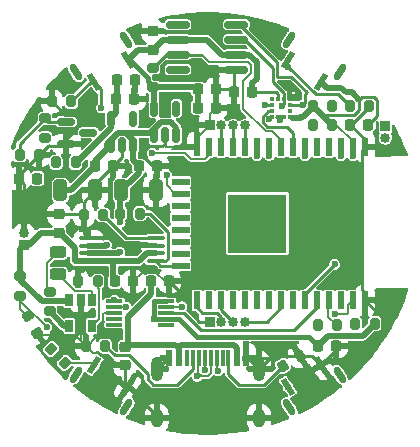
<source format=gtl>
G04 #@! TF.GenerationSoftware,KiCad,Pcbnew,(6.0.0-0)*
G04 #@! TF.CreationDate,2022-02-02T12:25:20+10:00*
G04 #@! TF.ProjectId,osw-light,6f73772d-6c69-4676-9874-2e6b69636164,3.3*
G04 #@! TF.SameCoordinates,Original*
G04 #@! TF.FileFunction,Copper,L1,Top*
G04 #@! TF.FilePolarity,Positive*
%FSLAX46Y46*%
G04 Gerber Fmt 4.6, Leading zero omitted, Abs format (unit mm)*
G04 Created by KiCad (PCBNEW (6.0.0-0)) date 2022-02-02 12:25:20*
%MOMM*%
%LPD*%
G01*
G04 APERTURE LIST*
G04 Aperture macros list*
%AMRoundRect*
0 Rectangle with rounded corners*
0 $1 Rounding radius*
0 $2 $3 $4 $5 $6 $7 $8 $9 X,Y pos of 4 corners*
0 Add a 4 corners polygon primitive as box body*
4,1,4,$2,$3,$4,$5,$6,$7,$8,$9,$2,$3,0*
0 Add four circle primitives for the rounded corners*
1,1,$1+$1,$2,$3*
1,1,$1+$1,$4,$5*
1,1,$1+$1,$6,$7*
1,1,$1+$1,$8,$9*
0 Add four rect primitives between the rounded corners*
20,1,$1+$1,$2,$3,$4,$5,0*
20,1,$1+$1,$4,$5,$6,$7,0*
20,1,$1+$1,$6,$7,$8,$9,0*
20,1,$1+$1,$8,$9,$2,$3,0*%
%AMHorizOval*
0 Thick line with rounded ends*
0 $1 width*
0 $2 $3 position (X,Y) of the first rounded end (center of the circle)*
0 $4 $5 position (X,Y) of the second rounded end (center of the circle)*
0 Add line between two ends*
20,1,$1,$2,$3,$4,$5,0*
0 Add two circle primitives to create the rounded ends*
1,1,$1,$2,$3*
1,1,$1,$4,$5*%
%AMRotRect*
0 Rectangle, with rotation*
0 The origin of the aperture is its center*
0 $1 length*
0 $2 width*
0 $3 Rotation angle, in degrees counterclockwise*
0 Add horizontal line*
21,1,$1,$2,0,0,$3*%
G04 Aperture macros list end*
G04 #@! TA.AperFunction,ComponentPad*
%ADD10HorizOval,0.600000X0.251623X-0.387466X-0.251623X0.387466X0*%
G04 #@! TD*
G04 #@! TA.AperFunction,SMDPad,CuDef*
%ADD11RotRect,1.524000X0.500000X303.000000*%
G04 #@! TD*
G04 #@! TA.AperFunction,ComponentPad*
%ADD12HorizOval,0.600000X-0.251623X-0.387466X0.251623X0.387466X0*%
G04 #@! TD*
G04 #@! TA.AperFunction,SMDPad,CuDef*
%ADD13RotRect,1.524000X0.500000X237.000000*%
G04 #@! TD*
G04 #@! TA.AperFunction,SMDPad,CuDef*
%ADD14RoundRect,0.200000X-0.335876X-0.053033X-0.053033X-0.335876X0.335876X0.053033X0.053033X0.335876X0*%
G04 #@! TD*
G04 #@! TA.AperFunction,SMDPad,CuDef*
%ADD15RoundRect,0.225000X-0.225000X-0.250000X0.225000X-0.250000X0.225000X0.250000X-0.225000X0.250000X0*%
G04 #@! TD*
G04 #@! TA.AperFunction,SMDPad,CuDef*
%ADD16RoundRect,0.200000X-0.200000X-0.275000X0.200000X-0.275000X0.200000X0.275000X-0.200000X0.275000X0*%
G04 #@! TD*
G04 #@! TA.AperFunction,SMDPad,CuDef*
%ADD17RoundRect,0.200000X0.200000X0.275000X-0.200000X0.275000X-0.200000X-0.275000X0.200000X-0.275000X0*%
G04 #@! TD*
G04 #@! TA.AperFunction,SMDPad,CuDef*
%ADD18RoundRect,0.150000X-0.825000X-0.150000X0.825000X-0.150000X0.825000X0.150000X-0.825000X0.150000X0*%
G04 #@! TD*
G04 #@! TA.AperFunction,SMDPad,CuDef*
%ADD19RoundRect,0.225000X0.225000X0.250000X-0.225000X0.250000X-0.225000X-0.250000X0.225000X-0.250000X0*%
G04 #@! TD*
G04 #@! TA.AperFunction,SMDPad,CuDef*
%ADD20RoundRect,0.225000X0.250000X-0.225000X0.250000X0.225000X-0.250000X0.225000X-0.250000X-0.225000X0*%
G04 #@! TD*
G04 #@! TA.AperFunction,ComponentPad*
%ADD21HorizOval,0.600000X-0.251623X0.387466X0.251623X-0.387466X0*%
G04 #@! TD*
G04 #@! TA.AperFunction,SMDPad,CuDef*
%ADD22RotRect,1.524000X0.500000X123.000000*%
G04 #@! TD*
G04 #@! TA.AperFunction,SMDPad,CuDef*
%ADD23R,1.400000X0.300000*%
G04 #@! TD*
G04 #@! TA.AperFunction,SMDPad,CuDef*
%ADD24RoundRect,0.100000X0.637500X0.100000X-0.637500X0.100000X-0.637500X-0.100000X0.637500X-0.100000X0*%
G04 #@! TD*
G04 #@! TA.AperFunction,SMDPad,CuDef*
%ADD25R,0.350000X0.375000*%
G04 #@! TD*
G04 #@! TA.AperFunction,SMDPad,CuDef*
%ADD26R,0.375000X0.350000*%
G04 #@! TD*
G04 #@! TA.AperFunction,SMDPad,CuDef*
%ADD27RoundRect,0.200000X-0.275000X0.200000X-0.275000X-0.200000X0.275000X-0.200000X0.275000X0.200000X0*%
G04 #@! TD*
G04 #@! TA.AperFunction,SMDPad,CuDef*
%ADD28RoundRect,0.250000X-0.325000X-0.650000X0.325000X-0.650000X0.325000X0.650000X-0.325000X0.650000X0*%
G04 #@! TD*
G04 #@! TA.AperFunction,SMDPad,CuDef*
%ADD29RoundRect,0.150000X0.150000X-0.512500X0.150000X0.512500X-0.150000X0.512500X-0.150000X-0.512500X0*%
G04 #@! TD*
G04 #@! TA.AperFunction,SMDPad,CuDef*
%ADD30R,0.600000X1.524000*%
G04 #@! TD*
G04 #@! TA.AperFunction,SMDPad,CuDef*
%ADD31R,1.524000X0.600000*%
G04 #@! TD*
G04 #@! TA.AperFunction,SMDPad,CuDef*
%ADD32R,5.000000X5.000000*%
G04 #@! TD*
G04 #@! TA.AperFunction,SMDPad,CuDef*
%ADD33RoundRect,0.150000X-0.587500X-0.150000X0.587500X-0.150000X0.587500X0.150000X-0.587500X0.150000X0*%
G04 #@! TD*
G04 #@! TA.AperFunction,SMDPad,CuDef*
%ADD34RoundRect,0.200000X-0.338157X0.035705X-0.138157X-0.310705X0.338157X-0.035705X0.138157X0.310705X0*%
G04 #@! TD*
G04 #@! TA.AperFunction,ComponentPad*
%ADD35HorizOval,0.600000X0.251623X0.387466X-0.251623X-0.387466X0*%
G04 #@! TD*
G04 #@! TA.AperFunction,SMDPad,CuDef*
%ADD36RotRect,1.524000X0.500000X57.000000*%
G04 #@! TD*
G04 #@! TA.AperFunction,SMDPad,CuDef*
%ADD37R,0.650000X1.060000*%
G04 #@! TD*
G04 #@! TA.AperFunction,SMDPad,CuDef*
%ADD38RoundRect,0.243750X0.456250X-0.243750X0.456250X0.243750X-0.456250X0.243750X-0.456250X-0.243750X0*%
G04 #@! TD*
G04 #@! TA.AperFunction,ComponentPad*
%ADD39R,0.850000X0.850000*%
G04 #@! TD*
G04 #@! TA.AperFunction,ComponentPad*
%ADD40O,0.850000X0.850000*%
G04 #@! TD*
G04 #@! TA.AperFunction,SMDPad,CuDef*
%ADD41R,0.600000X1.450000*%
G04 #@! TD*
G04 #@! TA.AperFunction,SMDPad,CuDef*
%ADD42R,0.300000X1.450000*%
G04 #@! TD*
G04 #@! TA.AperFunction,ComponentPad*
%ADD43O,1.000000X1.600000*%
G04 #@! TD*
G04 #@! TA.AperFunction,ComponentPad*
%ADD44O,1.000000X2.100000*%
G04 #@! TD*
G04 #@! TA.AperFunction,SMDPad,CuDef*
%ADD45RoundRect,0.200000X-0.035705X-0.338157X0.310705X-0.138157X0.035705X0.338157X-0.310705X0.138157X0*%
G04 #@! TD*
G04 #@! TA.AperFunction,ViaPad*
%ADD46C,0.600000*%
G04 #@! TD*
G04 #@! TA.AperFunction,ViaPad*
%ADD47C,0.685800*%
G04 #@! TD*
G04 #@! TA.AperFunction,Conductor*
%ADD48C,0.250000*%
G04 #@! TD*
G04 #@! TA.AperFunction,Conductor*
%ADD49C,0.500000*%
G04 #@! TD*
G04 #@! TA.AperFunction,Conductor*
%ADD50C,0.200000*%
G04 #@! TD*
G04 #@! TA.AperFunction,Conductor*
%ADD51C,0.400000*%
G04 #@! TD*
G04 APERTURE END LIST*
D10*
X80127311Y-124795804D03*
X75866865Y-127562571D03*
D11*
X78574010Y-123992138D03*
X75764463Y-125816679D03*
D12*
X57814545Y-124795804D03*
X62074991Y-127562571D03*
D13*
X62177393Y-125816679D03*
X59367846Y-123992138D03*
D14*
X55707565Y-122616157D03*
X56874291Y-123782883D03*
D15*
X61125928Y-116899520D03*
X62675928Y-116899520D03*
D16*
X78295928Y-120589520D03*
X79945928Y-120589520D03*
X80972828Y-102042720D03*
X82622828Y-102042720D03*
D17*
X79511428Y-103617520D03*
X77861428Y-103617520D03*
D16*
X77861428Y-102030020D03*
X79511428Y-102030020D03*
D18*
X66432428Y-95159320D03*
X66432428Y-96429320D03*
X66432428Y-97699320D03*
X66432428Y-98969320D03*
X71382428Y-98969320D03*
X71382428Y-97699320D03*
X71382428Y-96429320D03*
X71382428Y-95159320D03*
D19*
X82572828Y-103617520D03*
X81022828Y-103617520D03*
D15*
X78305128Y-122379520D03*
X79855128Y-122379520D03*
D20*
X64335428Y-97280520D03*
X64335428Y-95730520D03*
D19*
X72745928Y-100899520D03*
X71195928Y-100899520D03*
D16*
X61575928Y-111159520D03*
X63225928Y-111159520D03*
D21*
X57814545Y-99203236D03*
X62074991Y-96436469D03*
D22*
X59367846Y-100006902D03*
X62177393Y-98182361D03*
D23*
X61070928Y-118579520D03*
X61070928Y-119079520D03*
X61070928Y-119579520D03*
X61070928Y-120079520D03*
X61070928Y-120579520D03*
X65470928Y-120579520D03*
X65470928Y-120079520D03*
X65470928Y-119579520D03*
X65470928Y-119079520D03*
X65470928Y-118579520D03*
D24*
X64583428Y-115184520D03*
X64583428Y-114534520D03*
X64583428Y-113884520D03*
X64583428Y-113234520D03*
X58858428Y-113234520D03*
X58858428Y-113884520D03*
X58858428Y-114534520D03*
X58858428Y-115184520D03*
D25*
X75890928Y-101467020D03*
X75390928Y-101467020D03*
X74890928Y-101467020D03*
X74390928Y-101467020D03*
D26*
X74378428Y-101979520D03*
X74378428Y-102479520D03*
D25*
X74390928Y-102992020D03*
X74890928Y-102992020D03*
X75390928Y-102992020D03*
X75890928Y-102992020D03*
D26*
X75903428Y-102479520D03*
X75903428Y-101979520D03*
D15*
X64165928Y-116879520D03*
X65715928Y-116879520D03*
D27*
X55570928Y-117794520D03*
X55570928Y-119444520D03*
D17*
X83105528Y-120483120D03*
X81455528Y-120483120D03*
D28*
X61655928Y-109179520D03*
X64605928Y-109179520D03*
D15*
X63155928Y-107139520D03*
X64705928Y-107139520D03*
X68115928Y-102179520D03*
X69665928Y-102179520D03*
X68125928Y-100609520D03*
X69675928Y-100609520D03*
D29*
X64420928Y-104537020D03*
X65370928Y-104537020D03*
X66320928Y-104537020D03*
X66320928Y-102262020D03*
X64420928Y-102262020D03*
D30*
X82282928Y-105499520D03*
X81266928Y-105499520D03*
X80250928Y-105499520D03*
X79234928Y-105499520D03*
X78218928Y-105499520D03*
X77202928Y-105499520D03*
X76186928Y-105499520D03*
X75170928Y-105499520D03*
X74170928Y-105499520D03*
X73138928Y-105499520D03*
X72122928Y-105499520D03*
X71106928Y-105499520D03*
X70090928Y-105499520D03*
X69074928Y-105499520D03*
X68058928Y-105499520D03*
D31*
X66670928Y-108443520D03*
X66670928Y-109459520D03*
X66670928Y-110475520D03*
X66670928Y-111491520D03*
X66670928Y-112507520D03*
X66670928Y-113523520D03*
X66670928Y-114539520D03*
X66670928Y-115555520D03*
D30*
X68058928Y-118499520D03*
X69074928Y-118499520D03*
X70090928Y-118499520D03*
X71106928Y-118499520D03*
X72122928Y-118499520D03*
X73138928Y-118499520D03*
X74154928Y-118499520D03*
X75170928Y-118499520D03*
X76186928Y-118499520D03*
X77202928Y-118499520D03*
X78218928Y-118499520D03*
X79234928Y-118499520D03*
X80250928Y-118499520D03*
X81266928Y-118499520D03*
X82282928Y-118499520D03*
D32*
X73170928Y-111999520D03*
D27*
X64335428Y-98792020D03*
X64335428Y-100442020D03*
D17*
X57775928Y-106829520D03*
X56125928Y-106829520D03*
D27*
X55180928Y-103104520D03*
X55180928Y-104754520D03*
D17*
X54695928Y-106199520D03*
X53045928Y-106199520D03*
D19*
X54545928Y-108199520D03*
X52995928Y-108199520D03*
D33*
X56984428Y-103366020D03*
X56984428Y-105266020D03*
X58859428Y-104316020D03*
D17*
X59655928Y-116889520D03*
X58005928Y-116889520D03*
X60125928Y-111279520D03*
X58475928Y-111279520D03*
D20*
X56370928Y-112774520D03*
X56370928Y-111224520D03*
D34*
X53708428Y-119805049D03*
X54533428Y-121233991D03*
D35*
X80127311Y-99203236D03*
X75866865Y-96436469D03*
D36*
X75764463Y-98182361D03*
X78574010Y-100006902D03*
D15*
X59420928Y-107139520D03*
X60970928Y-107139520D03*
X61215928Y-101449520D03*
X62765928Y-101449520D03*
D28*
X56495928Y-109169520D03*
X59445928Y-109169520D03*
D15*
X61265928Y-99879520D03*
X62815928Y-99879520D03*
D29*
X60760928Y-105387020D03*
X61710928Y-105387020D03*
X62660928Y-105387020D03*
X62660928Y-103112020D03*
X60760928Y-103112020D03*
D20*
X61970928Y-123994520D03*
X61970928Y-122444520D03*
D37*
X59150928Y-118489520D03*
X58200928Y-118489520D03*
X57250928Y-118489520D03*
X57250928Y-120689520D03*
X59150928Y-120689520D03*
D38*
X56290928Y-116287020D03*
X56290928Y-114412020D03*
D17*
X57413428Y-101649020D03*
X55763428Y-101649020D03*
D39*
X53410928Y-113817020D03*
D40*
X53410928Y-112817020D03*
D27*
X53110928Y-116444520D03*
X53110928Y-118094520D03*
D17*
X60285928Y-122379520D03*
X58635928Y-122379520D03*
D39*
X84010928Y-103732020D03*
D40*
X84010928Y-104732020D03*
D39*
X69120928Y-103699520D03*
D40*
X70120928Y-103699520D03*
X71120928Y-103699520D03*
X72120928Y-103699520D03*
D41*
X65720928Y-123394520D03*
X66520928Y-123394520D03*
D42*
X67720928Y-123394520D03*
X68720928Y-123394520D03*
X69220928Y-123394520D03*
X70220928Y-123394520D03*
D41*
X71420928Y-123394520D03*
X72220928Y-123394520D03*
X72220928Y-123394520D03*
X71420928Y-123394520D03*
D42*
X70720928Y-123394520D03*
X69720928Y-123394520D03*
X68220928Y-123394520D03*
X67220928Y-123394520D03*
D41*
X66520928Y-123394520D03*
X65720928Y-123394520D03*
D43*
X73290928Y-128489520D03*
D44*
X73290928Y-124309520D03*
X64650928Y-124309520D03*
D43*
X64650928Y-128489520D03*
D45*
X75331457Y-124037020D03*
X76760399Y-123212020D03*
D39*
X69120928Y-120309520D03*
D40*
X70120928Y-120309520D03*
X71120928Y-120309520D03*
X72120928Y-120309520D03*
D46*
X75764463Y-98713175D03*
D47*
X71382428Y-96429320D03*
D46*
X61554662Y-111895786D03*
X66670928Y-108443520D03*
X66670928Y-110475520D03*
X75101681Y-103245915D03*
X74188383Y-103182065D03*
X73781330Y-101962546D03*
X81266928Y-106259520D03*
X80252928Y-106259520D03*
X77202928Y-106259520D03*
X73140928Y-106259520D03*
X74170928Y-106249520D03*
X81455528Y-120483120D03*
X75764463Y-125816679D03*
X72745928Y-100899520D03*
X76988077Y-102942372D03*
X55707565Y-122616157D03*
X83105528Y-120483120D03*
X64421906Y-120079520D03*
X69074928Y-118499520D03*
X59367846Y-123992138D03*
X58298928Y-115976520D03*
X81022828Y-103617520D03*
X76612408Y-101139520D03*
X65354081Y-104270520D03*
X60970928Y-107139520D03*
X64335428Y-95730520D03*
X62675928Y-116899520D03*
X58200928Y-118489520D03*
X62815928Y-99879520D03*
X64705928Y-107139520D03*
X58298928Y-112476520D03*
X55763428Y-101649020D03*
X71195928Y-100899520D03*
X61970928Y-123994520D03*
X57250928Y-120689520D03*
X60397939Y-113809020D03*
X64165928Y-116879520D03*
X61970928Y-122444520D03*
X58859428Y-104316020D03*
X59960928Y-102223520D03*
X79511428Y-102030020D03*
X80250928Y-118499520D03*
X77011928Y-101988787D03*
X77861428Y-103617520D03*
X75267188Y-102033949D03*
X79701428Y-115459520D03*
X65480928Y-107899520D03*
X55180928Y-104754520D03*
X79740377Y-119665043D03*
X56125928Y-106829520D03*
X66790153Y-119030020D03*
X78295928Y-120589520D03*
X55333175Y-120770193D03*
X64260928Y-106048540D03*
X73138928Y-118499520D03*
X74154928Y-118499520D03*
X61535390Y-114436712D03*
X57775928Y-106829520D03*
X54545928Y-108199520D03*
X68720928Y-124401568D03*
X61070928Y-118480018D03*
X69819939Y-124492421D03*
X68080928Y-124951079D03*
X62052976Y-119079520D03*
D48*
X72100728Y-96429320D02*
X71382428Y-96429320D01*
X74465741Y-98794333D02*
X72100728Y-96429320D01*
X62080928Y-113234520D02*
X60125928Y-111279520D01*
D49*
X61554662Y-109280786D02*
X61554662Y-111895786D01*
D50*
X71970928Y-102306744D02*
X73859130Y-104194946D01*
X73859130Y-104194946D02*
X74427376Y-104194946D01*
X74427376Y-104194946D02*
X75170928Y-104938498D01*
X72606948Y-99284806D02*
X71970928Y-99920826D01*
X72370928Y-98299520D02*
X72606948Y-98535540D01*
X69070928Y-98299520D02*
X72370928Y-98299520D01*
X71970928Y-99920826D02*
X71970928Y-102306744D01*
X72606948Y-98535540D02*
X72606948Y-99284806D01*
X68470728Y-97699320D02*
X69070928Y-98299520D01*
D48*
X74014262Y-103820426D02*
X75690022Y-103820426D01*
X75690928Y-103819520D02*
X76186928Y-104315520D01*
X76186928Y-104315520D02*
X76186928Y-105499520D01*
X75690022Y-103820426D02*
X75690928Y-103819520D01*
X74014262Y-103820426D02*
X73613872Y-103420036D01*
X73613872Y-103420036D02*
X73613872Y-102944094D01*
X73613872Y-102944094D02*
X74078446Y-102479520D01*
X74078446Y-102479520D02*
X74378428Y-102479520D01*
X75083428Y-103227662D02*
X75101681Y-103245915D01*
X75083428Y-102992020D02*
X75083428Y-103227662D01*
X74378428Y-102992020D02*
X74188383Y-103182065D01*
X74390928Y-102992020D02*
X74378428Y-102992020D01*
X74378428Y-101979520D02*
X73798304Y-101979520D01*
X73798304Y-101979520D02*
X73781330Y-101962546D01*
X74760928Y-100899520D02*
X72745928Y-100899520D01*
X74890928Y-101029520D02*
X74760928Y-100899520D01*
X74890928Y-101467020D02*
X74890928Y-101029520D01*
X82019240Y-117640810D02*
X82019240Y-105763208D01*
X82019240Y-105763208D02*
X82282928Y-105499520D01*
D50*
X81266928Y-105499520D02*
X81266928Y-106259520D01*
X80250928Y-106257520D02*
X80252928Y-106259520D01*
X80250928Y-105499520D02*
X80250928Y-106257520D01*
X77202928Y-105499520D02*
X77202928Y-106259520D01*
X73138928Y-106257520D02*
X73140928Y-106259520D01*
X73138928Y-105499520D02*
X73138928Y-106257520D01*
D48*
X74170928Y-105499520D02*
X74170928Y-106249520D01*
X82572828Y-103617520D02*
X83297348Y-102893000D01*
D49*
X79179648Y-121505000D02*
X78305128Y-122379520D01*
X64420928Y-100527520D02*
X64335428Y-100442020D01*
D48*
X62177393Y-98182361D02*
X62475484Y-98182361D01*
D49*
X64420928Y-102262020D02*
X64420928Y-100527520D01*
D51*
X64421906Y-120079520D02*
X64421417Y-120079031D01*
X64421417Y-120079031D02*
X64421417Y-118580009D01*
D49*
X67958428Y-100442020D02*
X68125928Y-100609520D01*
X68880728Y-96429320D02*
X70150728Y-97699320D01*
X72477155Y-97699320D02*
X71382428Y-97699320D01*
D48*
X83014925Y-101288745D02*
X82002994Y-101288745D01*
D51*
X65470928Y-120079520D02*
X64421906Y-120079520D01*
D49*
X72745928Y-100899520D02*
X72745928Y-100124520D01*
X66432428Y-96429320D02*
X68880728Y-96429320D01*
X76890929Y-103039520D02*
X76080928Y-103039520D01*
X64335428Y-100442020D02*
X64335428Y-100354020D01*
D51*
X65470928Y-120079520D02*
X66519950Y-120079520D01*
D50*
X79846928Y-103617520D02*
X79511428Y-103617520D01*
D48*
X81772348Y-101519391D02*
X81772348Y-102389272D01*
D51*
X64335428Y-100354020D02*
X63910928Y-99929520D01*
D49*
X64335428Y-97280520D02*
X64349928Y-97280520D01*
X79099237Y-100532129D02*
X80274703Y-100532129D01*
X76988077Y-102942372D02*
X76890929Y-103039520D01*
X65201128Y-96429320D02*
X66432428Y-96429320D01*
X70150728Y-97699320D02*
X71382428Y-97699320D01*
X81151923Y-100898966D02*
X81772348Y-101519391D01*
X68125928Y-100609520D02*
X68125928Y-102169520D01*
D51*
X64421906Y-118579520D02*
X65470928Y-118579520D01*
D49*
X64335428Y-97280520D02*
X63079234Y-97280520D01*
X68125928Y-102169520D02*
X68115928Y-102179520D01*
D48*
X83297348Y-101571168D02*
X83014925Y-101288745D01*
D51*
X77515128Y-121589520D02*
X78305128Y-122379520D01*
D49*
X76988077Y-102942372D02*
X77047602Y-102942372D01*
D51*
X63910928Y-99929520D02*
X63910928Y-99687027D01*
D49*
X80641540Y-100898966D02*
X81151923Y-100898966D01*
X79179648Y-121505000D02*
X82083648Y-121505000D01*
X79448928Y-103617520D02*
X77861428Y-102030020D01*
D51*
X64421417Y-118580009D02*
X64421906Y-118579520D01*
D50*
X81266928Y-105499520D02*
X81266928Y-105037520D01*
D49*
X82083648Y-121505000D02*
X83105528Y-120483120D01*
X77047602Y-102942372D02*
X77861428Y-102128546D01*
X77861428Y-102128546D02*
X77861428Y-102030020D01*
D50*
X81266928Y-105037520D02*
X79846928Y-103617520D01*
D48*
X71382428Y-97699320D02*
X71687789Y-97699320D01*
D49*
X72745928Y-100124520D02*
X73106467Y-99763981D01*
D48*
X81369380Y-102792240D02*
X78623648Y-102792240D01*
D49*
X80274703Y-100532129D02*
X80641540Y-100898966D01*
D48*
X83297348Y-102893000D02*
X83297348Y-101571168D01*
D49*
X64349928Y-97280520D02*
X65201128Y-96429320D01*
D48*
X82002994Y-101288745D02*
X81772348Y-101519391D01*
D49*
X73106468Y-98328633D02*
X72477155Y-97699320D01*
X70150728Y-97699320D02*
X71864566Y-97699320D01*
D48*
X81772348Y-102389272D02*
X81369380Y-102792240D01*
D51*
X63910928Y-99687027D02*
X62406262Y-98182361D01*
X66519950Y-120079520D02*
X68029950Y-121589520D01*
D49*
X78574010Y-100006902D02*
X79099237Y-100532129D01*
X64335428Y-100442020D02*
X67958428Y-100442020D01*
X63079234Y-97280520D02*
X62177393Y-98182361D01*
D51*
X62406262Y-98182361D02*
X62177393Y-98182361D01*
D48*
X79511428Y-103617520D02*
X79448928Y-103617520D01*
D51*
X68029950Y-121589520D02*
X77515128Y-121589520D01*
D49*
X73106467Y-99763981D02*
X73106468Y-98328633D01*
D50*
X56874291Y-123782883D02*
X59158591Y-123782883D01*
X59158591Y-123782883D02*
X59367846Y-123992138D01*
X69120928Y-102724520D02*
X69665928Y-102179520D01*
D48*
X56905908Y-102791500D02*
X57747769Y-102791500D01*
X77793892Y-123212020D02*
X78574010Y-123992138D01*
X74388428Y-123212020D02*
X73290928Y-124309520D01*
X62815928Y-99879520D02*
X62815928Y-101399520D01*
X58475928Y-110139520D02*
X59445928Y-109169520D01*
X82282928Y-105499520D02*
X82282928Y-104877620D01*
X59445928Y-109169520D02*
X59445928Y-108664520D01*
X76760399Y-123212020D02*
X74388428Y-123212020D01*
D50*
X59975211Y-123179520D02*
X60556276Y-123179520D01*
D48*
X71382428Y-98969320D02*
X71195928Y-99155820D01*
X72220928Y-123394520D02*
X72375928Y-123394520D01*
D50*
X60556276Y-123179520D02*
X61371276Y-123994520D01*
D48*
X81109106Y-103617520D02*
X81022828Y-103617520D01*
X52995928Y-108199520D02*
X52995928Y-107899520D01*
X56821408Y-105429040D02*
X55466408Y-105429040D01*
D50*
X58814950Y-122379520D02*
X58635928Y-122379520D01*
X68058928Y-105499520D02*
X68058928Y-104761520D01*
D48*
X70905928Y-100609520D02*
X71195928Y-100899520D01*
X84080928Y-120312448D02*
X82282928Y-118514448D01*
D50*
X58200928Y-118489520D02*
X58200928Y-121944520D01*
D48*
X63520928Y-105474040D02*
X65126408Y-105474040D01*
X59445928Y-108664520D02*
X60970928Y-107139520D01*
X56984428Y-105266020D02*
X56821408Y-105429040D01*
X82282928Y-104877620D02*
X81022828Y-103617520D01*
X58475928Y-111279520D02*
X58475928Y-112852020D01*
X79855128Y-122379520D02*
X82400928Y-122379520D01*
X69675928Y-100609520D02*
X69675928Y-102169520D01*
X82282928Y-117904498D02*
X82019240Y-117640810D01*
X53413428Y-108617020D02*
X53413428Y-111082020D01*
X65565928Y-123394520D02*
X64650928Y-124309520D01*
X82622828Y-102042720D02*
X82622828Y-102103798D01*
X64705928Y-107139520D02*
X64705928Y-109079520D01*
X56370928Y-111224520D02*
X56294428Y-111301020D01*
X67364664Y-118528256D02*
X65715928Y-116879520D01*
X72220928Y-123394520D02*
X74205928Y-123394520D01*
X55466408Y-105429040D02*
X54695928Y-106199520D01*
X61970928Y-123994520D02*
X61970928Y-125610214D01*
X61485928Y-113234520D02*
X61890928Y-113639520D01*
D50*
X59763082Y-122967391D02*
X59975211Y-123179520D01*
D48*
X69675928Y-102169520D02*
X69665928Y-102179520D01*
D50*
X60074959Y-119655489D02*
X60074959Y-121119511D01*
D48*
X63966277Y-113884520D02*
X63721277Y-113639520D01*
D50*
X59223799Y-122967391D02*
X59763082Y-122967391D01*
X69120928Y-103699520D02*
X69120928Y-102724520D01*
D48*
X75083428Y-102992020D02*
X75390928Y-102992020D01*
X65370928Y-105429520D02*
X65370928Y-104537020D01*
X53413428Y-111082020D02*
X53413428Y-111301020D01*
X58475928Y-112852020D02*
X58858428Y-113234520D01*
X58420928Y-111224520D02*
X58475928Y-111279520D01*
X72375928Y-123394520D02*
X73290928Y-124309520D01*
D50*
X65715928Y-116879520D02*
X65312000Y-116879520D01*
D48*
X74890928Y-102992020D02*
X75083428Y-102992020D01*
X64650928Y-128290214D02*
X62177393Y-125816679D01*
X53410928Y-111084520D02*
X53413428Y-111082020D01*
X68257906Y-120309520D02*
X67364664Y-119416278D01*
D50*
X68058928Y-105499520D02*
X65440928Y-105499520D01*
X68058928Y-104761520D02*
X69120928Y-103699520D01*
D48*
X61970928Y-125610214D02*
X62177393Y-125816679D01*
X61710928Y-106399520D02*
X61710928Y-105387020D01*
X64705928Y-107139520D02*
X64337355Y-107139520D01*
X58858428Y-113036020D02*
X58298928Y-112476520D01*
X65126408Y-105474040D02*
X65370928Y-105229520D01*
X63587355Y-106389520D02*
X63220928Y-106389520D01*
X62815928Y-101399520D02*
X62765928Y-101449520D01*
X82282928Y-118499520D02*
X82282928Y-117904498D01*
X57747769Y-102791500D02*
X57996448Y-103040179D01*
X76612408Y-101139520D02*
X76218428Y-101139520D01*
D50*
X65440928Y-105499520D02*
X65370928Y-105429520D01*
D48*
X65720928Y-123394520D02*
X65565928Y-123394520D01*
X63235448Y-106375000D02*
X63235448Y-105759520D01*
X82622828Y-102103798D02*
X81109106Y-103617520D01*
X63235448Y-105759520D02*
X63520928Y-105474040D01*
D50*
X60150928Y-119579520D02*
X60074959Y-119655489D01*
D48*
X57996448Y-103841139D02*
X56984428Y-104853159D01*
X84080928Y-120699520D02*
X84080928Y-120312448D01*
X64650928Y-128489520D02*
X64650928Y-128290214D01*
X64337355Y-107139520D02*
X63587355Y-106389520D01*
X69675928Y-100609520D02*
X70905928Y-100609520D01*
X76218428Y-101139520D02*
X75890928Y-101467020D01*
X53410928Y-112817020D02*
X53410928Y-111084520D01*
X60970928Y-107139520D02*
X61710928Y-106399520D01*
D50*
X60074959Y-121119511D02*
X59462939Y-121731531D01*
X61070928Y-119579520D02*
X60150928Y-119579520D01*
D48*
X58858428Y-113234520D02*
X58858428Y-113036020D01*
X76760399Y-123212020D02*
X77793892Y-123212020D01*
D50*
X54768468Y-121469031D02*
X57725439Y-121469031D01*
X61371276Y-123994520D02*
X61970928Y-123994520D01*
D48*
X82282928Y-118514448D02*
X82282928Y-118499520D01*
X71195928Y-99155820D02*
X71195928Y-100899520D01*
X55763428Y-101649020D02*
X56905908Y-102791500D01*
D50*
X54533428Y-121233991D02*
X54768468Y-121469031D01*
D48*
X63220928Y-106389520D02*
X63235448Y-106375000D01*
D50*
X58005928Y-116889520D02*
X58005928Y-116269520D01*
D48*
X67364664Y-119416278D02*
X67364664Y-118528256D01*
X69120928Y-120309520D02*
X68257906Y-120309520D01*
X56984428Y-104853159D02*
X56984428Y-105266020D01*
X58475928Y-111279520D02*
X58475928Y-110139520D01*
D50*
X65312000Y-116879520D02*
X64587480Y-116155000D01*
X57725439Y-121469031D02*
X58635928Y-122379520D01*
D48*
X64705928Y-109079520D02*
X64605928Y-109179520D01*
D50*
X59462939Y-121731531D02*
X58814950Y-122379520D01*
D48*
X79855128Y-122711020D02*
X78574010Y-123992138D01*
X56370928Y-111224520D02*
X58420928Y-111224520D01*
D50*
X63420448Y-116155000D02*
X62675928Y-116899520D01*
D48*
X74205928Y-123394520D02*
X74388428Y-123212020D01*
X52995928Y-107899520D02*
X54695928Y-106199520D01*
X82400928Y-122379520D02*
X84080928Y-120699520D01*
D50*
X64587480Y-116155000D02*
X63420448Y-116155000D01*
D48*
X64583428Y-113884520D02*
X63966277Y-113884520D01*
X57996448Y-103040179D02*
X57996448Y-103841139D01*
D50*
X58200928Y-121944520D02*
X58635928Y-122379520D01*
D48*
X58858428Y-113234520D02*
X61485928Y-113234520D01*
D50*
X58635928Y-122379520D02*
X59223799Y-122967391D01*
D48*
X56294428Y-111301020D02*
X53413428Y-111301020D01*
X63721277Y-113639520D02*
X61890928Y-113639520D01*
X52995928Y-108199520D02*
X53413428Y-108617020D01*
D50*
X58005928Y-116269520D02*
X58298928Y-115976520D01*
D48*
X79855128Y-122379520D02*
X79855128Y-122711020D01*
D49*
X71160439Y-122270009D02*
X71160928Y-122269520D01*
X58858428Y-113884520D02*
X60322439Y-113884520D01*
X64165928Y-116879520D02*
X64165928Y-117979520D01*
X71160928Y-122269520D02*
X71420928Y-122529520D01*
X66220439Y-122270009D02*
X66220928Y-122269520D01*
X66220928Y-122269520D02*
X66520928Y-122569520D01*
X62195928Y-122219520D02*
X61970928Y-122444520D01*
X71420928Y-122529520D02*
X71420928Y-123394520D01*
X66520928Y-123394520D02*
X66520928Y-122420498D01*
X61970928Y-122444520D02*
X62145439Y-122270009D01*
X66520928Y-122569520D02*
X66520928Y-123394520D01*
X66671417Y-122270009D02*
X71160439Y-122270009D01*
X62145439Y-122270009D02*
X66220439Y-122270009D01*
X66520928Y-122420498D02*
X66671417Y-122270009D01*
X57250928Y-120689520D02*
X56815928Y-120689520D01*
X60322439Y-113884520D02*
X60397939Y-113809020D01*
X64165928Y-117979520D02*
X62195928Y-119949520D01*
X62195928Y-119949520D02*
X62195928Y-122219520D01*
X56815928Y-120689520D02*
X55570928Y-119444520D01*
X57140928Y-118599520D02*
X57250928Y-118489520D01*
X60985928Y-116759520D02*
X61125928Y-116899520D01*
X53110928Y-116444520D02*
X53110928Y-114117020D01*
X60985928Y-115184520D02*
X60985928Y-116759520D01*
X53410928Y-113817020D02*
X53803428Y-113817020D01*
D48*
X58241277Y-115184520D02*
X58858428Y-115184520D01*
D49*
X53803428Y-113817020D02*
X54845928Y-112774520D01*
X54845928Y-112774520D02*
X56370928Y-112774520D01*
X57755928Y-115184520D02*
X60985928Y-115184520D01*
X56443149Y-112774520D02*
X57720928Y-114052299D01*
X56370928Y-112774520D02*
X56443149Y-112774520D01*
X63789501Y-114534520D02*
X64583428Y-114534520D01*
X53110928Y-116444520D02*
X53110928Y-116771671D01*
X57755928Y-115184520D02*
X58858428Y-115184520D01*
X63139501Y-115184520D02*
X63789501Y-114534520D01*
X54938777Y-118599520D02*
X57140928Y-118599520D01*
X57720928Y-114052299D02*
X57720928Y-115149520D01*
X53110928Y-114117020D02*
X53410928Y-113817020D01*
X57720928Y-115149520D02*
X57755928Y-115184520D01*
D48*
X64583428Y-114534520D02*
X63966277Y-114534520D01*
D49*
X60985928Y-115184520D02*
X63139501Y-115184520D01*
X53110928Y-116771671D02*
X54938777Y-118599520D01*
D50*
X55341408Y-117565000D02*
X55341408Y-115361540D01*
X55570928Y-117794520D02*
X55341408Y-117565000D01*
X55341408Y-115361540D02*
X56290928Y-114412020D01*
X59101417Y-117710009D02*
X59150928Y-117759520D01*
X56290928Y-116287020D02*
X57713917Y-117710009D01*
X59150928Y-117759520D02*
X59150928Y-118489520D01*
X57713917Y-117710009D02*
X59101417Y-117710009D01*
X79190866Y-119892659D02*
X79190866Y-118543582D01*
X79220928Y-118499520D02*
X79210928Y-118509520D01*
X79234928Y-118499520D02*
X79220928Y-118499520D01*
X79190866Y-118543582D02*
X79234928Y-118499520D01*
X79945928Y-120589520D02*
X79887727Y-120589520D01*
X79887727Y-120589520D02*
X79190866Y-119892659D01*
D48*
X59960928Y-102223520D02*
X59960928Y-100599984D01*
X59055546Y-100006902D02*
X59367846Y-100006902D01*
X57413428Y-101649020D02*
X59055546Y-100006902D01*
X59960928Y-100599984D02*
X59367846Y-100006902D01*
X79986757Y-101056649D02*
X78107937Y-101056649D01*
X78107937Y-101056649D02*
X75764463Y-98713175D01*
X80972828Y-102042720D02*
X79986757Y-101056649D01*
X65470928Y-119579520D02*
X65496408Y-119605000D01*
X76293950Y-121019520D02*
X78218928Y-119094542D01*
X66988380Y-119605000D02*
X68402900Y-121019520D01*
X78218928Y-119094542D02*
X78218928Y-118499520D01*
X68402900Y-121019520D02*
X76293950Y-121019520D01*
X65496408Y-119605000D02*
X66988380Y-119605000D01*
X76056112Y-99569830D02*
X77363365Y-100877083D01*
X77011928Y-101988787D02*
X75912695Y-101988787D01*
X74865260Y-98336791D02*
X74865260Y-99569830D01*
X71382428Y-95159320D02*
X71687789Y-95159320D01*
X74865260Y-99569830D02*
X76056112Y-99569830D01*
X77186908Y-101053540D02*
X77186908Y-101813807D01*
X71687789Y-95159320D02*
X74865260Y-98336791D01*
X77186908Y-101813807D02*
X77011928Y-101988787D01*
X77363365Y-100877083D02*
X77186908Y-101053540D01*
X75912695Y-101988787D02*
X75903428Y-101979520D01*
X75390928Y-101910209D02*
X75267188Y-102033949D01*
X75390928Y-101467020D02*
X75390928Y-100964514D01*
X77202928Y-117904498D02*
X77202928Y-118499520D01*
X79701428Y-115459520D02*
X77202928Y-117958020D01*
X77202928Y-117958020D02*
X77202928Y-118499520D01*
X75390928Y-100964514D02*
X74465741Y-100039327D01*
X75390928Y-101467020D02*
X75390928Y-101910209D01*
X74465741Y-100039327D02*
X74465741Y-98794333D01*
D50*
X66670928Y-109459520D02*
X66208928Y-109459520D01*
X66208928Y-109459520D02*
X65480928Y-108731520D01*
X65480928Y-108731520D02*
X65480928Y-107899520D01*
D48*
X65595448Y-114975000D02*
X65595448Y-112684040D01*
X64070928Y-111159520D02*
X63225928Y-111159520D01*
X66670928Y-115555520D02*
X64954428Y-115555520D01*
X64583428Y-115184520D02*
X65385928Y-115184520D01*
X65595448Y-112684040D02*
X64070928Y-111159520D01*
X64954428Y-115555520D02*
X64583428Y-115184520D01*
X65385928Y-115184520D02*
X65595448Y-114975000D01*
D50*
X81266928Y-118499520D02*
X80850928Y-118915520D01*
X80795405Y-119665043D02*
X79740377Y-119665043D01*
X80850928Y-119609520D02*
X80795405Y-119665043D01*
X80850928Y-118915520D02*
X80850928Y-119609520D01*
X66740653Y-119079520D02*
X66790153Y-119030020D01*
X65470928Y-119079520D02*
X66740653Y-119079520D01*
D48*
X64583428Y-113234520D02*
X62080928Y-113234520D01*
D50*
X59725439Y-117554031D02*
X59725439Y-120115009D01*
X59655928Y-116889520D02*
X59655928Y-117484520D01*
X59725439Y-120115009D02*
X59150928Y-120689520D01*
X59655928Y-117484520D02*
X59725439Y-117554031D01*
X53110928Y-119207549D02*
X53708428Y-119805049D01*
X53110928Y-118547946D02*
X55333175Y-120770193D01*
X53110928Y-118094520D02*
X53110928Y-119207549D01*
X53110928Y-118094520D02*
X53110928Y-118547946D01*
D48*
X65428128Y-97699320D02*
X66432428Y-97699320D01*
D50*
X75170928Y-104938498D02*
X75170928Y-105499520D01*
D48*
X66432428Y-97699320D02*
X68470728Y-97699320D01*
X64335428Y-98792020D02*
X65428128Y-97699320D01*
D50*
X67509417Y-106511031D02*
X68749417Y-106511031D01*
X69074928Y-106185520D02*
X69074928Y-105499520D01*
X64260928Y-106048540D02*
X67046926Y-106048540D01*
X68749417Y-106511031D02*
X69074928Y-106185520D01*
X67046926Y-106048540D02*
X67509417Y-106511031D01*
D48*
X72122928Y-103701520D02*
X72120928Y-103699520D01*
X72122928Y-105499520D02*
X72122928Y-103701520D01*
X71120928Y-105485520D02*
X71106928Y-105499520D01*
X71120928Y-103699520D02*
X71120928Y-105485520D01*
X70120928Y-105469520D02*
X70090928Y-105499520D01*
X70120928Y-103699520D02*
X70120928Y-105469520D01*
D49*
X66320928Y-103869520D02*
X66320928Y-104537020D01*
X60424678Y-105233632D02*
X61333310Y-104325000D01*
X56495928Y-109169520D02*
X57390928Y-109169520D01*
X62660928Y-105387020D02*
X62660928Y-106644520D01*
D48*
X61655928Y-111079520D02*
X61575928Y-111159520D01*
D49*
X64208908Y-104325000D02*
X64420928Y-104537020D01*
X63126408Y-104325000D02*
X64208908Y-104325000D01*
X65880928Y-103429520D02*
X66320928Y-103869520D01*
X62088546Y-104325000D02*
X63126408Y-104325000D01*
X61575928Y-109259520D02*
X61575928Y-111159520D01*
D48*
X61655928Y-109179520D02*
X61655928Y-111079520D01*
D49*
X57390928Y-109169520D02*
X59420928Y-107139520D01*
X63155928Y-107139520D02*
X63155928Y-107679520D01*
X63126408Y-104325000D02*
X64095448Y-104325000D01*
D48*
X64420928Y-104537020D02*
X64420928Y-104224159D01*
D49*
X64095448Y-104325000D02*
X64990928Y-103429520D01*
X62660928Y-104897382D02*
X62660928Y-105387020D01*
X62088546Y-104325000D02*
X62660928Y-104897382D01*
X61333310Y-104325000D02*
X62088546Y-104325000D01*
X59420928Y-106727020D02*
X60424678Y-105723270D01*
X62563428Y-108272020D02*
X61554662Y-109280786D01*
X62660928Y-106644520D02*
X63155928Y-107139520D01*
X60424678Y-105723270D02*
X60760928Y-105387020D01*
X60424678Y-105723270D02*
X60424678Y-105233632D01*
X62563428Y-108272020D02*
X61655928Y-109179520D01*
X61535390Y-114436712D02*
X61437582Y-114534520D01*
X63155928Y-107679520D02*
X62563428Y-108272020D01*
X59420928Y-107139520D02*
X59420928Y-106727020D01*
X62563428Y-108272020D02*
X61575928Y-109259520D01*
D48*
X60760928Y-105387020D02*
X60760928Y-105799520D01*
D49*
X64990928Y-103429520D02*
X65880928Y-103429520D01*
X61437582Y-114534520D02*
X58858428Y-114534520D01*
X61265928Y-99879520D02*
X61265928Y-101399520D01*
X61215928Y-102657020D02*
X60760928Y-103112020D01*
X60760928Y-103112020D02*
X60760928Y-103929158D01*
X61215928Y-101449520D02*
X61215928Y-102657020D01*
X60760928Y-103929158D02*
X57860566Y-106829520D01*
X57860566Y-106829520D02*
X57775928Y-106829520D01*
X61265928Y-101399520D02*
X61215928Y-101449520D01*
D48*
X53045928Y-105239520D02*
X53045928Y-106199520D01*
X55442428Y-103366020D02*
X55180928Y-103104520D01*
X56984428Y-103366020D02*
X55442428Y-103366020D01*
X55180928Y-103104520D02*
X53045928Y-105239520D01*
D50*
X68720928Y-123394520D02*
X68720928Y-124401568D01*
X69720928Y-123394520D02*
X69720928Y-124393410D01*
X69720928Y-124393410D02*
X69819939Y-124492421D01*
X69220928Y-123394520D02*
X69270439Y-123444031D01*
X69270439Y-123444031D02*
X69270439Y-124629184D01*
X68493312Y-124951079D02*
X68171417Y-124629184D01*
X62052976Y-119079520D02*
X61070928Y-119079520D01*
X68948544Y-124951079D02*
X68493312Y-124951079D01*
X68948544Y-124951079D02*
X68080928Y-124951079D01*
X68171417Y-123444031D02*
X68220928Y-123394520D01*
X69270439Y-124629184D02*
X68948544Y-124951079D01*
X68171417Y-124629184D02*
X68171417Y-123444031D01*
D48*
X68058928Y-119094542D02*
X68058928Y-118499520D01*
X68500417Y-119536031D02*
X68058928Y-119094542D01*
X70120928Y-120309520D02*
X70120928Y-119910498D01*
X70120928Y-119910498D02*
X69746461Y-119536031D01*
X69746461Y-119536031D02*
X68500417Y-119536031D01*
X72120928Y-120309520D02*
X73955950Y-120309520D01*
X73955950Y-120309520D02*
X75170928Y-119094542D01*
X75170928Y-119094542D02*
X75170928Y-118499520D01*
X75331457Y-124037020D02*
X73734437Y-125634040D01*
X70720928Y-124702935D02*
X70720928Y-123394520D01*
X71652033Y-125634040D02*
X70720928Y-124702935D01*
X73734437Y-125634040D02*
X71652033Y-125634040D01*
X66399950Y-125639520D02*
X67720928Y-124318542D01*
X60285928Y-122379520D02*
X61075448Y-123169040D01*
X62326875Y-123169040D02*
X63876408Y-124718573D01*
X64335592Y-125639520D02*
X66399950Y-125639520D01*
X63876408Y-125180336D02*
X64335592Y-125639520D01*
X63876408Y-124718573D02*
X63876408Y-125180336D01*
X67720928Y-124318542D02*
X67720928Y-123394520D01*
X61075448Y-123169040D02*
X62326875Y-123169040D01*
X71120928Y-120309520D02*
X70090928Y-119279520D01*
X70090928Y-119279520D02*
X70090928Y-118499520D01*
G04 #@! TA.AperFunction,Conductor*
G36*
X85901027Y-117498279D02*
G01*
X85947804Y-117551687D01*
X85958281Y-117621906D01*
X85953712Y-117642292D01*
X85921876Y-117743952D01*
X85919982Y-117749537D01*
X85871418Y-117882449D01*
X85634426Y-118531056D01*
X85632273Y-118536549D01*
X85310420Y-119303913D01*
X85308011Y-119309298D01*
X84950613Y-120060711D01*
X84947955Y-120065978D01*
X84555763Y-120799865D01*
X84552861Y-120805001D01*
X84394475Y-121070664D01*
X84145004Y-121489104D01*
X84126769Y-121519689D01*
X84123633Y-121524681D01*
X83919142Y-121833798D01*
X83664524Y-122218688D01*
X83661154Y-122223531D01*
X83173499Y-122890589D01*
X83170092Y-122895249D01*
X83166505Y-122899923D01*
X82941753Y-123178941D01*
X82644516Y-123547946D01*
X82640709Y-123552452D01*
X82088969Y-124175322D01*
X82084955Y-124179645D01*
X81540837Y-124738832D01*
X81504673Y-124775997D01*
X81500461Y-124780128D01*
X81041501Y-125209610D01*
X80978095Y-125241550D01*
X80907486Y-125234140D01*
X80852092Y-125189732D01*
X80831047Y-125134645D01*
X80831223Y-125128537D01*
X80795135Y-124997966D01*
X80791973Y-124992141D01*
X80777059Y-124969175D01*
X80762709Y-124930640D01*
X80761039Y-124931119D01*
X80758565Y-124922492D01*
X80757339Y-124913598D01*
X80753667Y-124905408D01*
X80753666Y-124905405D01*
X80720624Y-124831712D01*
X80714072Y-124817100D01*
X80709741Y-124810430D01*
X80402262Y-124336956D01*
X80348109Y-124253568D01*
X80333748Y-124237134D01*
X80304865Y-124204084D01*
X80280474Y-124176173D01*
X80272906Y-124171342D01*
X80272902Y-124171339D01*
X80271768Y-124170615D01*
X80267616Y-124166792D01*
X80266101Y-124165489D01*
X80266145Y-124165438D01*
X80239296Y-124140717D01*
X80237638Y-124138538D01*
X80235073Y-124134589D01*
X80167926Y-124058826D01*
X80064270Y-123995678D01*
X80060280Y-123993247D01*
X80060278Y-123993246D01*
X80052236Y-123988347D01*
X80043110Y-123986029D01*
X80043107Y-123986028D01*
X79930066Y-123957319D01*
X79930063Y-123957319D01*
X79920937Y-123955001D01*
X79911532Y-123955469D01*
X79911529Y-123955469D01*
X79839201Y-123959070D01*
X79785637Y-123961737D01*
X79658300Y-124007958D01*
X79650786Y-124013630D01*
X79642504Y-124018127D01*
X79641677Y-124016604D01*
X79585599Y-124037778D01*
X79516165Y-124022966D01*
X79470431Y-123980760D01*
X79355749Y-123804164D01*
X79343694Y-123793819D01*
X79341873Y-123793566D01*
X79334521Y-123796348D01*
X78935032Y-124055778D01*
X78924686Y-124067834D01*
X78924433Y-124069655D01*
X78927215Y-124077006D01*
X79465502Y-124905895D01*
X79477557Y-124916241D01*
X79479377Y-124916494D01*
X79499399Y-124908917D01*
X79500247Y-124911157D01*
X79550513Y-124896133D01*
X79618729Y-124915807D01*
X79656793Y-124953507D01*
X79842725Y-125239815D01*
X79906513Y-125338040D01*
X79909461Y-125341414D01*
X79909463Y-125341416D01*
X79922995Y-125356900D01*
X79974148Y-125415435D01*
X79981716Y-125420266D01*
X79981720Y-125420269D01*
X79982854Y-125420993D01*
X79987006Y-125424816D01*
X79988521Y-125426119D01*
X79988477Y-125426170D01*
X80015326Y-125450891D01*
X80016984Y-125453070D01*
X80019549Y-125457019D01*
X80086696Y-125532782D01*
X80119828Y-125552966D01*
X80194342Y-125598361D01*
X80194344Y-125598362D01*
X80202386Y-125603261D01*
X80211514Y-125605579D01*
X80211516Y-125605580D01*
X80267877Y-125619894D01*
X80328978Y-125656049D01*
X80360832Y-125719498D01*
X80353327Y-125790097D01*
X80318552Y-125837947D01*
X80265871Y-125882809D01*
X80254979Y-125892084D01*
X80250404Y-125895799D01*
X80162398Y-125963901D01*
X79592322Y-126405044D01*
X79587574Y-126408544D01*
X78906375Y-126886429D01*
X78901488Y-126889689D01*
X78198684Y-127335154D01*
X78193629Y-127338195D01*
X77470713Y-127750292D01*
X77465520Y-127753092D01*
X76750876Y-128117258D01*
X76681100Y-128130366D01*
X76615314Y-128103668D01*
X76574406Y-128045642D01*
X76567721Y-128001368D01*
X76570777Y-127895304D01*
X76534689Y-127764733D01*
X76531527Y-127758908D01*
X76516613Y-127735942D01*
X76502263Y-127697407D01*
X76500593Y-127697886D01*
X76498119Y-127689259D01*
X76496893Y-127680365D01*
X76493221Y-127672175D01*
X76493220Y-127672172D01*
X76455618Y-127588310D01*
X76453626Y-127583867D01*
X76430005Y-127547493D01*
X76124105Y-127076451D01*
X76087663Y-127020335D01*
X76020028Y-126942940D01*
X76012461Y-126938110D01*
X76009702Y-126935737D01*
X75971100Y-126876152D01*
X75970840Y-126805156D01*
X76009004Y-126745289D01*
X76033791Y-126728414D01*
X76039349Y-126726197D01*
X76429828Y-126472618D01*
X76478354Y-126441105D01*
X76478356Y-126441104D01*
X76483543Y-126437735D01*
X76487974Y-126433418D01*
X76487977Y-126433416D01*
X76506716Y-126415161D01*
X76506717Y-126415159D01*
X76515606Y-126406500D01*
X76539240Y-126351490D01*
X76539403Y-126339080D01*
X76539862Y-126304032D01*
X76539862Y-126304029D01*
X76540024Y-126291623D01*
X76523437Y-126250047D01*
X76277275Y-125870991D01*
X76228377Y-125795695D01*
X76209322Y-125744932D01*
X76202576Y-125697827D01*
X76202574Y-125697820D01*
X76201302Y-125688938D01*
X76196624Y-125678649D01*
X76151608Y-125579641D01*
X76151606Y-125579638D01*
X76147891Y-125571467D01*
X76063656Y-125473707D01*
X76056125Y-125468826D01*
X76056123Y-125468824D01*
X76009541Y-125438632D01*
X75972400Y-125401524D01*
X75680635Y-124952246D01*
X75677264Y-124947055D01*
X75672945Y-124942621D01*
X75654690Y-124923882D01*
X75654688Y-124923881D01*
X75646029Y-124914992D01*
X75607042Y-124898242D01*
X75602422Y-124896257D01*
X75591019Y-124891358D01*
X75578610Y-124891196D01*
X75578608Y-124891195D01*
X75571706Y-124891105D01*
X75503854Y-124870212D01*
X75465852Y-124825177D01*
X75473030Y-124858568D01*
X75448055Y-124925028D01*
X75415997Y-124954944D01*
X75050572Y-125192253D01*
X75045383Y-125195623D01*
X75040952Y-125199940D01*
X75040949Y-125199942D01*
X75022210Y-125218197D01*
X75022209Y-125218199D01*
X75013320Y-125226858D01*
X74989686Y-125281868D01*
X74989524Y-125294276D01*
X74989523Y-125294278D01*
X74989064Y-125329326D01*
X74989064Y-125329329D01*
X74988902Y-125341735D01*
X75005489Y-125383311D01*
X75008859Y-125388501D01*
X75008863Y-125388508D01*
X75300374Y-125837395D01*
X75319637Y-125889678D01*
X75326096Y-125939073D01*
X75378068Y-126057189D01*
X75461102Y-126155970D01*
X75468572Y-126160943D01*
X75468575Y-126160945D01*
X75520733Y-126195664D01*
X75556587Y-126231927D01*
X75748764Y-126527854D01*
X75769090Y-126595878D01*
X75749412Y-126664093D01*
X75695978Y-126710841D01*
X75649357Y-126722322D01*
X75583657Y-126725593D01*
X75525191Y-126728504D01*
X75397854Y-126774725D01*
X75289736Y-126856346D01*
X75284217Y-126863984D01*
X75284216Y-126863985D01*
X75255008Y-126904408D01*
X75210397Y-126966149D01*
X75166854Y-127094427D01*
X75162953Y-127229838D01*
X75165461Y-127238911D01*
X75165461Y-127238914D01*
X75195300Y-127346876D01*
X75199040Y-127360409D01*
X75202203Y-127366234D01*
X75203548Y-127368305D01*
X75217117Y-127389200D01*
X75231467Y-127427735D01*
X75233137Y-127427256D01*
X75235611Y-127435883D01*
X75236837Y-127444777D01*
X75240509Y-127452967D01*
X75240510Y-127452970D01*
X75252893Y-127480587D01*
X75280104Y-127541275D01*
X75282755Y-127545357D01*
X75282756Y-127545359D01*
X75445770Y-127796378D01*
X75646067Y-128104807D01*
X75649015Y-128108181D01*
X75649017Y-128108183D01*
X75656948Y-128117258D01*
X75713702Y-128182202D01*
X75721270Y-128187033D01*
X75721274Y-128187036D01*
X75722408Y-128187760D01*
X75726560Y-128191583D01*
X75728075Y-128192886D01*
X75728031Y-128192937D01*
X75754880Y-128217658D01*
X75756538Y-128219837D01*
X75759103Y-128223786D01*
X75826250Y-128299549D01*
X75839013Y-128307325D01*
X75886782Y-128359845D01*
X75898573Y-128429856D01*
X75870641Y-128495127D01*
X75819919Y-128532051D01*
X75636471Y-128604819D01*
X75272020Y-128749385D01*
X75181677Y-128785221D01*
X75176146Y-128787266D01*
X74459001Y-129033551D01*
X74388078Y-129036760D01*
X74326679Y-129001114D01*
X74294297Y-128937932D01*
X74292862Y-128900338D01*
X74298535Y-128849759D01*
X74298928Y-128842735D01*
X74298928Y-128761635D01*
X74294453Y-128746396D01*
X74293063Y-128745191D01*
X74285380Y-128743520D01*
X72301043Y-128743520D01*
X72285804Y-128747995D01*
X72284599Y-128749385D01*
X72282928Y-128757068D01*
X72282928Y-128836177D01*
X72283229Y-128842325D01*
X72296740Y-128980123D01*
X72299123Y-128992158D01*
X72352695Y-129169596D01*
X72357369Y-129180936D01*
X72444388Y-129344597D01*
X72451176Y-129354813D01*
X72456201Y-129360975D01*
X72483753Y-129426408D01*
X72471556Y-129496349D01*
X72423483Y-129548593D01*
X72382395Y-129564333D01*
X72127009Y-129613537D01*
X71947449Y-129648131D01*
X71941632Y-129649111D01*
X71118099Y-129768110D01*
X71112242Y-129768817D01*
X70284011Y-129849141D01*
X70278127Y-129849572D01*
X69447085Y-129891038D01*
X69441193Y-129891194D01*
X68967123Y-129892630D01*
X68609105Y-129893715D01*
X68603207Y-129893595D01*
X67771910Y-129857165D01*
X67766024Y-129856769D01*
X67278195Y-129812441D01*
X66937342Y-129781468D01*
X66931497Y-129780799D01*
X66107220Y-129666787D01*
X66101419Y-129665846D01*
X65806518Y-129610881D01*
X65561114Y-129565141D01*
X65497812Y-129532996D01*
X65461937Y-129471729D01*
X65464881Y-129400794D01*
X65480234Y-129370093D01*
X65489634Y-129356364D01*
X65578930Y-129193935D01*
X65583762Y-129182662D01*
X65639808Y-129005982D01*
X65642358Y-128993988D01*
X65658535Y-128849759D01*
X65658928Y-128842735D01*
X65658928Y-128761635D01*
X65654453Y-128746396D01*
X65653063Y-128745191D01*
X65645380Y-128743520D01*
X63661043Y-128743520D01*
X63645804Y-128747995D01*
X63644599Y-128749385D01*
X63642928Y-128757068D01*
X63642928Y-128836177D01*
X63643229Y-128842326D01*
X63648898Y-128900149D01*
X63635638Y-128969896D01*
X63586775Y-129021403D01*
X63517823Y-129038316D01*
X63483297Y-129031858D01*
X62867569Y-128824565D01*
X62862023Y-128822553D01*
X62119107Y-128533060D01*
X62062897Y-128489689D01*
X62039058Y-128422815D01*
X62055159Y-128353668D01*
X62084795Y-128318363D01*
X62156388Y-128259452D01*
X62161937Y-128254886D01*
X62165971Y-128249628D01*
X62180886Y-128226661D01*
X62190330Y-128217405D01*
X63642928Y-128217405D01*
X63647403Y-128232644D01*
X63648793Y-128233849D01*
X63656476Y-128235520D01*
X64378813Y-128235520D01*
X64394052Y-128231045D01*
X64395257Y-128229655D01*
X64396928Y-128221972D01*
X64396928Y-128217405D01*
X64904928Y-128217405D01*
X64909403Y-128232644D01*
X64910793Y-128233849D01*
X64918476Y-128235520D01*
X65640813Y-128235520D01*
X65656052Y-128231045D01*
X65657257Y-128229655D01*
X65658928Y-128221972D01*
X65658928Y-128217405D01*
X72282928Y-128217405D01*
X72287403Y-128232644D01*
X72288793Y-128233849D01*
X72296476Y-128235520D01*
X73018813Y-128235520D01*
X73034052Y-128231045D01*
X73035257Y-128229655D01*
X73036928Y-128221972D01*
X73036928Y-128217405D01*
X73544928Y-128217405D01*
X73549403Y-128232644D01*
X73550793Y-128233849D01*
X73558476Y-128235520D01*
X74280813Y-128235520D01*
X74296052Y-128231045D01*
X74297257Y-128229655D01*
X74298928Y-128221972D01*
X74298928Y-128142863D01*
X74298627Y-128136715D01*
X74285116Y-127998917D01*
X74282733Y-127986882D01*
X74229161Y-127809444D01*
X74224487Y-127798104D01*
X74137468Y-127634443D01*
X74130679Y-127624226D01*
X74013531Y-127480587D01*
X74004887Y-127471883D01*
X73862072Y-127353736D01*
X73851901Y-127346876D01*
X73688852Y-127258716D01*
X73677547Y-127253964D01*
X73562236Y-127218270D01*
X73548133Y-127218064D01*
X73544928Y-127224819D01*
X73544928Y-128217405D01*
X73036928Y-128217405D01*
X73036928Y-127231596D01*
X73032955Y-127218065D01*
X73025160Y-127216945D01*
X72917407Y-127248658D01*
X72906039Y-127253251D01*
X72741774Y-127339127D01*
X72731513Y-127345841D01*
X72587056Y-127461987D01*
X72578296Y-127470566D01*
X72459150Y-127612559D01*
X72452220Y-127622679D01*
X72362926Y-127785105D01*
X72358094Y-127796378D01*
X72302048Y-127973058D01*
X72299498Y-127985052D01*
X72283321Y-128129281D01*
X72282928Y-128136305D01*
X72282928Y-128217405D01*
X65658928Y-128217405D01*
X65658928Y-128142863D01*
X65658627Y-128136715D01*
X65645116Y-127998917D01*
X65642733Y-127986882D01*
X65589161Y-127809444D01*
X65584487Y-127798104D01*
X65497468Y-127634443D01*
X65490679Y-127624226D01*
X65373531Y-127480587D01*
X65364887Y-127471883D01*
X65222072Y-127353736D01*
X65211901Y-127346876D01*
X65048852Y-127258716D01*
X65037547Y-127253964D01*
X64922236Y-127218270D01*
X64908133Y-127218064D01*
X64904928Y-127224819D01*
X64904928Y-128217405D01*
X64396928Y-128217405D01*
X64396928Y-127231596D01*
X64392955Y-127218065D01*
X64385160Y-127216945D01*
X64277407Y-127248658D01*
X64266039Y-127253251D01*
X64101774Y-127339127D01*
X64091513Y-127345841D01*
X63947056Y-127461987D01*
X63938296Y-127470566D01*
X63819150Y-127612559D01*
X63812220Y-127622679D01*
X63722926Y-127785105D01*
X63718094Y-127796378D01*
X63662048Y-127973058D01*
X63659498Y-127985052D01*
X63643321Y-128129281D01*
X63642928Y-128136305D01*
X63642928Y-128217405D01*
X62190330Y-128217405D01*
X62210251Y-128197881D01*
X62209134Y-128196549D01*
X62216013Y-128190777D01*
X62223635Y-128186042D01*
X62230044Y-128178887D01*
X62290948Y-128110888D01*
X62290949Y-128110887D01*
X62294192Y-128107266D01*
X62482918Y-127816654D01*
X62657714Y-127547493D01*
X62657715Y-127547492D01*
X62660155Y-127543734D01*
X62698014Y-127461987D01*
X62699577Y-127458613D01*
X62699578Y-127458609D01*
X62703349Y-127450467D01*
X62704885Y-127440250D01*
X62706699Y-127434872D01*
X62707263Y-127432992D01*
X62707327Y-127433011D01*
X62718993Y-127398423D01*
X62720311Y-127396018D01*
X62722871Y-127392076D01*
X62764773Y-127299917D01*
X62775331Y-127218064D01*
X62780899Y-127174902D01*
X62780899Y-127174899D01*
X62782103Y-127165564D01*
X62759162Y-127032053D01*
X62752930Y-127019741D01*
X62702232Y-126919595D01*
X62697977Y-126911190D01*
X62639636Y-126850670D01*
X62610498Y-126820444D01*
X62610497Y-126820443D01*
X62603959Y-126813661D01*
X62595715Y-126809101D01*
X62588244Y-126803368D01*
X62589301Y-126801991D01*
X62547153Y-126759382D01*
X62532439Y-126689927D01*
X62552394Y-126630975D01*
X62667079Y-126454375D01*
X62671626Y-126439157D01*
X62671117Y-126437391D01*
X62665583Y-126431805D01*
X62266094Y-126172372D01*
X62250875Y-126167825D01*
X62249109Y-126168334D01*
X62243523Y-126173868D01*
X61705237Y-127002756D01*
X61700689Y-127017976D01*
X61701198Y-127019741D01*
X61716265Y-127034952D01*
X61714563Y-127036637D01*
X61748734Y-127076451D01*
X61758505Y-127146772D01*
X61739546Y-127196875D01*
X61598801Y-127413603D01*
X61513238Y-127545359D01*
X61489827Y-127581408D01*
X61487945Y-127585472D01*
X61450405Y-127666529D01*
X61450404Y-127666533D01*
X61446633Y-127674675D01*
X61445299Y-127683549D01*
X61445298Y-127683552D01*
X61445097Y-127684892D01*
X61443283Y-127690270D01*
X61442719Y-127692150D01*
X61442655Y-127692131D01*
X61430989Y-127726719D01*
X61429671Y-127729124D01*
X61427111Y-127733066D01*
X61385209Y-127825225D01*
X61367879Y-127959578D01*
X61371560Y-127980999D01*
X61363384Y-128051520D01*
X61318378Y-128106429D01*
X61250830Y-128128289D01*
X61190854Y-128114945D01*
X61170658Y-128104807D01*
X60772038Y-127904713D01*
X60571945Y-127804273D01*
X60566736Y-127801504D01*
X60108109Y-127543734D01*
X59841357Y-127393807D01*
X59836288Y-127390800D01*
X59831493Y-127387801D01*
X59130775Y-126949589D01*
X59125850Y-126946345D01*
X58441799Y-126472618D01*
X58437029Y-126469147D01*
X58202677Y-126290058D01*
X61041535Y-126290058D01*
X61050100Y-126417339D01*
X61053793Y-126434715D01*
X61097739Y-126554478D01*
X61106158Y-126570114D01*
X61182589Y-126673594D01*
X61193404Y-126684941D01*
X61233059Y-126717284D01*
X61238564Y-126721298D01*
X61260841Y-126735765D01*
X61276061Y-126740312D01*
X61277826Y-126739803D01*
X61283412Y-126734270D01*
X61821700Y-125905380D01*
X61826247Y-125890161D01*
X61825738Y-125888395D01*
X61820204Y-125882809D01*
X61605220Y-125743197D01*
X62528539Y-125743197D01*
X62529048Y-125744963D01*
X62534582Y-125750549D01*
X62934071Y-126009980D01*
X62949290Y-126014528D01*
X62951059Y-126014017D01*
X62956643Y-126008486D01*
X63252460Y-125552966D01*
X63255841Y-125547088D01*
X63278924Y-125501394D01*
X63284187Y-125486633D01*
X63311919Y-125361018D01*
X63313251Y-125343300D01*
X63304686Y-125216019D01*
X63300993Y-125198643D01*
X63257047Y-125078880D01*
X63248628Y-125063244D01*
X63172197Y-124959764D01*
X63161382Y-124948417D01*
X63121727Y-124916074D01*
X63116222Y-124912060D01*
X63093945Y-124897593D01*
X63078725Y-124893046D01*
X63076960Y-124893555D01*
X63071374Y-124899088D01*
X62533086Y-125727978D01*
X62528539Y-125743197D01*
X61605220Y-125743197D01*
X61420715Y-125623378D01*
X61405496Y-125618830D01*
X61403727Y-125619341D01*
X61398143Y-125624872D01*
X61102326Y-126080392D01*
X61098945Y-126086270D01*
X61075862Y-126131964D01*
X61070599Y-126146725D01*
X61042867Y-126272340D01*
X61041535Y-126290058D01*
X58202677Y-126290058D01*
X57897949Y-126057189D01*
X57775859Y-125963889D01*
X57771307Y-125960239D01*
X57629403Y-125840873D01*
X57590150Y-125781718D01*
X57589110Y-125710729D01*
X57626614Y-125650447D01*
X57671950Y-125626569D01*
X57671596Y-125625708D01*
X57788175Y-125577776D01*
X57788177Y-125577775D01*
X57796886Y-125574194D01*
X57901491Y-125488119D01*
X57905525Y-125482861D01*
X57920440Y-125459894D01*
X57949805Y-125431114D01*
X57948688Y-125429782D01*
X57955567Y-125424010D01*
X57963189Y-125419275D01*
X57979986Y-125400522D01*
X58030502Y-125344121D01*
X58030503Y-125344120D01*
X58033746Y-125340499D01*
X58056178Y-125305957D01*
X58397268Y-124780726D01*
X58397269Y-124780725D01*
X58399709Y-124776967D01*
X58421429Y-124730068D01*
X58439133Y-124691841D01*
X58439134Y-124691839D01*
X58442903Y-124683700D01*
X58444237Y-124674830D01*
X58445285Y-124671335D01*
X58484019Y-124611835D01*
X58548772Y-124582722D01*
X58618985Y-124593239D01*
X58644478Y-124609016D01*
X58648766Y-124613194D01*
X58653959Y-124616566D01*
X58653961Y-124616568D01*
X59087768Y-124898285D01*
X59087773Y-124898288D01*
X59092960Y-124901656D01*
X59098706Y-124903948D01*
X59098709Y-124903950D01*
X59111160Y-124908917D01*
X59134535Y-124918243D01*
X59146940Y-124918081D01*
X59146942Y-124918081D01*
X59181992Y-124917622D01*
X59181994Y-124917621D01*
X59194402Y-124917459D01*
X59209071Y-124911157D01*
X59231185Y-124901656D01*
X59249412Y-124893825D01*
X59258071Y-124884936D01*
X59258073Y-124884935D01*
X59276322Y-124866202D01*
X59276324Y-124866200D01*
X59280647Y-124861762D01*
X59284018Y-124856571D01*
X59284022Y-124856566D01*
X59575564Y-124407630D01*
X59615306Y-124368881D01*
X59658570Y-124342317D01*
X59669157Y-124330621D01*
X59739146Y-124253299D01*
X59739149Y-124253295D01*
X59745168Y-124246645D01*
X59801434Y-124130513D01*
X59813147Y-124060890D01*
X59831728Y-124013170D01*
X59837082Y-124004927D01*
X60126820Y-123558770D01*
X60136953Y-123533371D01*
X60138809Y-123528720D01*
X60138809Y-123528718D01*
X60143407Y-123517194D01*
X60143245Y-123504788D01*
X60143245Y-123504785D01*
X60142786Y-123469737D01*
X60142785Y-123469735D01*
X60142623Y-123457327D01*
X60118989Y-123402317D01*
X60110100Y-123393658D01*
X60110099Y-123393656D01*
X60091360Y-123375401D01*
X60091357Y-123375399D01*
X60086926Y-123371082D01*
X60081663Y-123367664D01*
X59797685Y-123183247D01*
X59760439Y-123139847D01*
X59717075Y-123130453D01*
X59708740Y-123125486D01*
X59647924Y-123085991D01*
X59647919Y-123085988D01*
X59642732Y-123082620D01*
X59636986Y-123080328D01*
X59636983Y-123080326D01*
X59624438Y-123075321D01*
X59601157Y-123066033D01*
X59593458Y-123066134D01*
X59533034Y-123035529D01*
X59497097Y-122974300D01*
X59499095Y-122906040D01*
X59529378Y-122809405D01*
X59568835Y-122750382D01*
X59633938Y-122722062D01*
X59704018Y-122733435D01*
X59756824Y-122780890D01*
X59762715Y-122791553D01*
X59773953Y-122814441D01*
X59796996Y-122861375D01*
X59825557Y-122889886D01*
X59866382Y-122930640D01*
X59880666Y-122956745D01*
X59902382Y-122956848D01*
X59921635Y-122964371D01*
X59984410Y-122995056D01*
X60014901Y-122999504D01*
X60048184Y-123004360D01*
X60048188Y-123004360D01*
X60052710Y-123005020D01*
X60469622Y-123005020D01*
X60537743Y-123025022D01*
X60558717Y-123041925D01*
X60852677Y-123335885D01*
X60868344Y-123354974D01*
X60876824Y-123367664D01*
X60887137Y-123374555D01*
X60899825Y-123383033D01*
X60899826Y-123383034D01*
X60917016Y-123394520D01*
X60964904Y-123426518D01*
X61010432Y-123480995D01*
X61019280Y-123551438D01*
X61014495Y-123570950D01*
X61000438Y-123613331D01*
X60997570Y-123626710D01*
X60988256Y-123717617D01*
X60987999Y-123722646D01*
X60992403Y-123737644D01*
X60993793Y-123738849D01*
X61001476Y-123740520D01*
X62098928Y-123740520D01*
X62167049Y-123760522D01*
X62213542Y-123814178D01*
X62224928Y-123866520D01*
X62224928Y-124122520D01*
X62204926Y-124190641D01*
X62151270Y-124237134D01*
X62098928Y-124248520D01*
X61006043Y-124248520D01*
X60990804Y-124252995D01*
X60989599Y-124254385D01*
X60987928Y-124262068D01*
X60987928Y-124264958D01*
X60988265Y-124271473D01*
X60997822Y-124363577D01*
X61000716Y-124376976D01*
X61050309Y-124525627D01*
X61056483Y-124538806D01*
X61138716Y-124671693D01*
X61147752Y-124683094D01*
X61258357Y-124793506D01*
X61269768Y-124802518D01*
X61402808Y-124884524D01*
X61415989Y-124890671D01*
X61564742Y-124940011D01*
X61578118Y-124942878D01*
X61619488Y-124947117D01*
X61685215Y-124973958D01*
X61725997Y-125032073D01*
X61728885Y-125103011D01*
X61712318Y-125141085D01*
X61687708Y-125178981D01*
X61683160Y-125194200D01*
X61683671Y-125195969D01*
X61689202Y-125201553D01*
X62088692Y-125460986D01*
X62103911Y-125465533D01*
X62105677Y-125465024D01*
X62111263Y-125459490D01*
X62612577Y-124687534D01*
X62666454Y-124641297D01*
X62736775Y-124631527D01*
X62786874Y-124650485D01*
X62792747Y-124654299D01*
X62807966Y-124658847D01*
X62808975Y-124658556D01*
X62815442Y-124651997D01*
X62885932Y-124537640D01*
X62892079Y-124524459D01*
X62927568Y-124417464D01*
X62967999Y-124359105D01*
X63033563Y-124331868D01*
X63103445Y-124344402D01*
X63136256Y-124368037D01*
X63564003Y-124795784D01*
X63598029Y-124858096D01*
X63600908Y-124884879D01*
X63600908Y-125140793D01*
X63598487Y-125165375D01*
X63595511Y-125180336D01*
X63600908Y-125207468D01*
X63600908Y-125207469D01*
X63616893Y-125287831D01*
X63642612Y-125326322D01*
X63658896Y-125350692D01*
X63677784Y-125378960D01*
X63688100Y-125385853D01*
X63688101Y-125385854D01*
X63690472Y-125387438D01*
X63709564Y-125403108D01*
X64112820Y-125806364D01*
X64128490Y-125825456D01*
X64136968Y-125838144D01*
X64159969Y-125853513D01*
X64159970Y-125853514D01*
X64228097Y-125899035D01*
X64335592Y-125920417D01*
X64350553Y-125917441D01*
X64375135Y-125915020D01*
X66360407Y-125915020D01*
X66384989Y-125917441D01*
X66399950Y-125920417D01*
X66427082Y-125915020D01*
X66427083Y-125915020D01*
X66507445Y-125899035D01*
X66521440Y-125889684D01*
X66549415Y-125870991D01*
X66549415Y-125870992D01*
X66549418Y-125870989D01*
X66575572Y-125853514D01*
X66578139Y-125857355D01*
X66578140Y-125857354D01*
X66575573Y-125853513D01*
X66588261Y-125845035D01*
X66598574Y-125838144D01*
X66607052Y-125825456D01*
X66622722Y-125806364D01*
X67428512Y-125000574D01*
X67490824Y-124966548D01*
X67561639Y-124971613D01*
X67618475Y-125014160D01*
X67635755Y-125056829D01*
X67638984Y-125055927D01*
X67641396Y-125064567D01*
X67642561Y-125073473D01*
X67646178Y-125081693D01*
X67689582Y-125180336D01*
X67694533Y-125191589D01*
X67700310Y-125198462D01*
X67700311Y-125198463D01*
X67739858Y-125245510D01*
X67777567Y-125290370D01*
X67884988Y-125361875D01*
X67961740Y-125385854D01*
X67988867Y-125394329D01*
X68008161Y-125400357D01*
X68017131Y-125400521D01*
X68017135Y-125400522D01*
X68075870Y-125401598D01*
X68137183Y-125402722D01*
X68224340Y-125378960D01*
X68253020Y-125371141D01*
X68253021Y-125371141D01*
X68261683Y-125368779D01*
X68269333Y-125364082D01*
X68269335Y-125364081D01*
X68364000Y-125305957D01*
X68364003Y-125305954D01*
X68371652Y-125301258D01*
X68422113Y-125245509D01*
X68482656Y-125208429D01*
X68493415Y-125207001D01*
X68493313Y-125206487D01*
X68505816Y-125204000D01*
X68530397Y-125201579D01*
X68911459Y-125201579D01*
X68936040Y-125204000D01*
X68936372Y-125204066D01*
X68936373Y-125204066D01*
X68948544Y-125206487D01*
X68960715Y-125204066D01*
X69034114Y-125189466D01*
X69046285Y-125187045D01*
X69056604Y-125180150D01*
X69076079Y-125167137D01*
X69076080Y-125167136D01*
X69118830Y-125138572D01*
X69129145Y-125131680D01*
X69136037Y-125121365D01*
X69136039Y-125121363D01*
X69136232Y-125121074D01*
X69151902Y-125101981D01*
X69386911Y-124866972D01*
X69449223Y-124832946D01*
X69520038Y-124838011D01*
X69545823Y-124851179D01*
X69561722Y-124861762D01*
X69609890Y-124893825D01*
X69623999Y-124903217D01*
X69747172Y-124941699D01*
X69756142Y-124941863D01*
X69756146Y-124941864D01*
X69814881Y-124942940D01*
X69876194Y-124944064D01*
X69951610Y-124923503D01*
X69992031Y-124912483D01*
X69992032Y-124912483D01*
X70000694Y-124910121D01*
X70008344Y-124905424D01*
X70008346Y-124905423D01*
X70103011Y-124847299D01*
X70103014Y-124847296D01*
X70110663Y-124842600D01*
X70116689Y-124835943D01*
X70191239Y-124753582D01*
X70191242Y-124753578D01*
X70197261Y-124746928D01*
X70201173Y-124738855D01*
X70201175Y-124738851D01*
X70211857Y-124716803D01*
X70259559Y-124664220D01*
X70328118Y-124645774D01*
X70395766Y-124667322D01*
X70441025Y-124722022D01*
X70448827Y-124747158D01*
X70461413Y-124810430D01*
X70522304Y-124901559D01*
X70532620Y-124908452D01*
X70532621Y-124908453D01*
X70534992Y-124910037D01*
X70554084Y-124925707D01*
X71429261Y-125800884D01*
X71444931Y-125819976D01*
X71453409Y-125832664D01*
X71476410Y-125848033D01*
X71476411Y-125848034D01*
X71544538Y-125893555D01*
X71652033Y-125914937D01*
X71666994Y-125911961D01*
X71691576Y-125909540D01*
X73694894Y-125909540D01*
X73719476Y-125911961D01*
X73734437Y-125914937D01*
X73761569Y-125909540D01*
X73761570Y-125909540D01*
X73841932Y-125893555D01*
X73875704Y-125870989D01*
X73901853Y-125853517D01*
X73901857Y-125853514D01*
X73910059Y-125848034D01*
X73911792Y-125850628D01*
X73911793Y-125850627D01*
X73910060Y-125848033D01*
X73922748Y-125839555D01*
X73933061Y-125832664D01*
X73941539Y-125819976D01*
X73957209Y-125800884D01*
X75026883Y-124731210D01*
X75089195Y-124697184D01*
X75148257Y-124701408D01*
X75148957Y-124698785D01*
X75261694Y-124728887D01*
X75272081Y-124728170D01*
X75272084Y-124728170D01*
X75314273Y-124725256D01*
X75338694Y-124723570D01*
X75408030Y-124738832D01*
X75454039Y-124785067D01*
X75448885Y-124745552D01*
X75479222Y-124681363D01*
X75510357Y-124655997D01*
X75513298Y-124654299D01*
X75575044Y-124618650D01*
X78079053Y-124618650D01*
X78081836Y-124626002D01*
X78377648Y-125081514D01*
X78381657Y-125087011D01*
X78414003Y-125126673D01*
X78425349Y-125137487D01*
X78528822Y-125213912D01*
X78544472Y-125222339D01*
X78664229Y-125266282D01*
X78681603Y-125269975D01*
X78808885Y-125278541D01*
X78826602Y-125277209D01*
X78952214Y-125249477D01*
X78966985Y-125244210D01*
X79012665Y-125221136D01*
X79018556Y-125217749D01*
X79040840Y-125203277D01*
X79051185Y-125191222D01*
X79051438Y-125189401D01*
X79048656Y-125182049D01*
X78510370Y-124353160D01*
X78498314Y-124342814D01*
X78496493Y-124342561D01*
X78489142Y-124345343D01*
X78089652Y-124604775D01*
X78079306Y-124616830D01*
X78079053Y-124618650D01*
X75575044Y-124618650D01*
X75846180Y-124462110D01*
X75858328Y-124452491D01*
X75893092Y-124424963D01*
X75893094Y-124424960D01*
X75900773Y-124418880D01*
X75965770Y-124321972D01*
X75995872Y-124209235D01*
X75994752Y-124193007D01*
X75990569Y-124132431D01*
X76005831Y-124063094D01*
X76056157Y-124013016D01*
X76125568Y-123998096D01*
X76192027Y-124023070D01*
X76201557Y-124031004D01*
X76302922Y-124124214D01*
X76315167Y-124133014D01*
X76452022Y-124208250D01*
X76466017Y-124213876D01*
X76616870Y-124254297D01*
X76631796Y-124256421D01*
X76787932Y-124259692D01*
X76802945Y-124258193D01*
X76956239Y-124223927D01*
X76968836Y-124219669D01*
X77018902Y-124196589D01*
X77027200Y-124187885D01*
X77027549Y-124186077D01*
X77025156Y-124178590D01*
X76413429Y-123119050D01*
X76057987Y-122503407D01*
X76046492Y-122492447D01*
X76044687Y-122492099D01*
X76040366Y-122493480D01*
X75991965Y-122527685D01*
X75981985Y-122536461D01*
X75875657Y-122652091D01*
X75866857Y-122664336D01*
X75791621Y-122801191D01*
X75785995Y-122815186D01*
X75745574Y-122966039D01*
X75743450Y-122980965D01*
X75740179Y-123137101D01*
X75741678Y-123152114D01*
X75771707Y-123286453D01*
X75767048Y-123357297D01*
X75724827Y-123414375D01*
X75658449Y-123439566D01*
X75588990Y-123424871D01*
X75578557Y-123418583D01*
X75571307Y-123413720D01*
X75513957Y-123375255D01*
X75498329Y-123371082D01*
X75438492Y-123355105D01*
X75401220Y-123345153D01*
X75390833Y-123345870D01*
X75390830Y-123345870D01*
X75294566Y-123352517D01*
X75294563Y-123352518D01*
X75284811Y-123353191D01*
X75220680Y-123378712D01*
X75216724Y-123380996D01*
X74823020Y-123608301D01*
X74816734Y-123611930D01*
X74813125Y-123614788D01*
X74769822Y-123649077D01*
X74769820Y-123649080D01*
X74762141Y-123655160D01*
X74697144Y-123752068D01*
X74667042Y-123864805D01*
X74667759Y-123875192D01*
X74667759Y-123875195D01*
X74674406Y-123971459D01*
X74675080Y-123981214D01*
X74700601Y-124045345D01*
X74737514Y-124109280D01*
X74754251Y-124178271D01*
X74731031Y-124245363D01*
X74717489Y-124261372D01*
X74440630Y-124538231D01*
X74378318Y-124572257D01*
X74325262Y-124568462D01*
X74324487Y-124572027D01*
X74285380Y-124563520D01*
X72449288Y-124563520D01*
X72381167Y-124543518D01*
X72349326Y-124514224D01*
X72283537Y-124428487D01*
X72278511Y-124421937D01*
X72278112Y-124421630D01*
X72245807Y-124362471D01*
X72242928Y-124335688D01*
X72242928Y-124181520D01*
X72262930Y-124113399D01*
X72316586Y-124066906D01*
X72368928Y-124055520D01*
X73018813Y-124055520D01*
X73034052Y-124051045D01*
X73035257Y-124049655D01*
X73036928Y-124041972D01*
X73036928Y-124037405D01*
X73544928Y-124037405D01*
X73549403Y-124052644D01*
X73550793Y-124053849D01*
X73558476Y-124055520D01*
X74280813Y-124055520D01*
X74296052Y-124051045D01*
X74297257Y-124049655D01*
X74298928Y-124041972D01*
X74298928Y-123712863D01*
X74298627Y-123706715D01*
X74285116Y-123568917D01*
X74282733Y-123556882D01*
X74229161Y-123379444D01*
X74224487Y-123368104D01*
X74137468Y-123204443D01*
X74130679Y-123194226D01*
X74013531Y-123050587D01*
X74004887Y-123041883D01*
X73862072Y-122923736D01*
X73851901Y-122916876D01*
X73688852Y-122828716D01*
X73677547Y-122823964D01*
X73562236Y-122788270D01*
X73548133Y-122788064D01*
X73544928Y-122794819D01*
X73544928Y-124037405D01*
X73036928Y-124037405D01*
X73036928Y-123666635D01*
X73032453Y-123651396D01*
X73031063Y-123650191D01*
X73023380Y-123648520D01*
X71997428Y-123648520D01*
X71929307Y-123628518D01*
X71882814Y-123574862D01*
X71871428Y-123522520D01*
X71871428Y-123257564D01*
X71891430Y-123189443D01*
X71945086Y-123142950D01*
X71961931Y-123136667D01*
X71964053Y-123136044D01*
X71965257Y-123134655D01*
X71966928Y-123126972D01*
X71966928Y-122179636D01*
X71962453Y-122164397D01*
X71958815Y-122161244D01*
X71920432Y-122101518D01*
X71920432Y-122030521D01*
X71958816Y-121970795D01*
X72023397Y-121941302D01*
X72041328Y-121940020D01*
X72397710Y-121940020D01*
X72465831Y-121960022D01*
X72512324Y-122013678D01*
X72522428Y-122083952D01*
X72492935Y-122148532D01*
X72476599Y-122167385D01*
X72474928Y-122175068D01*
X72474928Y-123122405D01*
X72479403Y-123137644D01*
X72480793Y-123138849D01*
X72488476Y-123140520D01*
X73018813Y-123140520D01*
X73034052Y-123136045D01*
X73035257Y-123134655D01*
X73036928Y-123126972D01*
X73036928Y-122801596D01*
X73034031Y-122791730D01*
X73028927Y-122756232D01*
X73028927Y-122624851D01*
X73028557Y-122618030D01*
X73023033Y-122567168D01*
X73019407Y-122551916D01*
X72974252Y-122431466D01*
X72965714Y-122415871D01*
X72889213Y-122313796D01*
X72876652Y-122301235D01*
X72774577Y-122224734D01*
X72758982Y-122216196D01*
X72673105Y-122184002D01*
X72616341Y-122141360D01*
X72591641Y-122074799D01*
X72606848Y-122005450D01*
X72657134Y-121955332D01*
X72717335Y-121940020D01*
X76586855Y-121940020D01*
X76654976Y-121960022D01*
X76701469Y-122013678D01*
X76711573Y-122083952D01*
X76682079Y-122148532D01*
X76622353Y-122186916D01*
X76614342Y-122188985D01*
X76564559Y-122200113D01*
X76551962Y-122204371D01*
X76501896Y-122227451D01*
X76493598Y-122236155D01*
X76493249Y-122237963D01*
X76495642Y-122245450D01*
X77105934Y-123302505D01*
X77462811Y-123920633D01*
X77474306Y-123931593D01*
X77476111Y-123931941D01*
X77496508Y-123925421D01*
X77496862Y-123926530D01*
X77543236Y-123910660D01*
X77612173Y-123927637D01*
X77654466Y-123967912D01*
X77792271Y-124180112D01*
X77804326Y-124190458D01*
X77806145Y-124190711D01*
X77813499Y-124187928D01*
X78338303Y-123847117D01*
X79058367Y-123379502D01*
X79068713Y-123367445D01*
X79070670Y-123353364D01*
X79099856Y-123288644D01*
X79159400Y-123249978D01*
X79230396Y-123249641D01*
X79261588Y-123263445D01*
X79312006Y-123294523D01*
X79325189Y-123300671D01*
X79473942Y-123350011D01*
X79487318Y-123352878D01*
X79578225Y-123362192D01*
X79583254Y-123362449D01*
X79598252Y-123358045D01*
X79599457Y-123356655D01*
X79601128Y-123348972D01*
X79601128Y-123344405D01*
X80109128Y-123344405D01*
X80113603Y-123359644D01*
X80114993Y-123360849D01*
X80122676Y-123362520D01*
X80125566Y-123362520D01*
X80132081Y-123362183D01*
X80224185Y-123352626D01*
X80237584Y-123349732D01*
X80386235Y-123300139D01*
X80399414Y-123293965D01*
X80532301Y-123211732D01*
X80543702Y-123202696D01*
X80654114Y-123092091D01*
X80663126Y-123080680D01*
X80745132Y-122947640D01*
X80751279Y-122934459D01*
X80800619Y-122785706D01*
X80803486Y-122772330D01*
X80812800Y-122681423D01*
X80813128Y-122675007D01*
X80813128Y-122651635D01*
X80808653Y-122636396D01*
X80807263Y-122635191D01*
X80799580Y-122633520D01*
X80127243Y-122633520D01*
X80112004Y-122637995D01*
X80110799Y-122639385D01*
X80109128Y-122647068D01*
X80109128Y-123344405D01*
X79601128Y-123344405D01*
X79601128Y-122251520D01*
X79621130Y-122183399D01*
X79674786Y-122136906D01*
X79727128Y-122125520D01*
X80795013Y-122125520D01*
X80810252Y-122121045D01*
X80811457Y-122119655D01*
X80813128Y-122111972D01*
X80813128Y-122084082D01*
X80812791Y-122077567D01*
X80809360Y-122044505D01*
X80822224Y-121974684D01*
X80870794Y-121922901D01*
X80934687Y-121905500D01*
X82147081Y-121905500D01*
X82156512Y-121902436D01*
X82156516Y-121902435D01*
X82168001Y-121898703D01*
X82187226Y-121894087D01*
X82199160Y-121892197D01*
X82199161Y-121892197D01*
X82208952Y-121890646D01*
X82217785Y-121886145D01*
X82217789Y-121886144D01*
X82228554Y-121880659D01*
X82246814Y-121873095D01*
X82267738Y-121866296D01*
X82285541Y-121853361D01*
X82302393Y-121843035D01*
X82313150Y-121837554D01*
X82321990Y-121833050D01*
X82344553Y-121810487D01*
X82344557Y-121810484D01*
X83009516Y-121145525D01*
X83071828Y-121111499D01*
X83098611Y-121108620D01*
X83338746Y-121108620D01*
X83343296Y-121107950D01*
X83343299Y-121107950D01*
X83397954Y-121099904D01*
X83397955Y-121099904D01*
X83407640Y-121098478D01*
X83465517Y-121070062D01*
X83503035Y-121051642D01*
X83503037Y-121051641D01*
X83512383Y-121047052D01*
X83594821Y-120964470D01*
X83646064Y-120859638D01*
X83656028Y-120791338D01*
X83656028Y-120174902D01*
X83654374Y-120163662D01*
X83647312Y-120115694D01*
X83647312Y-120115693D01*
X83645886Y-120106008D01*
X83618886Y-120051016D01*
X83599050Y-120010613D01*
X83599049Y-120010611D01*
X83594460Y-120001265D01*
X83511878Y-119918827D01*
X83407046Y-119867584D01*
X83376555Y-119863136D01*
X83343272Y-119858280D01*
X83343268Y-119858280D01*
X83338746Y-119857620D01*
X83012897Y-119857620D01*
X82944776Y-119837618D01*
X82898283Y-119783962D01*
X82888179Y-119713688D01*
X82917673Y-119649108D01*
X82937335Y-119630792D01*
X82938652Y-119629805D01*
X82951213Y-119617244D01*
X83027714Y-119515169D01*
X83036252Y-119499574D01*
X83081406Y-119379126D01*
X83085033Y-119363871D01*
X83090559Y-119313006D01*
X83090928Y-119306192D01*
X83090928Y-118771635D01*
X83086453Y-118756396D01*
X83085063Y-118755191D01*
X83077380Y-118753520D01*
X82555043Y-118753520D01*
X82539804Y-118757995D01*
X82538599Y-118759385D01*
X82536928Y-118767068D01*
X82536928Y-119751404D01*
X82541403Y-119766643D01*
X82542793Y-119767848D01*
X82563711Y-119772398D01*
X82563132Y-119775059D01*
X82612386Y-119789521D01*
X82658879Y-119843177D01*
X82668983Y-119913451D01*
X82639489Y-119978031D01*
X82633439Y-119984536D01*
X82616235Y-120001770D01*
X82611662Y-120011126D01*
X82611661Y-120011127D01*
X82603600Y-120027618D01*
X82564992Y-120106602D01*
X82555028Y-120174902D01*
X82555028Y-120415037D01*
X82535026Y-120483158D01*
X82518123Y-120504132D01*
X82221123Y-120801132D01*
X82158811Y-120835158D01*
X82087996Y-120830093D01*
X82031160Y-120787546D01*
X82006349Y-120721026D01*
X82006028Y-120712037D01*
X82006028Y-120174902D01*
X82004374Y-120163662D01*
X81997312Y-120115694D01*
X81997312Y-120115693D01*
X81995886Y-120106008D01*
X81968886Y-120051016D01*
X81949050Y-120010613D01*
X81949049Y-120010611D01*
X81944460Y-120001265D01*
X81927859Y-119984693D01*
X81893780Y-119922411D01*
X81898783Y-119851591D01*
X81941280Y-119794718D01*
X81993586Y-119775156D01*
X81993430Y-119774624D01*
X82000783Y-119772465D01*
X82007778Y-119769849D01*
X82009961Y-119769770D01*
X82026052Y-119765045D01*
X82027257Y-119763655D01*
X82028928Y-119755972D01*
X82028928Y-118371520D01*
X82048930Y-118303399D01*
X82102586Y-118256906D01*
X82154928Y-118245520D01*
X83072812Y-118245520D01*
X83088051Y-118241045D01*
X83089256Y-118239655D01*
X83090927Y-118231972D01*
X83090927Y-117692851D01*
X83090558Y-117686032D01*
X83084708Y-117632180D01*
X83097237Y-117562298D01*
X83145558Y-117510283D01*
X83209302Y-117492576D01*
X85832801Y-117478639D01*
X85901027Y-117498279D01*
G37*
G04 #@! TD.AperFunction*
G04 #@! TA.AperFunction,Conductor*
G36*
X58397049Y-117980511D02*
G01*
X58443542Y-118034167D01*
X58454928Y-118086509D01*
X58454928Y-119509404D01*
X58459403Y-119524643D01*
X58460793Y-119525848D01*
X58468476Y-119527519D01*
X58570597Y-119527519D01*
X58577418Y-119527149D01*
X58628280Y-119521625D01*
X58643532Y-119517999D01*
X58763982Y-119472844D01*
X58779577Y-119464306D01*
X58881652Y-119387805D01*
X58894213Y-119375244D01*
X58970714Y-119273169D01*
X58979252Y-119257575D01*
X58981419Y-119251793D01*
X59024059Y-119195028D01*
X59090620Y-119170326D01*
X59099402Y-119170020D01*
X59348939Y-119170020D01*
X59417060Y-119190022D01*
X59463553Y-119243678D01*
X59474939Y-119296020D01*
X59474939Y-119883020D01*
X59454937Y-119951141D01*
X59401281Y-119997634D01*
X59348939Y-120009020D01*
X58811108Y-120009020D01*
X58767206Y-120017753D01*
X58756888Y-120024647D01*
X58756886Y-120024648D01*
X58727743Y-120044121D01*
X58717424Y-120051016D01*
X58710529Y-120061335D01*
X58691056Y-120090478D01*
X58691055Y-120090480D01*
X58684161Y-120100798D01*
X58675428Y-120144700D01*
X58675428Y-121234340D01*
X58684161Y-121278242D01*
X58691055Y-121288560D01*
X58691056Y-121288562D01*
X58704799Y-121309129D01*
X58717424Y-121328024D01*
X58727743Y-121334919D01*
X58756886Y-121354392D01*
X58756888Y-121354393D01*
X58767206Y-121361287D01*
X58779377Y-121363708D01*
X58788511Y-121365525D01*
X58851421Y-121398434D01*
X58886551Y-121460130D01*
X58889928Y-121489104D01*
X58889928Y-122507520D01*
X58869926Y-122575641D01*
X58816270Y-122622134D01*
X58763928Y-122633520D01*
X57746044Y-122633520D01*
X57730805Y-122637995D01*
X57729600Y-122639385D01*
X57727929Y-122647068D01*
X57727929Y-122708225D01*
X57728192Y-122713974D01*
X57734060Y-122777835D01*
X57736671Y-122790871D01*
X57783643Y-122940763D01*
X57789849Y-122954508D01*
X57870752Y-123088094D01*
X57880059Y-123099963D01*
X57990485Y-123210389D01*
X58002354Y-123219696D01*
X58132651Y-123298607D01*
X58180557Y-123351005D01*
X58192530Y-123420984D01*
X58164769Y-123486328D01*
X58106087Y-123526290D01*
X58067379Y-123532383D01*
X57560571Y-123532383D01*
X57492450Y-123512381D01*
X57471476Y-123495478D01*
X57151676Y-123175678D01*
X57107649Y-123142950D01*
X57103646Y-123139974D01*
X57103643Y-123139973D01*
X57095789Y-123134134D01*
X56995701Y-123099963D01*
X56995218Y-123099798D01*
X56995217Y-123099798D01*
X56985361Y-123096433D01*
X56974947Y-123096442D01*
X56974946Y-123096442D01*
X56926815Y-123096484D01*
X56868674Y-123096535D01*
X56858824Y-123099917D01*
X56767562Y-123131252D01*
X56767560Y-123131253D01*
X56758313Y-123134428D01*
X56750477Y-123140269D01*
X56750473Y-123140271D01*
X56734585Y-123152114D01*
X56702972Y-123175678D01*
X56267086Y-123611564D01*
X56264338Y-123615260D01*
X56264336Y-123615263D01*
X56231382Y-123659594D01*
X56231381Y-123659597D01*
X56225542Y-123667451D01*
X56187841Y-123777879D01*
X56187943Y-123894566D01*
X56191325Y-123904416D01*
X56221826Y-123993247D01*
X56225836Y-124004927D01*
X56231677Y-124012763D01*
X56231679Y-124012767D01*
X56255963Y-124045345D01*
X56267086Y-124060268D01*
X56596906Y-124390088D01*
X56600602Y-124392836D01*
X56600605Y-124392838D01*
X56644936Y-124425792D01*
X56644939Y-124425793D01*
X56652793Y-124431632D01*
X56721681Y-124455151D01*
X56753364Y-124465968D01*
X56753365Y-124465968D01*
X56763221Y-124469333D01*
X56773635Y-124469324D01*
X56773636Y-124469324D01*
X56821767Y-124469282D01*
X56879908Y-124469231D01*
X56897849Y-124463071D01*
X56981020Y-124434514D01*
X56981022Y-124434513D01*
X56990269Y-124431338D01*
X56998105Y-124425497D01*
X56998109Y-124425495D01*
X57037652Y-124396020D01*
X57045610Y-124390088D01*
X57365410Y-124070288D01*
X57427722Y-124036262D01*
X57454505Y-124033383D01*
X57508349Y-124033383D01*
X57576470Y-124053385D01*
X57622963Y-124107041D01*
X57633067Y-124177315D01*
X57602204Y-124243450D01*
X57595344Y-124251109D01*
X57592695Y-124255187D01*
X57592695Y-124255188D01*
X57232535Y-124809785D01*
X57229381Y-124814641D01*
X57227499Y-124818705D01*
X57189959Y-124899762D01*
X57189958Y-124899766D01*
X57186187Y-124907908D01*
X57184853Y-124916782D01*
X57184852Y-124916785D01*
X57184651Y-124918125D01*
X57182837Y-124923503D01*
X57182273Y-124925383D01*
X57182209Y-124925364D01*
X57170543Y-124959952D01*
X57169225Y-124962357D01*
X57166665Y-124966299D01*
X57124763Y-125058458D01*
X57122129Y-125078880D01*
X57114817Y-125135566D01*
X57086264Y-125200568D01*
X57027102Y-125239815D01*
X56956113Y-125240846D01*
X56904319Y-125211968D01*
X56899453Y-125207469D01*
X56643203Y-124970574D01*
X56519082Y-124855828D01*
X56514845Y-124851723D01*
X56097991Y-124428487D01*
X55930942Y-124258880D01*
X55926909Y-124254589D01*
X55926399Y-124254020D01*
X55371397Y-123635066D01*
X55367572Y-123630593D01*
X55364406Y-123626710D01*
X54841679Y-122985760D01*
X54838063Y-122981108D01*
X54837957Y-122980965D01*
X54564150Y-122611153D01*
X55021115Y-122611153D01*
X55021124Y-122621567D01*
X55021124Y-122621568D01*
X55021136Y-122635191D01*
X55021217Y-122727840D01*
X55024599Y-122737690D01*
X55054222Y-122823964D01*
X55059110Y-122838201D01*
X55064951Y-122846037D01*
X55064953Y-122846041D01*
X55087689Y-122876543D01*
X55100360Y-122893542D01*
X55430180Y-123223362D01*
X55433876Y-123226110D01*
X55433879Y-123226112D01*
X55478210Y-123259066D01*
X55478213Y-123259067D01*
X55486067Y-123264906D01*
X55549179Y-123286453D01*
X55586638Y-123299242D01*
X55586639Y-123299242D01*
X55596495Y-123302607D01*
X55606909Y-123302598D01*
X55606910Y-123302598D01*
X55655041Y-123302556D01*
X55713182Y-123302505D01*
X55738054Y-123293965D01*
X55814294Y-123267788D01*
X55814296Y-123267787D01*
X55823543Y-123264612D01*
X55831379Y-123258771D01*
X55831383Y-123258769D01*
X55869987Y-123229994D01*
X55878884Y-123223362D01*
X56314770Y-122787476D01*
X56326029Y-122772330D01*
X56350474Y-122739446D01*
X56350475Y-122739443D01*
X56356314Y-122731589D01*
X56394015Y-122621161D01*
X56393913Y-122504474D01*
X56389928Y-122492868D01*
X56359196Y-122403362D01*
X56359195Y-122403360D01*
X56356020Y-122394113D01*
X56350179Y-122386277D01*
X56350177Y-122386273D01*
X56317495Y-122342428D01*
X56314770Y-122338772D01*
X56083403Y-122107405D01*
X57727928Y-122107405D01*
X57732403Y-122122644D01*
X57733793Y-122123849D01*
X57741476Y-122125520D01*
X58363813Y-122125520D01*
X58379052Y-122121045D01*
X58380257Y-122119655D01*
X58381928Y-122111972D01*
X58381928Y-121414636D01*
X58377453Y-121399397D01*
X58376063Y-121398192D01*
X58371634Y-121397229D01*
X58312613Y-121402652D01*
X58299577Y-121405263D01*
X58149685Y-121452235D01*
X58135940Y-121458441D01*
X58002354Y-121539344D01*
X57990485Y-121548651D01*
X57880059Y-121659077D01*
X57870752Y-121670946D01*
X57789849Y-121804532D01*
X57783643Y-121818277D01*
X57736672Y-121968164D01*
X57734059Y-121981214D01*
X57728194Y-122045041D01*
X57727928Y-122050829D01*
X57727928Y-122107405D01*
X56083403Y-122107405D01*
X55984950Y-122008952D01*
X55970824Y-121998451D01*
X55936920Y-121973248D01*
X55936917Y-121973247D01*
X55929063Y-121967408D01*
X55852597Y-121941302D01*
X55828492Y-121933072D01*
X55828491Y-121933072D01*
X55818635Y-121929707D01*
X55808221Y-121929716D01*
X55808220Y-121929716D01*
X55760089Y-121929758D01*
X55701948Y-121929809D01*
X55692098Y-121933191D01*
X55600836Y-121964526D01*
X55600834Y-121964527D01*
X55591587Y-121967702D01*
X55583751Y-121973543D01*
X55583747Y-121973545D01*
X55560220Y-121991082D01*
X55536246Y-122008952D01*
X55100360Y-122444838D01*
X55097612Y-122448534D01*
X55097610Y-122448537D01*
X55064656Y-122492868D01*
X55064655Y-122492871D01*
X55058816Y-122500725D01*
X55021115Y-122611153D01*
X54564150Y-122611153D01*
X54438845Y-122441912D01*
X54414385Y-122375263D01*
X54429842Y-122305969D01*
X54480308Y-122256033D01*
X54512623Y-122243972D01*
X54626814Y-122218446D01*
X54639415Y-122214187D01*
X54697648Y-122187343D01*
X54702756Y-122184698D01*
X54751771Y-122156399D01*
X54762730Y-122144905D01*
X54763078Y-122143099D01*
X54760685Y-122135610D01*
X54249458Y-121250140D01*
X54232720Y-121181145D01*
X54255940Y-121114053D01*
X54295577Y-121078021D01*
X54517279Y-120950021D01*
X54586274Y-120933283D01*
X54653366Y-120956503D01*
X54689398Y-120996140D01*
X55198340Y-121877652D01*
X55209835Y-121888612D01*
X55211643Y-121888961D01*
X55219130Y-121886568D01*
X55272093Y-121855989D01*
X55276943Y-121852885D01*
X55329314Y-121815874D01*
X55339294Y-121807098D01*
X55445622Y-121691468D01*
X55454422Y-121679223D01*
X55529658Y-121542368D01*
X55535284Y-121528373D01*
X55575705Y-121377520D01*
X55577829Y-121362594D01*
X55581007Y-121210868D01*
X55602431Y-121143182D01*
X55621993Y-121121542D01*
X55623899Y-121120372D01*
X55662233Y-121078021D01*
X55704475Y-121031354D01*
X55704478Y-121031350D01*
X55710497Y-121024700D01*
X55766763Y-120908568D01*
X55768755Y-120896731D01*
X55787365Y-120786110D01*
X55788172Y-120781313D01*
X55788308Y-120770193D01*
X55779979Y-120712037D01*
X55771287Y-120651338D01*
X55771286Y-120651335D01*
X55770014Y-120642452D01*
X55766300Y-120634283D01*
X55720320Y-120533155D01*
X55720318Y-120533152D01*
X55716603Y-120524981D01*
X55638739Y-120434615D01*
X55638436Y-120433946D01*
X55637752Y-120433470D01*
X55632368Y-120427221D01*
X55524081Y-120357034D01*
X55515486Y-120354464D01*
X55515485Y-120354463D01*
X55409049Y-120322631D01*
X55409047Y-120322631D01*
X55400448Y-120320059D01*
X55391473Y-120320004D01*
X55391472Y-120320004D01*
X55360038Y-120319812D01*
X55288038Y-120319373D01*
X55220042Y-120298955D01*
X55199713Y-120282470D01*
X55121018Y-120203775D01*
X55086992Y-120141463D01*
X55092057Y-120070648D01*
X55134604Y-120013812D01*
X55201124Y-119989001D01*
X55228298Y-119990000D01*
X55262710Y-119995020D01*
X55502845Y-119995020D01*
X55570966Y-120015022D01*
X55591940Y-120031925D01*
X55808901Y-120248886D01*
X55811598Y-120253825D01*
X55823287Y-120263272D01*
X56555019Y-120995004D01*
X56555023Y-120995007D01*
X56577586Y-121017570D01*
X56586426Y-121022074D01*
X56597183Y-121027555D01*
X56614035Y-121037881D01*
X56631838Y-121050816D01*
X56652762Y-121057615D01*
X56671022Y-121065179D01*
X56681787Y-121070664D01*
X56681791Y-121070665D01*
X56690624Y-121075166D01*
X56692184Y-121075413D01*
X56746970Y-121112874D01*
X56774607Y-121178271D01*
X56775428Y-121192634D01*
X56775428Y-121234340D01*
X56784161Y-121278242D01*
X56791055Y-121288560D01*
X56791056Y-121288562D01*
X56804799Y-121309129D01*
X56817424Y-121328024D01*
X56827743Y-121334919D01*
X56856886Y-121354392D01*
X56856888Y-121354393D01*
X56867206Y-121361287D01*
X56911108Y-121370020D01*
X57590748Y-121370020D01*
X57634650Y-121361287D01*
X57644968Y-121354393D01*
X57644970Y-121354392D01*
X57674113Y-121334919D01*
X57684432Y-121328024D01*
X57697057Y-121309129D01*
X57710800Y-121288562D01*
X57710801Y-121288560D01*
X57717695Y-121278242D01*
X57726428Y-121234340D01*
X57726428Y-120144700D01*
X57717695Y-120100798D01*
X57710801Y-120090480D01*
X57710800Y-120090478D01*
X57691327Y-120061335D01*
X57684432Y-120051016D01*
X57674113Y-120044121D01*
X57644970Y-120024648D01*
X57644968Y-120024647D01*
X57634650Y-120017753D01*
X57590748Y-120009020D01*
X56911108Y-120009020D01*
X56867206Y-120017753D01*
X56856886Y-120024648D01*
X56845425Y-120029396D01*
X56844689Y-120027618D01*
X56791533Y-120044266D01*
X56723065Y-120025487D01*
X56700182Y-120007381D01*
X56233333Y-119540532D01*
X56199307Y-119478220D01*
X56196428Y-119451437D01*
X56196428Y-119211302D01*
X56193296Y-119190022D01*
X56186575Y-119144371D01*
X56196443Y-119074063D01*
X56242755Y-119020252D01*
X56311232Y-119000020D01*
X56670191Y-119000020D01*
X56738312Y-119020022D01*
X56783284Y-119073834D01*
X56784161Y-119078242D01*
X56791057Y-119088562D01*
X56791057Y-119088563D01*
X56810529Y-119117705D01*
X56817424Y-119128024D01*
X56827743Y-119134919D01*
X56856886Y-119154392D01*
X56856888Y-119154393D01*
X56867206Y-119161287D01*
X56911108Y-119170020D01*
X57302454Y-119170020D01*
X57370575Y-119190022D01*
X57417068Y-119243678D01*
X57420437Y-119251793D01*
X57422604Y-119257575D01*
X57431142Y-119273169D01*
X57507643Y-119375244D01*
X57520204Y-119387805D01*
X57622279Y-119464306D01*
X57637874Y-119472844D01*
X57758322Y-119517998D01*
X57773577Y-119521625D01*
X57824442Y-119527151D01*
X57831256Y-119527520D01*
X57928813Y-119527520D01*
X57944052Y-119523045D01*
X57945257Y-119521655D01*
X57946928Y-119513972D01*
X57946928Y-118086509D01*
X57966930Y-118018388D01*
X58020586Y-117971895D01*
X58072928Y-117960509D01*
X58328928Y-117960509D01*
X58397049Y-117980511D01*
G37*
G04 #@! TD.AperFunction*
G04 #@! TA.AperFunction,Conductor*
G36*
X65641049Y-124075522D02*
G01*
X65687542Y-124129178D01*
X65698928Y-124181520D01*
X65698928Y-124335688D01*
X65678926Y-124403809D01*
X65665891Y-124419983D01*
X65663345Y-124421937D01*
X65658319Y-124428487D01*
X65592530Y-124514224D01*
X65535192Y-124556091D01*
X65492568Y-124563520D01*
X64522928Y-124563520D01*
X64454807Y-124543518D01*
X64408314Y-124489862D01*
X64396928Y-124437520D01*
X64396928Y-124181520D01*
X64416930Y-124113399D01*
X64470586Y-124066906D01*
X64522928Y-124055520D01*
X65572928Y-124055520D01*
X65641049Y-124075522D01*
G37*
G04 #@! TD.AperFunction*
G04 #@! TA.AperFunction,Conductor*
G36*
X65917049Y-122690511D02*
G01*
X65963542Y-122744167D01*
X65974928Y-122796509D01*
X65974928Y-123522520D01*
X65954926Y-123590641D01*
X65901270Y-123637134D01*
X65848928Y-123648520D01*
X64998928Y-123648520D01*
X64930807Y-123628518D01*
X64884314Y-123574862D01*
X64872928Y-123522520D01*
X64872928Y-123266520D01*
X64892930Y-123198399D01*
X64946586Y-123151906D01*
X64998928Y-123140520D01*
X65448813Y-123140520D01*
X65464052Y-123136045D01*
X65465257Y-123134655D01*
X65466928Y-123126972D01*
X65466928Y-122796509D01*
X65486930Y-122728388D01*
X65540586Y-122681895D01*
X65592928Y-122670509D01*
X65848928Y-122670509D01*
X65917049Y-122690511D01*
G37*
G04 #@! TD.AperFunction*
G04 #@! TA.AperFunction,Conductor*
G36*
X60123148Y-120177520D02*
G01*
X60132872Y-120182844D01*
X60148599Y-120188740D01*
X60205363Y-120231382D01*
X60220432Y-120265249D01*
X60221990Y-120264604D01*
X60226740Y-120276071D01*
X60229161Y-120288242D01*
X60229747Y-120289119D01*
X60236496Y-120351890D01*
X60232342Y-120366037D01*
X60229161Y-120370798D01*
X60220428Y-120414700D01*
X60220428Y-120744340D01*
X60229161Y-120788242D01*
X60236055Y-120798560D01*
X60236056Y-120798562D01*
X60255529Y-120827705D01*
X60262424Y-120838024D01*
X60272743Y-120844919D01*
X60301886Y-120864392D01*
X60301888Y-120864393D01*
X60312206Y-120871287D01*
X60356108Y-120880020D01*
X61669428Y-120880020D01*
X61737549Y-120900022D01*
X61784042Y-120953678D01*
X61795428Y-121006020D01*
X61795428Y-121719184D01*
X61775426Y-121787305D01*
X61721770Y-121833798D01*
X61685212Y-121843164D01*
X61685338Y-121844020D01*
X61621218Y-121853459D01*
X61621217Y-121853459D01*
X61611532Y-121854885D01*
X61568204Y-121876158D01*
X61508666Y-121905389D01*
X61508664Y-121905390D01*
X61499318Y-121909979D01*
X61476147Y-121933191D01*
X61426631Y-121982794D01*
X61411001Y-121998451D01*
X61406429Y-122007804D01*
X61404273Y-122012215D01*
X61356102Y-122110761D01*
X61354691Y-122120436D01*
X61354690Y-122120438D01*
X61346721Y-122175068D01*
X61345428Y-122183930D01*
X61345428Y-122705110D01*
X61346098Y-122709659D01*
X61346099Y-122709677D01*
X61349414Y-122732193D01*
X61339547Y-122802500D01*
X61293235Y-122856312D01*
X61225182Y-122876543D01*
X61156994Y-122856771D01*
X61135663Y-122839639D01*
X60873333Y-122577309D01*
X60839307Y-122514997D01*
X60836428Y-122488214D01*
X60836428Y-122071302D01*
X60829169Y-122021988D01*
X60827712Y-122012094D01*
X60827712Y-122012093D01*
X60826286Y-122002408D01*
X60790642Y-121929809D01*
X60779450Y-121907013D01*
X60779449Y-121907011D01*
X60774860Y-121897665D01*
X60714644Y-121837554D01*
X60699649Y-121822585D01*
X60699648Y-121822585D01*
X60692278Y-121815227D01*
X60682590Y-121810491D01*
X60635638Y-121787541D01*
X60587446Y-121763984D01*
X60556955Y-121759536D01*
X60523672Y-121754680D01*
X60523668Y-121754680D01*
X60519146Y-121754020D01*
X60052710Y-121754020D01*
X60048160Y-121754690D01*
X60048157Y-121754690D01*
X59993502Y-121762736D01*
X59993501Y-121762736D01*
X59983816Y-121764162D01*
X59936679Y-121787305D01*
X59888421Y-121810998D01*
X59888419Y-121810999D01*
X59879073Y-121815588D01*
X59860895Y-121833798D01*
X59822674Y-121872086D01*
X59796635Y-121898170D01*
X59792062Y-121907526D01*
X59792061Y-121907527D01*
X59779516Y-121933191D01*
X59763894Y-121965152D01*
X59762826Y-121967336D01*
X59714940Y-122019753D01*
X59646318Y-122037960D01*
X59578746Y-122016176D01*
X59533678Y-121961318D01*
X59529392Y-121949682D01*
X59488213Y-121818277D01*
X59482007Y-121804532D01*
X59401104Y-121670946D01*
X59391797Y-121659077D01*
X59317835Y-121585115D01*
X59283809Y-121522803D01*
X59288874Y-121451988D01*
X59331421Y-121395152D01*
X59397941Y-121370341D01*
X59406930Y-121370020D01*
X59490748Y-121370020D01*
X59534650Y-121361287D01*
X59544968Y-121354393D01*
X59544970Y-121354392D01*
X59574113Y-121334919D01*
X59584432Y-121328024D01*
X59597057Y-121309129D01*
X59610800Y-121288562D01*
X59610801Y-121288560D01*
X59617695Y-121278242D01*
X59626428Y-121234340D01*
X59626428Y-120620470D01*
X59646430Y-120552349D01*
X59663333Y-120531375D01*
X59876341Y-120318367D01*
X59895434Y-120302697D01*
X59895723Y-120302504D01*
X59895725Y-120302502D01*
X59906040Y-120295610D01*
X59947712Y-120233242D01*
X59952982Y-120225356D01*
X59957876Y-120218032D01*
X60012355Y-120172507D01*
X60082799Y-120163662D01*
X60123148Y-120177520D01*
G37*
G04 #@! TD.AperFunction*
G04 #@! TA.AperFunction,Conductor*
G36*
X66959097Y-106319042D02*
G01*
X66980071Y-106335945D01*
X67306059Y-106661933D01*
X67321729Y-106681026D01*
X67321922Y-106681315D01*
X67321924Y-106681317D01*
X67328816Y-106691632D01*
X67339788Y-106698963D01*
X67381881Y-106727088D01*
X67381882Y-106727089D01*
X67398666Y-106738304D01*
X67411676Y-106746997D01*
X67509417Y-106766439D01*
X67521588Y-106764018D01*
X67521589Y-106764018D01*
X67521921Y-106763952D01*
X67546502Y-106761531D01*
X67632994Y-106761531D01*
X67648656Y-106763368D01*
X67648721Y-106762772D01*
X67707442Y-106769151D01*
X67714256Y-106769520D01*
X67786813Y-106769520D01*
X67796638Y-106766635D01*
X67832136Y-106761531D01*
X68276207Y-106761531D01*
X68302990Y-106764410D01*
X68326476Y-106769519D01*
X68403597Y-106769519D01*
X68410418Y-106769149D01*
X68469135Y-106762772D01*
X68469200Y-106763367D01*
X68484860Y-106761531D01*
X68712332Y-106761531D01*
X68736913Y-106763952D01*
X68737245Y-106764018D01*
X68737246Y-106764018D01*
X68749417Y-106766439D01*
X68761588Y-106764018D01*
X68762584Y-106763820D01*
X68847158Y-106746997D01*
X68860168Y-106738304D01*
X68876952Y-106727089D01*
X68876953Y-106727088D01*
X68919046Y-106698963D01*
X68930018Y-106691632D01*
X68936910Y-106681317D01*
X68936912Y-106681315D01*
X68937105Y-106681026D01*
X68952775Y-106661933D01*
X69165783Y-106448925D01*
X69228095Y-106414899D01*
X69254878Y-106412020D01*
X69389748Y-106412020D01*
X69433650Y-106403287D01*
X69443968Y-106396393D01*
X69443970Y-106396392D01*
X69473113Y-106376919D01*
X69483432Y-106370024D01*
X69490327Y-106359705D01*
X69493833Y-106356199D01*
X69556145Y-106322173D01*
X69626960Y-106327238D01*
X69672023Y-106356199D01*
X69675529Y-106359705D01*
X69682424Y-106370024D01*
X69692743Y-106376919D01*
X69721886Y-106396392D01*
X69721888Y-106396393D01*
X69732206Y-106403287D01*
X69776108Y-106412020D01*
X70405748Y-106412020D01*
X70449650Y-106403287D01*
X70459968Y-106396393D01*
X70459970Y-106396392D01*
X70489113Y-106376919D01*
X70499432Y-106370024D01*
X70506327Y-106359705D01*
X70509833Y-106356199D01*
X70572145Y-106322173D01*
X70642960Y-106327238D01*
X70688023Y-106356199D01*
X70691529Y-106359705D01*
X70698424Y-106370024D01*
X70708743Y-106376919D01*
X70737886Y-106396392D01*
X70737888Y-106396393D01*
X70748206Y-106403287D01*
X70792108Y-106412020D01*
X71421748Y-106412020D01*
X71465650Y-106403287D01*
X71475968Y-106396393D01*
X71475970Y-106396392D01*
X71505113Y-106376919D01*
X71515432Y-106370024D01*
X71522327Y-106359705D01*
X71525833Y-106356199D01*
X71588145Y-106322173D01*
X71658960Y-106327238D01*
X71704023Y-106356199D01*
X71707529Y-106359705D01*
X71714424Y-106370024D01*
X71724743Y-106376919D01*
X71753886Y-106396392D01*
X71753888Y-106396393D01*
X71764206Y-106403287D01*
X71808108Y-106412020D01*
X72437748Y-106412020D01*
X72481650Y-106403287D01*
X72491968Y-106396393D01*
X72491970Y-106396392D01*
X72531432Y-106370024D01*
X72533330Y-106372864D01*
X72577661Y-106348657D01*
X72648476Y-106353722D01*
X72705312Y-106396269D01*
X72719773Y-106421032D01*
X72746516Y-106481810D01*
X72754533Y-106500030D01*
X72760310Y-106506903D01*
X72760311Y-106506904D01*
X72821737Y-106579979D01*
X72837567Y-106598811D01*
X72944988Y-106670316D01*
X73068161Y-106708798D01*
X73077131Y-106708962D01*
X73077135Y-106708963D01*
X73135870Y-106710039D01*
X73197183Y-106711163D01*
X73268821Y-106691632D01*
X73313020Y-106679582D01*
X73313021Y-106679582D01*
X73321683Y-106677220D01*
X73329333Y-106672523D01*
X73329335Y-106672522D01*
X73424000Y-106614398D01*
X73424003Y-106614395D01*
X73431652Y-106609699D01*
X73440704Y-106599699D01*
X73512228Y-106520681D01*
X73512231Y-106520677D01*
X73518250Y-106514027D01*
X73522162Y-106505954D01*
X73522164Y-106505950D01*
X73544435Y-106459982D01*
X73592137Y-106407399D01*
X73660695Y-106388953D01*
X73728343Y-106410500D01*
X73773156Y-106464174D01*
X73780916Y-106481810D01*
X73784533Y-106490030D01*
X73790310Y-106496903D01*
X73790311Y-106496904D01*
X73856830Y-106576038D01*
X73867567Y-106588811D01*
X73875044Y-106593788D01*
X73939189Y-106636486D01*
X73974988Y-106660316D01*
X74098161Y-106698798D01*
X74107131Y-106698962D01*
X74107135Y-106698963D01*
X74165870Y-106700039D01*
X74227183Y-106701163D01*
X74315004Y-106677220D01*
X74343020Y-106669582D01*
X74343021Y-106669582D01*
X74351683Y-106667220D01*
X74359333Y-106662523D01*
X74359335Y-106662522D01*
X74454000Y-106604398D01*
X74454003Y-106604395D01*
X74461652Y-106599699D01*
X74470042Y-106590430D01*
X74542228Y-106510681D01*
X74542231Y-106510677D01*
X74548250Y-106504027D01*
X74572972Y-106453002D01*
X74586588Y-106424899D01*
X74634291Y-106372316D01*
X74702850Y-106353871D01*
X74769979Y-106375072D01*
X74812206Y-106403287D01*
X74856108Y-106412020D01*
X75485748Y-106412020D01*
X75529650Y-106403287D01*
X75539968Y-106396393D01*
X75539970Y-106396392D01*
X75569113Y-106376919D01*
X75579432Y-106370024D01*
X75586327Y-106359705D01*
X75589833Y-106356199D01*
X75652145Y-106322173D01*
X75722960Y-106327238D01*
X75768023Y-106356199D01*
X75771529Y-106359705D01*
X75778424Y-106370024D01*
X75788743Y-106376919D01*
X75817886Y-106396392D01*
X75817888Y-106396393D01*
X75828206Y-106403287D01*
X75872108Y-106412020D01*
X76501748Y-106412020D01*
X76545650Y-106403287D01*
X76555968Y-106396393D01*
X76555970Y-106396392D01*
X76595432Y-106370024D01*
X76597639Y-106373326D01*
X76640272Y-106350046D01*
X76711087Y-106355111D01*
X76767923Y-106397658D01*
X76782384Y-106422421D01*
X76808516Y-106481810D01*
X76816533Y-106500030D01*
X76822310Y-106506903D01*
X76822311Y-106506904D01*
X76883737Y-106579979D01*
X76899567Y-106598811D01*
X77006988Y-106670316D01*
X77130161Y-106708798D01*
X77139131Y-106708962D01*
X77139135Y-106708963D01*
X77197870Y-106710039D01*
X77259183Y-106711163D01*
X77330821Y-106691632D01*
X77375020Y-106679582D01*
X77375021Y-106679582D01*
X77383683Y-106677220D01*
X77391333Y-106672523D01*
X77391335Y-106672522D01*
X77486000Y-106614398D01*
X77486003Y-106614395D01*
X77493652Y-106609699D01*
X77502704Y-106599699D01*
X77574228Y-106520681D01*
X77574231Y-106520677D01*
X77580250Y-106514027D01*
X77623433Y-106424899D01*
X77626255Y-106419074D01*
X77673958Y-106366491D01*
X77742516Y-106348046D01*
X77810129Y-106369583D01*
X77810424Y-106370024D01*
X77828021Y-106381782D01*
X77849886Y-106396392D01*
X77849888Y-106396393D01*
X77860206Y-106403287D01*
X77904108Y-106412020D01*
X78533748Y-106412020D01*
X78577650Y-106403287D01*
X78587968Y-106396393D01*
X78587970Y-106396392D01*
X78617113Y-106376919D01*
X78627432Y-106370024D01*
X78634327Y-106359705D01*
X78637833Y-106356199D01*
X78700145Y-106322173D01*
X78770960Y-106327238D01*
X78816023Y-106356199D01*
X78819529Y-106359705D01*
X78826424Y-106370024D01*
X78836743Y-106376919D01*
X78865886Y-106396392D01*
X78865888Y-106396393D01*
X78876206Y-106403287D01*
X78920108Y-106412020D01*
X79549748Y-106412020D01*
X79593650Y-106403287D01*
X79603968Y-106396393D01*
X79603970Y-106396392D01*
X79643432Y-106370024D01*
X79645330Y-106372864D01*
X79689661Y-106348657D01*
X79760476Y-106353722D01*
X79817312Y-106396269D01*
X79831773Y-106421032D01*
X79858516Y-106481810D01*
X79866533Y-106500030D01*
X79872310Y-106506903D01*
X79872311Y-106506904D01*
X79933737Y-106579979D01*
X79949567Y-106598811D01*
X80056988Y-106670316D01*
X80180161Y-106708798D01*
X80189131Y-106708962D01*
X80189135Y-106708963D01*
X80247870Y-106710039D01*
X80309183Y-106711163D01*
X80380821Y-106691632D01*
X80425020Y-106679582D01*
X80425021Y-106679582D01*
X80433683Y-106677220D01*
X80441333Y-106672523D01*
X80441335Y-106672522D01*
X80536000Y-106614398D01*
X80536003Y-106614395D01*
X80543652Y-106609699D01*
X80552704Y-106599699D01*
X80624228Y-106520681D01*
X80624231Y-106520677D01*
X80630250Y-106514027D01*
X80645745Y-106482046D01*
X80693446Y-106429465D01*
X80762004Y-106411019D01*
X80829652Y-106432566D01*
X80874464Y-106486238D01*
X80876915Y-106491808D01*
X80880533Y-106500030D01*
X80886310Y-106506903D01*
X80886311Y-106506904D01*
X80947737Y-106579979D01*
X80963567Y-106598811D01*
X81070988Y-106670316D01*
X81194161Y-106708798D01*
X81203131Y-106708962D01*
X81203135Y-106708963D01*
X81261870Y-106710039D01*
X81323183Y-106711163D01*
X81394821Y-106691632D01*
X81439020Y-106679582D01*
X81439021Y-106679582D01*
X81447683Y-106677220D01*
X81455333Y-106672523D01*
X81455335Y-106672522D01*
X81508165Y-106640084D01*
X81576682Y-106621486D01*
X81649658Y-106646633D01*
X81729280Y-106706306D01*
X81744874Y-106714844D01*
X81865322Y-106759998D01*
X81880577Y-106763625D01*
X81931442Y-106769151D01*
X81938256Y-106769520D01*
X82071621Y-106769520D01*
X82139742Y-106789522D01*
X82186235Y-106843178D01*
X82197619Y-106896153D01*
X82182155Y-109968726D01*
X82146243Y-117104155D01*
X82125899Y-117172174D01*
X82072010Y-117218397D01*
X82020245Y-117229521D01*
X81938259Y-117229521D01*
X81931438Y-117229891D01*
X81880576Y-117235415D01*
X81865324Y-117239041D01*
X81744874Y-117284196D01*
X81729279Y-117292734D01*
X81627204Y-117369235D01*
X81614643Y-117381796D01*
X81538142Y-117483871D01*
X81529604Y-117499465D01*
X81527437Y-117505247D01*
X81484797Y-117562012D01*
X81418236Y-117586714D01*
X81409454Y-117587020D01*
X80952108Y-117587020D01*
X80908206Y-117595753D01*
X80897888Y-117602647D01*
X80897886Y-117602648D01*
X80882253Y-117613094D01*
X80858424Y-117629016D01*
X80851529Y-117639335D01*
X80848023Y-117642841D01*
X80785711Y-117676867D01*
X80714896Y-117671802D01*
X80669833Y-117642841D01*
X80666327Y-117639335D01*
X80659432Y-117629016D01*
X80635603Y-117613094D01*
X80619970Y-117602648D01*
X80619968Y-117602647D01*
X80609650Y-117595753D01*
X80565748Y-117587020D01*
X79936108Y-117587020D01*
X79892206Y-117595753D01*
X79881888Y-117602647D01*
X79881886Y-117602648D01*
X79866253Y-117613094D01*
X79842424Y-117629016D01*
X79835529Y-117639335D01*
X79832023Y-117642841D01*
X79769711Y-117676867D01*
X79698896Y-117671802D01*
X79653833Y-117642841D01*
X79650327Y-117639335D01*
X79643432Y-117629016D01*
X79619603Y-117613094D01*
X79603970Y-117602648D01*
X79603968Y-117602647D01*
X79593650Y-117595753D01*
X79549748Y-117587020D01*
X78920108Y-117587020D01*
X78876206Y-117595753D01*
X78865888Y-117602647D01*
X78865886Y-117602648D01*
X78850253Y-117613094D01*
X78826424Y-117629016D01*
X78819529Y-117639335D01*
X78816023Y-117642841D01*
X78753711Y-117676867D01*
X78682896Y-117671802D01*
X78637833Y-117642841D01*
X78634327Y-117639335D01*
X78627432Y-117629016D01*
X78603603Y-117613094D01*
X78587970Y-117602648D01*
X78587968Y-117602647D01*
X78577650Y-117595753D01*
X78533748Y-117587020D01*
X78267734Y-117587020D01*
X78199613Y-117567018D01*
X78153120Y-117513362D01*
X78143016Y-117443088D01*
X78172510Y-117378508D01*
X78178639Y-117371925D01*
X79603665Y-115946899D01*
X79665977Y-115912873D01*
X79695067Y-115910015D01*
X79757683Y-115911163D01*
X79819933Y-115894191D01*
X79873520Y-115879582D01*
X79873521Y-115879582D01*
X79882183Y-115877220D01*
X79889833Y-115872523D01*
X79889835Y-115872522D01*
X79984500Y-115814398D01*
X79984503Y-115814395D01*
X79992152Y-115809699D01*
X79998178Y-115803042D01*
X80072728Y-115720681D01*
X80072731Y-115720677D01*
X80078750Y-115714027D01*
X80135016Y-115597895D01*
X80140439Y-115565665D01*
X80155618Y-115475437D01*
X80156425Y-115470640D01*
X80156561Y-115459520D01*
X80147304Y-115394879D01*
X80139540Y-115340665D01*
X80139539Y-115340662D01*
X80138267Y-115331779D01*
X80127998Y-115309194D01*
X80088573Y-115222482D01*
X80088571Y-115222479D01*
X80084856Y-115214308D01*
X80049997Y-115173852D01*
X80006479Y-115123346D01*
X80006477Y-115123344D01*
X80000621Y-115116548D01*
X79892334Y-115046361D01*
X79883739Y-115043791D01*
X79883738Y-115043790D01*
X79777302Y-115011958D01*
X79777300Y-115011958D01*
X79768701Y-115009386D01*
X79759726Y-115009331D01*
X79759725Y-115009331D01*
X79705069Y-115008997D01*
X79639659Y-115008598D01*
X79627903Y-115011958D01*
X79524214Y-115041592D01*
X79524212Y-115041593D01*
X79515583Y-115044059D01*
X79406447Y-115112919D01*
X79400504Y-115119648D01*
X79400503Y-115119649D01*
X79367220Y-115157335D01*
X79321024Y-115209642D01*
X79317210Y-115217765D01*
X79317209Y-115217767D01*
X79291222Y-115273118D01*
X79266182Y-115326452D01*
X79260719Y-115361540D01*
X79247710Y-115445087D01*
X79247710Y-115445091D01*
X79246329Y-115453960D01*
X79247493Y-115462864D01*
X79247384Y-115471836D01*
X79243898Y-115471793D01*
X79235506Y-115525363D01*
X79210656Y-115560676D01*
X77221217Y-117550115D01*
X77158905Y-117584141D01*
X77132122Y-117587020D01*
X76888108Y-117587020D01*
X76844206Y-117595753D01*
X76833888Y-117602647D01*
X76833886Y-117602648D01*
X76818253Y-117613094D01*
X76794424Y-117629016D01*
X76787529Y-117639335D01*
X76784023Y-117642841D01*
X76721711Y-117676867D01*
X76650896Y-117671802D01*
X76605833Y-117642841D01*
X76602327Y-117639335D01*
X76595432Y-117629016D01*
X76571603Y-117613094D01*
X76555970Y-117602648D01*
X76555968Y-117602647D01*
X76545650Y-117595753D01*
X76501748Y-117587020D01*
X75872108Y-117587020D01*
X75828206Y-117595753D01*
X75817888Y-117602647D01*
X75817886Y-117602648D01*
X75802253Y-117613094D01*
X75778424Y-117629016D01*
X75771529Y-117639335D01*
X75768023Y-117642841D01*
X75705711Y-117676867D01*
X75634896Y-117671802D01*
X75589833Y-117642841D01*
X75586327Y-117639335D01*
X75579432Y-117629016D01*
X75555603Y-117613094D01*
X75539970Y-117602648D01*
X75539968Y-117602647D01*
X75529650Y-117595753D01*
X75485748Y-117587020D01*
X74856108Y-117587020D01*
X74812206Y-117595753D01*
X74801888Y-117602647D01*
X74801886Y-117602648D01*
X74786253Y-117613094D01*
X74762424Y-117629016D01*
X74755529Y-117639335D01*
X74752023Y-117642841D01*
X74689711Y-117676867D01*
X74618896Y-117671802D01*
X74573833Y-117642841D01*
X74570327Y-117639335D01*
X74563432Y-117629016D01*
X74539603Y-117613094D01*
X74523970Y-117602648D01*
X74523968Y-117602647D01*
X74513650Y-117595753D01*
X74469748Y-117587020D01*
X73840108Y-117587020D01*
X73796206Y-117595753D01*
X73785888Y-117602647D01*
X73785886Y-117602648D01*
X73770253Y-117613094D01*
X73746424Y-117629016D01*
X73739529Y-117639335D01*
X73736023Y-117642841D01*
X73673711Y-117676867D01*
X73602896Y-117671802D01*
X73557833Y-117642841D01*
X73554327Y-117639335D01*
X73547432Y-117629016D01*
X73523603Y-117613094D01*
X73507970Y-117602648D01*
X73507968Y-117602647D01*
X73497650Y-117595753D01*
X73453748Y-117587020D01*
X72824108Y-117587020D01*
X72780206Y-117595753D01*
X72769888Y-117602647D01*
X72769886Y-117602648D01*
X72754253Y-117613094D01*
X72730424Y-117629016D01*
X72723529Y-117639335D01*
X72720023Y-117642841D01*
X72657711Y-117676867D01*
X72586896Y-117671802D01*
X72541833Y-117642841D01*
X72538327Y-117639335D01*
X72531432Y-117629016D01*
X72507603Y-117613094D01*
X72491970Y-117602648D01*
X72491968Y-117602647D01*
X72481650Y-117595753D01*
X72437748Y-117587020D01*
X71808108Y-117587020D01*
X71764206Y-117595753D01*
X71753888Y-117602647D01*
X71753886Y-117602648D01*
X71738253Y-117613094D01*
X71714424Y-117629016D01*
X71707529Y-117639335D01*
X71704023Y-117642841D01*
X71641711Y-117676867D01*
X71570896Y-117671802D01*
X71525833Y-117642841D01*
X71522327Y-117639335D01*
X71515432Y-117629016D01*
X71491603Y-117613094D01*
X71475970Y-117602648D01*
X71475968Y-117602647D01*
X71465650Y-117595753D01*
X71421748Y-117587020D01*
X70792108Y-117587020D01*
X70748206Y-117595753D01*
X70737888Y-117602647D01*
X70737886Y-117602648D01*
X70722253Y-117613094D01*
X70698424Y-117629016D01*
X70691529Y-117639335D01*
X70688023Y-117642841D01*
X70625711Y-117676867D01*
X70554896Y-117671802D01*
X70509833Y-117642841D01*
X70506327Y-117639335D01*
X70499432Y-117629016D01*
X70475603Y-117613094D01*
X70459970Y-117602648D01*
X70459968Y-117602647D01*
X70449650Y-117595753D01*
X70405748Y-117587020D01*
X69776108Y-117587020D01*
X69732206Y-117595753D01*
X69721888Y-117602647D01*
X69721886Y-117602648D01*
X69706253Y-117613094D01*
X69682424Y-117629016D01*
X69675529Y-117639335D01*
X69672023Y-117642841D01*
X69609711Y-117676867D01*
X69538896Y-117671802D01*
X69493833Y-117642841D01*
X69490327Y-117639335D01*
X69483432Y-117629016D01*
X69459603Y-117613094D01*
X69443970Y-117602648D01*
X69443968Y-117602647D01*
X69433650Y-117595753D01*
X69389748Y-117587020D01*
X68760108Y-117587020D01*
X68716206Y-117595753D01*
X68705888Y-117602647D01*
X68705886Y-117602648D01*
X68690253Y-117613094D01*
X68666424Y-117629016D01*
X68659529Y-117639335D01*
X68656023Y-117642841D01*
X68593711Y-117676867D01*
X68522896Y-117671802D01*
X68477833Y-117642841D01*
X68474327Y-117639335D01*
X68467432Y-117629016D01*
X68443603Y-117613094D01*
X68427970Y-117602648D01*
X68427968Y-117602647D01*
X68417650Y-117595753D01*
X68373748Y-117587020D01*
X67744108Y-117587020D01*
X67700206Y-117595753D01*
X67689888Y-117602647D01*
X67689886Y-117602648D01*
X67674253Y-117613094D01*
X67650424Y-117629016D01*
X67643529Y-117639335D01*
X67624056Y-117668478D01*
X67624055Y-117668480D01*
X67617161Y-117678798D01*
X67608428Y-117722700D01*
X67608428Y-119276340D01*
X67617161Y-119320242D01*
X67624055Y-119330560D01*
X67624056Y-119330562D01*
X67641603Y-119356822D01*
X67650424Y-119370024D01*
X67660743Y-119376919D01*
X67689886Y-119396392D01*
X67689888Y-119396393D01*
X67700206Y-119403287D01*
X67744108Y-119412020D01*
X67934600Y-119412020D01*
X68002721Y-119432022D01*
X68023695Y-119448925D01*
X68179414Y-119604644D01*
X68213440Y-119666956D01*
X68208301Y-119737969D01*
X68197450Y-119766915D01*
X68193823Y-119782169D01*
X68188297Y-119833034D01*
X68187928Y-119839848D01*
X68187928Y-120110742D01*
X68167926Y-120178863D01*
X68114270Y-120225356D01*
X68043996Y-120235460D01*
X67979416Y-120205966D01*
X67972833Y-120199837D01*
X67211152Y-119438156D01*
X67195482Y-119419064D01*
X67187004Y-119406376D01*
X67188740Y-119405216D01*
X67162314Y-119356822D01*
X67167379Y-119286007D01*
X67172043Y-119275101D01*
X67219827Y-119176474D01*
X67219828Y-119176472D01*
X67223741Y-119168395D01*
X67245150Y-119041140D01*
X67245286Y-119030020D01*
X67236733Y-118970294D01*
X67228265Y-118911165D01*
X67228264Y-118911162D01*
X67226992Y-118902279D01*
X67222928Y-118893341D01*
X67177298Y-118792982D01*
X67177296Y-118792979D01*
X67173581Y-118784808D01*
X67127793Y-118731668D01*
X67095204Y-118693846D01*
X67095202Y-118693844D01*
X67089346Y-118687048D01*
X66981059Y-118616861D01*
X66972464Y-118614291D01*
X66972463Y-118614290D01*
X66866027Y-118582458D01*
X66866025Y-118582458D01*
X66857426Y-118579886D01*
X66848451Y-118579831D01*
X66848450Y-118579831D01*
X66793794Y-118579497D01*
X66728384Y-118579098D01*
X66670085Y-118595760D01*
X66612939Y-118612092D01*
X66612937Y-118612093D01*
X66604308Y-118614559D01*
X66596717Y-118619349D01*
X66596714Y-118619350D01*
X66514663Y-118671120D01*
X66446378Y-118690554D01*
X66378427Y-118669985D01*
X66332382Y-118615944D01*
X66321428Y-118564558D01*
X66321428Y-118414700D01*
X66312695Y-118370798D01*
X66305801Y-118360480D01*
X66305800Y-118360478D01*
X66286327Y-118331335D01*
X66279432Y-118321016D01*
X66269113Y-118314121D01*
X66239970Y-118294648D01*
X66239968Y-118294647D01*
X66229650Y-118287753D01*
X66185748Y-118279020D01*
X65690731Y-118279020D01*
X65642629Y-118266670D01*
X65642117Y-118268128D01*
X65532022Y-118229465D01*
X65526884Y-118229020D01*
X64679430Y-118229020D01*
X64611309Y-118209018D01*
X64564816Y-118155362D01*
X64555035Y-118082975D01*
X64555069Y-118082764D01*
X64559631Y-118063873D01*
X64563363Y-118052388D01*
X64563364Y-118052384D01*
X64566428Y-118042953D01*
X64566428Y-117534725D01*
X64586430Y-117466604D01*
X64612586Y-117439103D01*
X64612541Y-117439058D01*
X64614378Y-117437218D01*
X64614383Y-117437213D01*
X64620724Y-117430860D01*
X64628377Y-117423195D01*
X64690660Y-117389117D01*
X64761480Y-117394122D01*
X64818352Y-117436620D01*
X64824692Y-117445912D01*
X64908716Y-117581693D01*
X64917752Y-117593094D01*
X65028357Y-117703506D01*
X65039768Y-117712518D01*
X65172808Y-117794524D01*
X65185989Y-117800671D01*
X65334742Y-117850011D01*
X65348118Y-117852878D01*
X65439025Y-117862192D01*
X65444054Y-117862449D01*
X65459052Y-117858045D01*
X65460257Y-117856655D01*
X65461928Y-117848972D01*
X65461928Y-117844405D01*
X65969928Y-117844405D01*
X65974403Y-117859644D01*
X65975793Y-117860849D01*
X65983476Y-117862520D01*
X65986366Y-117862520D01*
X65992881Y-117862183D01*
X66084985Y-117852626D01*
X66098384Y-117849732D01*
X66247035Y-117800139D01*
X66260214Y-117793965D01*
X66393101Y-117711732D01*
X66404502Y-117702696D01*
X66514914Y-117592091D01*
X66523926Y-117580680D01*
X66605932Y-117447640D01*
X66612079Y-117434459D01*
X66661419Y-117285706D01*
X66664286Y-117272330D01*
X66673600Y-117181423D01*
X66673928Y-117175007D01*
X66673928Y-117151635D01*
X66669453Y-117136396D01*
X66668063Y-117135191D01*
X66660380Y-117133520D01*
X65988043Y-117133520D01*
X65972804Y-117137995D01*
X65971599Y-117139385D01*
X65969928Y-117147068D01*
X65969928Y-117844405D01*
X65461928Y-117844405D01*
X65461928Y-116751520D01*
X65481930Y-116683399D01*
X65535586Y-116636906D01*
X65587928Y-116625520D01*
X66655813Y-116625520D01*
X66671052Y-116621045D01*
X66672257Y-116619655D01*
X66673928Y-116611972D01*
X66673928Y-116584082D01*
X66673591Y-116577567D01*
X66664034Y-116485463D01*
X66661140Y-116472064D01*
X66611547Y-116323413D01*
X66605373Y-116310235D01*
X66536120Y-116198323D01*
X66517282Y-116129871D01*
X66538443Y-116062102D01*
X66592884Y-116016530D01*
X66643264Y-116006020D01*
X67447748Y-116006020D01*
X67491650Y-115997287D01*
X67501968Y-115990393D01*
X67501970Y-115990392D01*
X67531113Y-115970919D01*
X67541432Y-115964024D01*
X67550367Y-115950652D01*
X67567800Y-115924562D01*
X67567801Y-115924560D01*
X67574695Y-115914242D01*
X67583428Y-115870340D01*
X67583428Y-115240700D01*
X67574695Y-115196798D01*
X67567801Y-115186480D01*
X67567800Y-115186478D01*
X67548327Y-115157335D01*
X67541432Y-115147016D01*
X67531113Y-115140121D01*
X67527607Y-115136615D01*
X67493581Y-115074303D01*
X67498646Y-115003488D01*
X67527607Y-114958425D01*
X67531113Y-114954919D01*
X67541432Y-114948024D01*
X67560879Y-114918920D01*
X67567800Y-114908562D01*
X67567801Y-114908560D01*
X67574695Y-114898242D01*
X67583428Y-114854340D01*
X67583428Y-114514340D01*
X70520428Y-114514340D01*
X70529161Y-114558242D01*
X70536055Y-114568560D01*
X70536056Y-114568562D01*
X70555529Y-114597705D01*
X70562424Y-114608024D01*
X70572743Y-114614919D01*
X70601886Y-114634392D01*
X70601888Y-114634393D01*
X70612206Y-114641287D01*
X70656108Y-114650020D01*
X75685748Y-114650020D01*
X75729650Y-114641287D01*
X75739968Y-114634393D01*
X75739970Y-114634392D01*
X75769113Y-114614919D01*
X75779432Y-114608024D01*
X75786327Y-114597705D01*
X75805800Y-114568562D01*
X75805801Y-114568560D01*
X75812695Y-114558242D01*
X75821428Y-114514340D01*
X75821428Y-109484700D01*
X75812695Y-109440798D01*
X75805801Y-109430480D01*
X75805800Y-109430478D01*
X75786327Y-109401335D01*
X75779432Y-109391016D01*
X75769113Y-109384121D01*
X75739970Y-109364648D01*
X75739968Y-109364647D01*
X75729650Y-109357753D01*
X75685748Y-109349020D01*
X70656108Y-109349020D01*
X70612206Y-109357753D01*
X70601888Y-109364647D01*
X70601886Y-109364648D01*
X70572743Y-109384121D01*
X70562424Y-109391016D01*
X70555529Y-109401335D01*
X70536056Y-109430478D01*
X70536055Y-109430480D01*
X70529161Y-109440798D01*
X70520428Y-109484700D01*
X70520428Y-114514340D01*
X67583428Y-114514340D01*
X67583428Y-114224700D01*
X67574695Y-114180798D01*
X67567801Y-114170480D01*
X67567800Y-114170478D01*
X67548327Y-114141335D01*
X67541432Y-114131016D01*
X67531113Y-114124121D01*
X67527607Y-114120615D01*
X67493581Y-114058303D01*
X67498646Y-113987488D01*
X67527607Y-113942425D01*
X67531113Y-113938919D01*
X67541432Y-113932024D01*
X67552717Y-113915135D01*
X67567800Y-113892562D01*
X67567801Y-113892560D01*
X67574695Y-113882242D01*
X67583428Y-113838340D01*
X67583428Y-113208700D01*
X67574695Y-113164798D01*
X67567801Y-113154480D01*
X67567800Y-113154478D01*
X67548327Y-113125335D01*
X67541432Y-113115016D01*
X67531113Y-113108121D01*
X67527607Y-113104615D01*
X67493581Y-113042303D01*
X67498646Y-112971488D01*
X67527607Y-112926425D01*
X67531113Y-112922919D01*
X67541432Y-112916024D01*
X67562010Y-112885227D01*
X67567800Y-112876562D01*
X67567801Y-112876560D01*
X67574695Y-112866242D01*
X67583428Y-112822340D01*
X67583428Y-112192700D01*
X67574695Y-112148798D01*
X67567801Y-112138480D01*
X67567800Y-112138478D01*
X67548327Y-112109335D01*
X67541432Y-112099016D01*
X67531113Y-112092121D01*
X67527607Y-112088615D01*
X67493581Y-112026303D01*
X67498646Y-111955488D01*
X67527607Y-111910425D01*
X67531113Y-111906919D01*
X67541432Y-111900024D01*
X67548327Y-111889705D01*
X67567800Y-111860562D01*
X67567801Y-111860560D01*
X67574695Y-111850242D01*
X67583428Y-111806340D01*
X67583428Y-111176700D01*
X67574695Y-111132798D01*
X67567801Y-111122480D01*
X67567800Y-111122478D01*
X67548327Y-111093335D01*
X67541432Y-111083016D01*
X67531113Y-111076121D01*
X67527607Y-111072615D01*
X67493581Y-111010303D01*
X67498646Y-110939488D01*
X67527607Y-110894425D01*
X67531113Y-110890919D01*
X67541432Y-110884024D01*
X67548327Y-110873705D01*
X67567800Y-110844562D01*
X67567801Y-110844560D01*
X67574695Y-110834242D01*
X67583428Y-110790340D01*
X67583428Y-110160700D01*
X67574695Y-110116798D01*
X67567801Y-110106480D01*
X67567800Y-110106478D01*
X67548327Y-110077335D01*
X67541432Y-110067016D01*
X67531113Y-110060121D01*
X67527607Y-110056615D01*
X67493581Y-109994303D01*
X67498646Y-109923488D01*
X67527607Y-109878425D01*
X67531113Y-109874919D01*
X67541432Y-109868024D01*
X67552782Y-109851038D01*
X67567800Y-109828562D01*
X67567801Y-109828560D01*
X67574695Y-109818242D01*
X67583428Y-109774340D01*
X67583428Y-109144700D01*
X67574695Y-109100798D01*
X67567801Y-109090480D01*
X67567800Y-109090478D01*
X67548327Y-109061335D01*
X67541432Y-109051016D01*
X67531113Y-109044121D01*
X67527607Y-109040615D01*
X67493581Y-108978303D01*
X67498646Y-108907488D01*
X67527607Y-108862425D01*
X67531113Y-108858919D01*
X67541432Y-108852024D01*
X67556642Y-108829261D01*
X67567800Y-108812562D01*
X67567801Y-108812560D01*
X67574695Y-108802242D01*
X67583428Y-108758340D01*
X67583428Y-108128700D01*
X67574695Y-108084798D01*
X67567801Y-108074480D01*
X67567800Y-108074478D01*
X67548327Y-108045335D01*
X67541432Y-108035016D01*
X67531113Y-108028121D01*
X67501970Y-108008648D01*
X67501968Y-108008647D01*
X67491650Y-108001753D01*
X67447748Y-107993020D01*
X66678706Y-107993020D01*
X66677937Y-107993018D01*
X66609159Y-107992598D01*
X66607939Y-107992947D01*
X66606861Y-107993020D01*
X66058692Y-107993020D01*
X65990571Y-107973018D01*
X65944078Y-107919362D01*
X65933965Y-107884883D01*
X65919039Y-107780664D01*
X65917767Y-107771779D01*
X65914053Y-107763610D01*
X65868073Y-107662482D01*
X65868071Y-107662479D01*
X65864356Y-107654308D01*
X65827152Y-107611130D01*
X65785979Y-107563346D01*
X65785977Y-107563344D01*
X65780121Y-107556548D01*
X65772594Y-107551669D01*
X65772589Y-107551665D01*
X65721397Y-107518485D01*
X65675112Y-107464649D01*
X65663928Y-107412752D01*
X65663928Y-107411635D01*
X65659453Y-107396396D01*
X65658063Y-107395191D01*
X65650380Y-107393520D01*
X64978043Y-107393520D01*
X64962804Y-107397995D01*
X64961599Y-107399385D01*
X64959928Y-107407068D01*
X64959928Y-108044154D01*
X64939926Y-108112275D01*
X64886270Y-108158768D01*
X64869427Y-108165050D01*
X64862804Y-108166995D01*
X64861599Y-108168385D01*
X64859928Y-108176068D01*
X64859928Y-110569404D01*
X64864403Y-110584643D01*
X64865793Y-110585848D01*
X64873476Y-110587519D01*
X64978023Y-110587519D01*
X64984542Y-110587182D01*
X65080134Y-110577263D01*
X65093528Y-110574371D01*
X65247712Y-110522932D01*
X65260890Y-110516759D01*
X65398735Y-110431457D01*
X65410136Y-110422421D01*
X65524666Y-110307691D01*
X65533546Y-110296448D01*
X65591463Y-110255385D01*
X65662386Y-110252153D01*
X65723797Y-110287778D01*
X65756200Y-110350949D01*
X65758428Y-110374540D01*
X65758428Y-110790340D01*
X65767161Y-110834242D01*
X65774055Y-110844560D01*
X65774056Y-110844562D01*
X65793529Y-110873705D01*
X65800424Y-110884024D01*
X65810743Y-110890919D01*
X65814249Y-110894425D01*
X65848275Y-110956737D01*
X65843210Y-111027552D01*
X65814249Y-111072615D01*
X65810743Y-111076121D01*
X65800424Y-111083016D01*
X65793529Y-111093335D01*
X65774056Y-111122478D01*
X65774055Y-111122480D01*
X65767161Y-111132798D01*
X65758428Y-111176700D01*
X65758428Y-111806340D01*
X65767161Y-111850242D01*
X65774055Y-111860560D01*
X65774056Y-111860562D01*
X65793529Y-111889705D01*
X65800424Y-111900024D01*
X65810743Y-111906919D01*
X65814249Y-111910425D01*
X65848275Y-111972737D01*
X65843210Y-112043552D01*
X65814249Y-112088615D01*
X65810743Y-112092121D01*
X65800424Y-112099016D01*
X65793529Y-112109335D01*
X65774056Y-112138478D01*
X65774055Y-112138480D01*
X65767161Y-112148798D01*
X65764740Y-112160969D01*
X65760499Y-112182289D01*
X65727590Y-112245198D01*
X65665895Y-112280329D01*
X65595000Y-112276528D01*
X65547825Y-112246801D01*
X64293700Y-110992676D01*
X64278030Y-110973584D01*
X64276443Y-110971209D01*
X64269552Y-110960896D01*
X64246551Y-110945527D01*
X64246550Y-110945526D01*
X64189061Y-110907113D01*
X64189059Y-110907112D01*
X64188744Y-110906901D01*
X64188742Y-110906900D01*
X64178423Y-110900005D01*
X64166249Y-110897583D01*
X64166248Y-110897583D01*
X64098061Y-110884020D01*
X64083100Y-110881044D01*
X64083099Y-110881044D01*
X64070928Y-110878623D01*
X64058757Y-110881044D01*
X64055967Y-110881599D01*
X64031385Y-110884020D01*
X63889067Y-110884020D01*
X63820946Y-110864018D01*
X63774453Y-110810362D01*
X63768743Y-110795412D01*
X63767712Y-110792094D01*
X63766286Y-110782408D01*
X63736915Y-110722585D01*
X63719450Y-110687013D01*
X63719449Y-110687011D01*
X63714860Y-110677665D01*
X63676757Y-110639628D01*
X63653320Y-110596795D01*
X63623794Y-110591080D01*
X63615840Y-110587192D01*
X63527446Y-110543984D01*
X63496955Y-110539536D01*
X63463672Y-110534680D01*
X63463668Y-110534680D01*
X63459146Y-110534020D01*
X62992710Y-110534020D01*
X62988160Y-110534690D01*
X62988157Y-110534690D01*
X62933502Y-110542736D01*
X62933501Y-110542736D01*
X62923816Y-110544162D01*
X62894821Y-110558398D01*
X62828421Y-110590998D01*
X62828419Y-110590999D01*
X62819073Y-110595588D01*
X62811715Y-110602958D01*
X62811716Y-110602958D01*
X62750619Y-110664162D01*
X62736635Y-110678170D01*
X62732062Y-110687526D01*
X62732061Y-110687527D01*
X62729184Y-110693413D01*
X62685392Y-110783002D01*
X62675428Y-110851302D01*
X62675428Y-111467738D01*
X62676098Y-111472288D01*
X62676098Y-111472291D01*
X62684144Y-111526946D01*
X62685570Y-111536632D01*
X62736996Y-111641375D01*
X62819578Y-111723813D01*
X62924410Y-111775056D01*
X62954901Y-111779504D01*
X62988184Y-111784360D01*
X62988188Y-111784360D01*
X62992710Y-111785020D01*
X63459146Y-111785020D01*
X63463696Y-111784350D01*
X63463699Y-111784350D01*
X63518354Y-111776304D01*
X63518355Y-111776304D01*
X63528040Y-111774878D01*
X63622732Y-111728387D01*
X63623435Y-111728042D01*
X63623437Y-111728041D01*
X63632783Y-111723452D01*
X63683423Y-111672724D01*
X63707863Y-111648241D01*
X63707863Y-111648240D01*
X63715221Y-111640870D01*
X63731789Y-111606976D01*
X63762170Y-111544823D01*
X63762170Y-111544822D01*
X63766464Y-111536038D01*
X63767875Y-111526364D01*
X63768664Y-111523812D01*
X63807890Y-111464636D01*
X63872882Y-111436061D01*
X63889045Y-111435020D01*
X63904622Y-111435020D01*
X63972743Y-111455022D01*
X63993717Y-111471925D01*
X65190717Y-112668925D01*
X65224743Y-112731237D01*
X65219678Y-112802052D01*
X65177131Y-112858888D01*
X65110611Y-112883699D01*
X65101622Y-112884020D01*
X63921254Y-112884020D01*
X63848188Y-112898554D01*
X63837871Y-112905448D01*
X63837870Y-112905448D01*
X63789472Y-112937786D01*
X63719471Y-112959020D01*
X62247234Y-112959020D01*
X62179113Y-112939018D01*
X62158139Y-112922115D01*
X61733148Y-112497124D01*
X61699122Y-112434812D01*
X61704187Y-112363997D01*
X61746734Y-112307161D01*
X61756290Y-112300670D01*
X61845386Y-112245965D01*
X61851412Y-112239308D01*
X61925962Y-112156947D01*
X61925965Y-112156943D01*
X61931984Y-112150293D01*
X61988250Y-112034161D01*
X61993681Y-112001883D01*
X62008852Y-111911703D01*
X62009659Y-111906906D01*
X62009727Y-111901316D01*
X62009736Y-111900645D01*
X62009736Y-111900639D01*
X62009795Y-111895786D01*
X61993747Y-111783730D01*
X62003891Y-111713464D01*
X62029302Y-111676853D01*
X62057861Y-111648244D01*
X62057864Y-111648240D01*
X62065221Y-111640870D01*
X62116464Y-111536038D01*
X62122879Y-111492068D01*
X62125768Y-111472264D01*
X62125768Y-111472260D01*
X62126428Y-111467738D01*
X62126428Y-110851302D01*
X62117799Y-110792682D01*
X62117712Y-110792094D01*
X62117712Y-110792093D01*
X62116286Y-110782408D01*
X62086915Y-110722585D01*
X62069450Y-110687013D01*
X62069449Y-110687011D01*
X62064860Y-110677665D01*
X62057490Y-110670308D01*
X62057488Y-110670305D01*
X62013411Y-110626305D01*
X61979331Y-110564023D01*
X61976428Y-110537132D01*
X61976428Y-110343339D01*
X61996430Y-110275218D01*
X62050086Y-110228725D01*
X62082718Y-110218890D01*
X62096435Y-110216718D01*
X62096438Y-110216717D01*
X62106232Y-110215166D01*
X62132867Y-110201595D01*
X62157693Y-110188945D01*
X62219270Y-110157570D01*
X62308978Y-110067862D01*
X62366574Y-109954824D01*
X62378961Y-109876615D01*
X63522929Y-109876615D01*
X63523266Y-109883134D01*
X63533185Y-109978726D01*
X63536077Y-109992120D01*
X63587516Y-110146304D01*
X63593689Y-110159482D01*
X63678991Y-110297327D01*
X63688027Y-110308728D01*
X63768145Y-110388707D01*
X63792711Y-110433605D01*
X63831891Y-110443195D01*
X63952171Y-110517336D01*
X63965352Y-110523483D01*
X64119638Y-110574658D01*
X64133014Y-110577525D01*
X64227366Y-110587192D01*
X64233782Y-110587520D01*
X64333813Y-110587520D01*
X64349052Y-110583045D01*
X64350257Y-110581655D01*
X64351928Y-110573972D01*
X64351928Y-109451635D01*
X64347453Y-109436396D01*
X64346063Y-109435191D01*
X64338380Y-109433520D01*
X63541044Y-109433520D01*
X63525805Y-109437995D01*
X63524600Y-109439385D01*
X63522929Y-109447068D01*
X63522929Y-109876615D01*
X62378961Y-109876615D01*
X62381428Y-109861039D01*
X62381427Y-109072604D01*
X62401429Y-109004483D01*
X62418332Y-108983509D01*
X63461412Y-107940429D01*
X63461415Y-107940425D01*
X63461786Y-107940054D01*
X63492000Y-107923555D01*
X63499234Y-107890162D01*
X63507934Y-107876398D01*
X63517225Y-107863609D01*
X63524024Y-107842684D01*
X63531588Y-107824423D01*
X63537072Y-107813660D01*
X63537072Y-107813659D01*
X63541574Y-107804824D01*
X63544801Y-107784449D01*
X63575213Y-107720296D01*
X63594404Y-107703055D01*
X63602538Y-107699061D01*
X63611660Y-107689923D01*
X63618377Y-107683195D01*
X63680660Y-107649117D01*
X63751480Y-107654122D01*
X63808352Y-107696620D01*
X63814692Y-107705912D01*
X63847187Y-107758423D01*
X63866025Y-107826875D01*
X63844864Y-107894644D01*
X63818308Y-107923471D01*
X63801722Y-107936617D01*
X63699047Y-108039470D01*
X63667605Y-108056674D01*
X63658141Y-108095265D01*
X63593112Y-108200763D01*
X63586965Y-108213944D01*
X63535790Y-108368230D01*
X63532923Y-108381606D01*
X63523256Y-108475958D01*
X63522928Y-108482375D01*
X63522928Y-108907405D01*
X63527403Y-108922644D01*
X63528793Y-108923849D01*
X63536476Y-108925520D01*
X64333813Y-108925520D01*
X64349052Y-108921045D01*
X64350257Y-108919655D01*
X64351928Y-108911972D01*
X64351928Y-107849886D01*
X64371930Y-107781765D01*
X64425586Y-107735272D01*
X64442429Y-107728990D01*
X64449052Y-107727045D01*
X64450257Y-107725655D01*
X64451928Y-107717972D01*
X64451928Y-107011520D01*
X64471930Y-106943399D01*
X64525586Y-106896906D01*
X64577928Y-106885520D01*
X65645813Y-106885520D01*
X65661052Y-106881045D01*
X65662257Y-106879655D01*
X65663928Y-106871972D01*
X65663928Y-106844082D01*
X65663591Y-106837567D01*
X65654034Y-106745463D01*
X65651140Y-106732064D01*
X65601547Y-106583413D01*
X65595373Y-106570234D01*
X65546554Y-106491343D01*
X65527716Y-106422891D01*
X65548877Y-106355121D01*
X65603318Y-106309550D01*
X65653698Y-106299040D01*
X66890976Y-106299040D01*
X66959097Y-106319042D01*
G37*
G04 #@! TD.AperFunction*
G04 #@! TA.AperFunction,Conductor*
G36*
X57267026Y-114820958D02*
G01*
X57311178Y-114876556D01*
X57320428Y-114923941D01*
X57320428Y-115212953D01*
X57323492Y-115222384D01*
X57323493Y-115222388D01*
X57327225Y-115233873D01*
X57331841Y-115253098D01*
X57335282Y-115274824D01*
X57339783Y-115283657D01*
X57339784Y-115283661D01*
X57345269Y-115294426D01*
X57352833Y-115312686D01*
X57359632Y-115333610D01*
X57372567Y-115351413D01*
X57382893Y-115368265D01*
X57392878Y-115387862D01*
X57415441Y-115410425D01*
X57415444Y-115410429D01*
X57458976Y-115453960D01*
X57517586Y-115512570D01*
X57526420Y-115517071D01*
X57526421Y-115517072D01*
X57537187Y-115522558D01*
X57554044Y-115532888D01*
X57571838Y-115545816D01*
X57592758Y-115552613D01*
X57611021Y-115560178D01*
X57621789Y-115565665D01*
X57621793Y-115565666D01*
X57630624Y-115570166D01*
X57640413Y-115571717D01*
X57640421Y-115571719D01*
X57652355Y-115573609D01*
X57671575Y-115578223D01*
X57683061Y-115581955D01*
X57683068Y-115581956D01*
X57692495Y-115585019D01*
X57724405Y-115585019D01*
X57724409Y-115585020D01*
X60459428Y-115585020D01*
X60527549Y-115605022D01*
X60574042Y-115658678D01*
X60585428Y-115711020D01*
X60585428Y-116410704D01*
X60572628Y-116466037D01*
X60536102Y-116540761D01*
X60534691Y-116550436D01*
X60534690Y-116550438D01*
X60528346Y-116593930D01*
X60525428Y-116613930D01*
X60525428Y-117185110D01*
X60526098Y-117189660D01*
X60526098Y-117189663D01*
X60531966Y-117229521D01*
X60536293Y-117258916D01*
X60548705Y-117284196D01*
X60581568Y-117351130D01*
X60591387Y-117371130D01*
X60598758Y-117378488D01*
X60666471Y-117446082D01*
X60679859Y-117459447D01*
X60792169Y-117514346D01*
X60801844Y-117515757D01*
X60801846Y-117515758D01*
X60860811Y-117524360D01*
X60860817Y-117524360D01*
X60865338Y-117525020D01*
X61386518Y-117525020D01*
X61391068Y-117524350D01*
X61391071Y-117524350D01*
X61450638Y-117515581D01*
X61450639Y-117515581D01*
X61460324Y-117514155D01*
X61540231Y-117474923D01*
X61563190Y-117463651D01*
X61563192Y-117463650D01*
X61572538Y-117459061D01*
X61579894Y-117451692D01*
X61579897Y-117451690D01*
X61588377Y-117443195D01*
X61650660Y-117409117D01*
X61721480Y-117414122D01*
X61778352Y-117456620D01*
X61784692Y-117465912D01*
X61868716Y-117601693D01*
X61877752Y-117613094D01*
X61988357Y-117723506D01*
X61999768Y-117732518D01*
X62132808Y-117814524D01*
X62145989Y-117820671D01*
X62294742Y-117870011D01*
X62308118Y-117872878D01*
X62399025Y-117882192D01*
X62404054Y-117882449D01*
X62419052Y-117878045D01*
X62420257Y-117876655D01*
X62421928Y-117868972D01*
X62421928Y-115934635D01*
X62417453Y-115919396D01*
X62416063Y-115918191D01*
X62408380Y-115916520D01*
X62405490Y-115916520D01*
X62398975Y-115916857D01*
X62306871Y-115926414D01*
X62293472Y-115929308D01*
X62144821Y-115978901D01*
X62131642Y-115985075D01*
X61998755Y-116067308D01*
X61987354Y-116076344D01*
X61876942Y-116186949D01*
X61867928Y-116198363D01*
X61784873Y-116333104D01*
X61732101Y-116380598D01*
X61662030Y-116392022D01*
X61596906Y-116363748D01*
X61588595Y-116356162D01*
X61571997Y-116339593D01*
X61558424Y-116332958D01*
X61459687Y-116284694D01*
X61461134Y-116281733D01*
X61416057Y-116251863D01*
X61387472Y-116186876D01*
X61386428Y-116170693D01*
X61386428Y-115711020D01*
X61406430Y-115642899D01*
X61460086Y-115596406D01*
X61512428Y-115585020D01*
X63202934Y-115585020D01*
X63212365Y-115581956D01*
X63212369Y-115581955D01*
X63223854Y-115578223D01*
X63243079Y-115573607D01*
X63255013Y-115571717D01*
X63255014Y-115571717D01*
X63264805Y-115570166D01*
X63273638Y-115565665D01*
X63273642Y-115565664D01*
X63284407Y-115560179D01*
X63302667Y-115552615D01*
X63323591Y-115545816D01*
X63341394Y-115532881D01*
X63358246Y-115522555D01*
X63369003Y-115517074D01*
X63377843Y-115512570D01*
X63400406Y-115490007D01*
X63400410Y-115490004D01*
X63520566Y-115369848D01*
X63582878Y-115335822D01*
X63653693Y-115340887D01*
X63714426Y-115388941D01*
X63765327Y-115465121D01*
X63775642Y-115472013D01*
X63836341Y-115512570D01*
X63848188Y-115520486D01*
X63921254Y-115535020D01*
X64492122Y-115535020D01*
X64560243Y-115555022D01*
X64581217Y-115571925D01*
X64731656Y-115722364D01*
X64747326Y-115741456D01*
X64755804Y-115754144D01*
X64778805Y-115769513D01*
X64778806Y-115769514D01*
X64846933Y-115815035D01*
X64942257Y-115833996D01*
X64954058Y-115836343D01*
X64954060Y-115836344D01*
X64954428Y-115836417D01*
X64954421Y-115836450D01*
X65014185Y-115853998D01*
X65060678Y-115907654D01*
X65070782Y-115977928D01*
X65041288Y-116042508D01*
X65032390Y-116051025D01*
X65032527Y-116051162D01*
X64916942Y-116166949D01*
X64907928Y-116178363D01*
X64824873Y-116313104D01*
X64772101Y-116360598D01*
X64702030Y-116372022D01*
X64636906Y-116343748D01*
X64628595Y-116336162D01*
X64627452Y-116335021D01*
X64611997Y-116319593D01*
X64601644Y-116314532D01*
X64574938Y-116301478D01*
X64499687Y-116264694D01*
X64490012Y-116263283D01*
X64490010Y-116263282D01*
X64431045Y-116254680D01*
X64431039Y-116254680D01*
X64426518Y-116254020D01*
X63905338Y-116254020D01*
X63900788Y-116254690D01*
X63900785Y-116254690D01*
X63841218Y-116263459D01*
X63841217Y-116263459D01*
X63831532Y-116264885D01*
X63719318Y-116319979D01*
X63715760Y-116323544D01*
X63651684Y-116345903D01*
X63582646Y-116329339D01*
X63538226Y-116286364D01*
X63483140Y-116197347D01*
X63474104Y-116185946D01*
X63363499Y-116075534D01*
X63352088Y-116066522D01*
X63219048Y-115984516D01*
X63205867Y-115978369D01*
X63057114Y-115929029D01*
X63043738Y-115926162D01*
X62952831Y-115916848D01*
X62947802Y-115916591D01*
X62932804Y-115920995D01*
X62931599Y-115922385D01*
X62929928Y-115930068D01*
X62929928Y-117864405D01*
X62934403Y-117879644D01*
X62935793Y-117880849D01*
X62943476Y-117882520D01*
X62946366Y-117882520D01*
X62952881Y-117882183D01*
X63044985Y-117872626D01*
X63058384Y-117869732D01*
X63207035Y-117820139D01*
X63220214Y-117813965D01*
X63353101Y-117731732D01*
X63364502Y-117722696D01*
X63474914Y-117612091D01*
X63483926Y-117600680D01*
X63532168Y-117522416D01*
X63584940Y-117474923D01*
X63655011Y-117463499D01*
X63720135Y-117491773D01*
X63759635Y-117550767D01*
X63765428Y-117588532D01*
X63765428Y-117761437D01*
X63745426Y-117829558D01*
X63728523Y-117850532D01*
X62661330Y-118917725D01*
X62599018Y-118951751D01*
X62528203Y-118946686D01*
X62471367Y-118904139D01*
X62457534Y-118880781D01*
X62452995Y-118870798D01*
X62436404Y-118834308D01*
X62402112Y-118794510D01*
X62358027Y-118743346D01*
X62358025Y-118743344D01*
X62352169Y-118736548D01*
X62243882Y-118666361D01*
X62235287Y-118663791D01*
X62235286Y-118663790D01*
X62128850Y-118631958D01*
X62128848Y-118631958D01*
X62120249Y-118629386D01*
X62111274Y-118629331D01*
X62111273Y-118629331D01*
X62089917Y-118629201D01*
X62046658Y-118628937D01*
X61978662Y-118608519D01*
X61932497Y-118554581D01*
X61921428Y-118502939D01*
X61921428Y-118414700D01*
X61912695Y-118370798D01*
X61905801Y-118360480D01*
X61905800Y-118360478D01*
X61886327Y-118331335D01*
X61879432Y-118321016D01*
X61869113Y-118314121D01*
X61839970Y-118294648D01*
X61839968Y-118294647D01*
X61829650Y-118287753D01*
X61785748Y-118279020D01*
X61550104Y-118279020D01*
X61481983Y-118259018D01*
X61456231Y-118233190D01*
X61454356Y-118234806D01*
X61375979Y-118143844D01*
X61375977Y-118143842D01*
X61370121Y-118137046D01*
X61261834Y-118066859D01*
X61253239Y-118064289D01*
X61253238Y-118064288D01*
X61146802Y-118032456D01*
X61146800Y-118032456D01*
X61138201Y-118029884D01*
X61129226Y-118029829D01*
X61129225Y-118029829D01*
X61074569Y-118029495D01*
X61009159Y-118029096D01*
X60960674Y-118042953D01*
X60893714Y-118062090D01*
X60893712Y-118062091D01*
X60885083Y-118064557D01*
X60775947Y-118133417D01*
X60770004Y-118140146D01*
X60770003Y-118140147D01*
X60718008Y-118199020D01*
X60690524Y-118230140D01*
X60689242Y-118229008D01*
X60643153Y-118268149D01*
X60591953Y-118279020D01*
X60356108Y-118279020D01*
X60312206Y-118287753D01*
X60301888Y-118294647D01*
X60301886Y-118294648D01*
X60272743Y-118314121D01*
X60262424Y-118321016D01*
X60255529Y-118331335D01*
X60236056Y-118360478D01*
X60236055Y-118360480D01*
X60229161Y-118370798D01*
X60226740Y-118382969D01*
X60225518Y-118389112D01*
X60192610Y-118452022D01*
X60130915Y-118487153D01*
X60060020Y-118483353D01*
X60002434Y-118441827D01*
X59976440Y-118375760D01*
X59975939Y-118364530D01*
X59975939Y-117591116D01*
X59978360Y-117566533D01*
X59979203Y-117562298D01*
X59980847Y-117554031D01*
X59983926Y-117554643D01*
X59998428Y-117505253D01*
X60048893Y-117460272D01*
X60053434Y-117458043D01*
X60053438Y-117458040D01*
X60062783Y-117453452D01*
X60114515Y-117401630D01*
X60137863Y-117378241D01*
X60137863Y-117378240D01*
X60145221Y-117370870D01*
X60196464Y-117266038D01*
X60206428Y-117197738D01*
X60206428Y-116581302D01*
X60203557Y-116561796D01*
X60197712Y-116522094D01*
X60197712Y-116522093D01*
X60196286Y-116512408D01*
X60144860Y-116407665D01*
X60062278Y-116325227D01*
X60040399Y-116314532D01*
X60020468Y-116304790D01*
X59957446Y-116273984D01*
X59923200Y-116268988D01*
X59893672Y-116264680D01*
X59893668Y-116264680D01*
X59889146Y-116264020D01*
X59422710Y-116264020D01*
X59418160Y-116264690D01*
X59418157Y-116264690D01*
X59363502Y-116272736D01*
X59363501Y-116272736D01*
X59353816Y-116274162D01*
X59303920Y-116298660D01*
X59258421Y-116320998D01*
X59258419Y-116320999D01*
X59249073Y-116325588D01*
X59166635Y-116408170D01*
X59162062Y-116417526D01*
X59162061Y-116417527D01*
X59132826Y-116477336D01*
X59084940Y-116529753D01*
X59016318Y-116547960D01*
X58948746Y-116526176D01*
X58903678Y-116471318D01*
X58899392Y-116459682D01*
X58858213Y-116328277D01*
X58852007Y-116314532D01*
X58771104Y-116180946D01*
X58761797Y-116169077D01*
X58651371Y-116058651D01*
X58639502Y-116049344D01*
X58505916Y-115968441D01*
X58492171Y-115962235D01*
X58342284Y-115915264D01*
X58329234Y-115912651D01*
X58274342Y-115907607D01*
X58262804Y-115910995D01*
X58261599Y-115912385D01*
X58259928Y-115920068D01*
X58259928Y-117333509D01*
X58239926Y-117401630D01*
X58186270Y-117448123D01*
X58133928Y-117459509D01*
X57877928Y-117459509D01*
X57809807Y-117439507D01*
X57763314Y-117385851D01*
X57751928Y-117333509D01*
X57751928Y-115924636D01*
X57747453Y-115909397D01*
X57746063Y-115908192D01*
X57741634Y-115907229D01*
X57682613Y-115912652D01*
X57669577Y-115915263D01*
X57519685Y-115962235D01*
X57505940Y-115968441D01*
X57372354Y-116049344D01*
X57360485Y-116058651D01*
X57352584Y-116066552D01*
X57290272Y-116100578D01*
X57219457Y-116095513D01*
X57162621Y-116052966D01*
X57139040Y-115997167D01*
X57133623Y-115962961D01*
X57126806Y-115919922D01*
X57070108Y-115808647D01*
X56981801Y-115720340D01*
X56870526Y-115663642D01*
X56778204Y-115649020D01*
X55803652Y-115649020D01*
X55798760Y-115649795D01*
X55798757Y-115649795D01*
X55737617Y-115659478D01*
X55667206Y-115650378D01*
X55612893Y-115604655D01*
X55591908Y-115535029D01*
X55591908Y-115517490D01*
X55611910Y-115449369D01*
X55628813Y-115428395D01*
X55970283Y-115086925D01*
X56032595Y-115052899D01*
X56059378Y-115050020D01*
X56778204Y-115050020D01*
X56870526Y-115035398D01*
X56981801Y-114978700D01*
X57070108Y-114890393D01*
X57074608Y-114881562D01*
X57074612Y-114881556D01*
X57082162Y-114866738D01*
X57130910Y-114815123D01*
X57199825Y-114798057D01*
X57267026Y-114820958D01*
G37*
G04 #@! TD.AperFunction*
G04 #@! TA.AperFunction,Conductor*
G36*
X58672049Y-111045522D02*
G01*
X58718542Y-111099178D01*
X58729928Y-111151520D01*
X58729928Y-112244404D01*
X58734403Y-112259643D01*
X58735793Y-112260848D01*
X58740222Y-112261811D01*
X58799243Y-112256388D01*
X58812279Y-112253777D01*
X58962171Y-112206805D01*
X58975916Y-112200599D01*
X59109502Y-112119696D01*
X59121371Y-112110389D01*
X59231797Y-111999963D01*
X59241104Y-111988094D01*
X59322007Y-111854508D01*
X59328213Y-111840763D01*
X59369378Y-111709404D01*
X59408835Y-111650382D01*
X59473939Y-111622062D01*
X59544019Y-111633435D01*
X59596825Y-111680891D01*
X59602715Y-111691553D01*
X59620800Y-111728387D01*
X59636996Y-111761375D01*
X59719578Y-111843813D01*
X59728934Y-111848386D01*
X59728935Y-111848387D01*
X59753843Y-111860562D01*
X59824410Y-111895056D01*
X59854901Y-111899504D01*
X59888184Y-111904360D01*
X59888188Y-111904360D01*
X59892710Y-111905020D01*
X60309622Y-111905020D01*
X60377743Y-111925022D01*
X60398717Y-111941925D01*
X61858156Y-113401364D01*
X61873826Y-113420456D01*
X61882304Y-113433144D01*
X61905305Y-113448513D01*
X61905306Y-113448514D01*
X61973434Y-113494036D01*
X62080928Y-113515417D01*
X62095890Y-113512441D01*
X62120470Y-113510020D01*
X63225145Y-113510020D01*
X63293266Y-113530022D01*
X63339759Y-113583678D01*
X63350067Y-113652467D01*
X63348212Y-113666560D01*
X63350423Y-113680742D01*
X63363580Y-113684520D01*
X64657428Y-113684520D01*
X64725549Y-113704522D01*
X64772042Y-113758178D01*
X64783428Y-113810520D01*
X64783428Y-113958520D01*
X64763426Y-114026641D01*
X64709770Y-114073134D01*
X64657428Y-114084520D01*
X63363963Y-114084520D01*
X63350192Y-114088564D01*
X63348163Y-114102103D01*
X63352500Y-114135053D01*
X63356739Y-114150871D01*
X63397749Y-114249881D01*
X63405338Y-114320470D01*
X63370435Y-114387193D01*
X63010513Y-114747115D01*
X62948201Y-114781141D01*
X62921418Y-114784020D01*
X62068807Y-114784020D01*
X62000686Y-114764018D01*
X61954193Y-114710362D01*
X61944089Y-114640088D01*
X61955415Y-114603082D01*
X61965064Y-114583166D01*
X61965065Y-114583164D01*
X61968978Y-114575087D01*
X61990387Y-114447832D01*
X61990523Y-114436712D01*
X61972229Y-114308971D01*
X61968515Y-114300802D01*
X61922535Y-114199674D01*
X61922533Y-114199671D01*
X61918818Y-114191500D01*
X61872068Y-114137244D01*
X61840441Y-114100538D01*
X61840439Y-114100536D01*
X61834583Y-114093740D01*
X61726296Y-114023553D01*
X61717701Y-114020983D01*
X61717700Y-114020982D01*
X61611264Y-113989150D01*
X61611262Y-113989150D01*
X61602663Y-113986578D01*
X61593688Y-113986523D01*
X61593687Y-113986523D01*
X61539031Y-113986189D01*
X61473621Y-113985790D01*
X61418625Y-114001508D01*
X61358176Y-114018784D01*
X61358174Y-114018785D01*
X61349545Y-114021251D01*
X61240409Y-114090111D01*
X61234465Y-114096841D01*
X61227633Y-114102656D01*
X61225460Y-114100103D01*
X61179167Y-114129244D01*
X61144805Y-114134020D01*
X60942164Y-114134020D01*
X60874043Y-114114018D01*
X60827550Y-114060362D01*
X60817446Y-113990088D01*
X60825375Y-113964183D01*
X60824884Y-113964026D01*
X60827615Y-113955470D01*
X60831527Y-113947395D01*
X60835020Y-113926636D01*
X60852129Y-113824937D01*
X60852936Y-113820140D01*
X60853072Y-113809020D01*
X60844460Y-113748888D01*
X60836051Y-113690165D01*
X60836050Y-113690162D01*
X60834778Y-113681279D01*
X60821678Y-113652467D01*
X60785084Y-113571982D01*
X60785082Y-113571979D01*
X60781367Y-113563808D01*
X60697132Y-113466048D01*
X60588845Y-113395861D01*
X60580250Y-113393291D01*
X60580249Y-113393290D01*
X60473813Y-113361458D01*
X60473811Y-113361458D01*
X60465212Y-113358886D01*
X60456237Y-113358831D01*
X60456236Y-113358831D01*
X60401580Y-113358497D01*
X60336170Y-113358098D01*
X60282811Y-113373348D01*
X60220725Y-113391092D01*
X60220723Y-113391093D01*
X60212094Y-113393559D01*
X60204503Y-113398349D01*
X60204500Y-113398350D01*
X60173372Y-113417990D01*
X60105087Y-113437424D01*
X60085056Y-113434520D01*
X58784428Y-113434520D01*
X58716307Y-113414518D01*
X58669814Y-113360862D01*
X58658428Y-113308520D01*
X58658428Y-113016405D01*
X59058428Y-113016405D01*
X59062903Y-113031644D01*
X59064293Y-113032849D01*
X59071976Y-113034520D01*
X60077893Y-113034520D01*
X60091664Y-113030476D01*
X60093693Y-113016937D01*
X60089356Y-112983987D01*
X60085118Y-112968172D01*
X60030175Y-112835527D01*
X60021987Y-112821344D01*
X59934584Y-112707440D01*
X59923008Y-112695864D01*
X59809104Y-112608461D01*
X59794921Y-112600273D01*
X59662278Y-112545330D01*
X59646460Y-112541092D01*
X59539862Y-112527058D01*
X59531653Y-112526520D01*
X59076543Y-112526520D01*
X59061304Y-112530995D01*
X59060099Y-112532385D01*
X59058428Y-112540068D01*
X59058428Y-113016405D01*
X58658428Y-113016405D01*
X58658428Y-112544636D01*
X58653953Y-112529397D01*
X58652563Y-112528192D01*
X58644880Y-112526521D01*
X58185205Y-112526521D01*
X58176993Y-112527059D01*
X58070395Y-112541092D01*
X58054580Y-112545330D01*
X57921935Y-112600273D01*
X57907752Y-112608461D01*
X57793848Y-112695864D01*
X57782272Y-112707440D01*
X57694869Y-112821344D01*
X57686681Y-112835527D01*
X57631738Y-112968170D01*
X57627500Y-112983988D01*
X57613327Y-113091640D01*
X57584604Y-113156567D01*
X57525339Y-113195658D01*
X57454347Y-113196503D01*
X57399310Y-113164289D01*
X57033332Y-112798310D01*
X56999307Y-112735998D01*
X56996428Y-112709215D01*
X56996428Y-112513930D01*
X56995048Y-112504552D01*
X56986989Y-112449810D01*
X56986989Y-112449809D01*
X56985563Y-112440124D01*
X56948187Y-112363997D01*
X56935059Y-112337258D01*
X56935058Y-112337256D01*
X56930469Y-112327910D01*
X56923100Y-112320554D01*
X56923098Y-112320551D01*
X56914603Y-112312071D01*
X56880525Y-112249788D01*
X56885530Y-112178968D01*
X56928028Y-112122096D01*
X56937320Y-112115756D01*
X57073101Y-112031732D01*
X57084502Y-112022696D01*
X57194914Y-111912091D01*
X57203926Y-111900680D01*
X57285932Y-111767640D01*
X57292079Y-111754459D01*
X57328525Y-111644580D01*
X57368956Y-111586220D01*
X57434521Y-111558984D01*
X57504402Y-111571518D01*
X57556414Y-111619843D01*
X57573590Y-111672724D01*
X57574059Y-111677834D01*
X57576671Y-111690871D01*
X57623643Y-111840763D01*
X57629849Y-111854508D01*
X57710752Y-111988094D01*
X57720059Y-111999963D01*
X57830485Y-112110389D01*
X57842354Y-112119696D01*
X57975940Y-112200599D01*
X57989685Y-112206805D01*
X58139572Y-112253776D01*
X58152622Y-112256389D01*
X58207514Y-112261433D01*
X58219052Y-112258045D01*
X58220257Y-112256655D01*
X58221928Y-112248972D01*
X58221928Y-111151520D01*
X58241930Y-111083399D01*
X58295586Y-111036906D01*
X58347928Y-111025520D01*
X58603928Y-111025520D01*
X58672049Y-111045522D01*
G37*
G04 #@! TD.AperFunction*
G04 #@! TA.AperFunction,Conductor*
G36*
X59131867Y-100424363D02*
G01*
X59188703Y-100466910D01*
X59193507Y-100473794D01*
X59451670Y-100871330D01*
X59451674Y-100871335D01*
X59455045Y-100876526D01*
X59459368Y-100880964D01*
X59459370Y-100880966D01*
X59477619Y-100899699D01*
X59477621Y-100899700D01*
X59486280Y-100908589D01*
X59497683Y-100913488D01*
X59528668Y-100926800D01*
X59541290Y-100932223D01*
X59561077Y-100932482D01*
X59628930Y-100953374D01*
X59674717Y-101007633D01*
X59685428Y-101058471D01*
X59685428Y-101807187D01*
X59665426Y-101875308D01*
X59653871Y-101890593D01*
X59580524Y-101973642D01*
X59576710Y-101981765D01*
X59576709Y-101981767D01*
X59550722Y-102037118D01*
X59525682Y-102090452D01*
X59524302Y-102099318D01*
X59507210Y-102209087D01*
X59507210Y-102209091D01*
X59505829Y-102217960D01*
X59506993Y-102226862D01*
X59506993Y-102226865D01*
X59521396Y-102337009D01*
X59521397Y-102337013D01*
X59522561Y-102345914D01*
X59541639Y-102389272D01*
X59555086Y-102419832D01*
X59574533Y-102464030D01*
X59580310Y-102470903D01*
X59580311Y-102470904D01*
X59650895Y-102554874D01*
X59657567Y-102562811D01*
X59668516Y-102570099D01*
X59718341Y-102603265D01*
X59764988Y-102634316D01*
X59888161Y-102672798D01*
X59897131Y-102672962D01*
X59897135Y-102672963D01*
X59955870Y-102674039D01*
X60017183Y-102675163D01*
X60105334Y-102651130D01*
X60133020Y-102643582D01*
X60133021Y-102643582D01*
X60141683Y-102641220D01*
X60141913Y-102642062D01*
X60204845Y-102634292D01*
X60268824Y-102665068D01*
X60306008Y-102725548D01*
X60310428Y-102758627D01*
X60310428Y-103669166D01*
X60310869Y-103672870D01*
X60310869Y-103672873D01*
X60311749Y-103680266D01*
X60313546Y-103695366D01*
X60317383Y-103704004D01*
X60319889Y-103713123D01*
X60316190Y-103714140D01*
X60323084Y-103766267D01*
X60292863Y-103830510D01*
X60287672Y-103836022D01*
X59957615Y-104166079D01*
X59895303Y-104200105D01*
X59824488Y-104195040D01*
X59767652Y-104152493D01*
X59747026Y-104110378D01*
X59745427Y-104104561D01*
X59744310Y-104095174D01*
X59706567Y-104010201D01*
X59703591Y-104003502D01*
X59698867Y-103992867D01*
X59688105Y-103982123D01*
X59659093Y-103953162D01*
X59619641Y-103913779D01*
X59609004Y-103909076D01*
X59609002Y-103909075D01*
X59535226Y-103876459D01*
X59517255Y-103868514D01*
X59491574Y-103865520D01*
X58867206Y-103865520D01*
X58866437Y-103865518D01*
X58797659Y-103865098D01*
X58796439Y-103865447D01*
X58795361Y-103865520D01*
X58227282Y-103865520D01*
X58223578Y-103865961D01*
X58223575Y-103865961D01*
X58216711Y-103866778D01*
X58201082Y-103868638D01*
X58192442Y-103872476D01*
X58192441Y-103872476D01*
X58112909Y-103907803D01*
X58098775Y-103914081D01*
X58019687Y-103993307D01*
X58014984Y-104003944D01*
X58014983Y-104003946D01*
X57988663Y-104063482D01*
X57974422Y-104095693D01*
X57971428Y-104121374D01*
X57971428Y-104379062D01*
X57951426Y-104447183D01*
X57897770Y-104493676D01*
X57827496Y-104503780D01*
X57810274Y-104500059D01*
X57681863Y-104462751D01*
X57669261Y-104460450D01*
X57640844Y-104458213D01*
X57635914Y-104458020D01*
X57256543Y-104458020D01*
X57241304Y-104462495D01*
X57240099Y-104463885D01*
X57238428Y-104471568D01*
X57238428Y-104993905D01*
X57242903Y-105009144D01*
X57244293Y-105010349D01*
X57251976Y-105012020D01*
X58208806Y-105012020D01*
X58222337Y-105008047D01*
X58223472Y-105000149D01*
X58202416Y-104927673D01*
X58202619Y-104856677D01*
X58241173Y-104797060D01*
X58305837Y-104767752D01*
X58323413Y-104766520D01*
X58852164Y-104766520D01*
X58854473Y-104766541D01*
X58906710Y-104767499D01*
X58906713Y-104767499D01*
X58915683Y-104767663D01*
X58919137Y-104766721D01*
X58922380Y-104766520D01*
X59052984Y-104766520D01*
X59121105Y-104786522D01*
X59167598Y-104840178D01*
X59177702Y-104910452D01*
X59148208Y-104975032D01*
X59142094Y-104981599D01*
X58419644Y-105704050D01*
X58357333Y-105738074D01*
X58286517Y-105733009D01*
X58229682Y-105690462D01*
X58204871Y-105623942D01*
X58209553Y-105579799D01*
X58221867Y-105537415D01*
X58221827Y-105523314D01*
X58214558Y-105520020D01*
X57256543Y-105520020D01*
X57241304Y-105524495D01*
X57240099Y-105525885D01*
X57238428Y-105533568D01*
X57238428Y-106055904D01*
X57242903Y-106071143D01*
X57244293Y-106072348D01*
X57251976Y-106074019D01*
X57256492Y-106074019D01*
X57324613Y-106094021D01*
X57371106Y-106147677D01*
X57381210Y-106217951D01*
X57351716Y-106282531D01*
X57345667Y-106289035D01*
X57326481Y-106308254D01*
X57307531Y-106327238D01*
X57286635Y-106348170D01*
X57282062Y-106357526D01*
X57282061Y-106357527D01*
X57270141Y-106381914D01*
X57235392Y-106453002D01*
X57233980Y-106462682D01*
X57226248Y-106515684D01*
X57225428Y-106521302D01*
X57225428Y-107137738D01*
X57226098Y-107142288D01*
X57226098Y-107142291D01*
X57234144Y-107196946D01*
X57235570Y-107206632D01*
X57286996Y-107311375D01*
X57369578Y-107393813D01*
X57474410Y-107445056D01*
X57504091Y-107449386D01*
X57538184Y-107454360D01*
X57538188Y-107454360D01*
X57542710Y-107455020D01*
X58009146Y-107455020D01*
X58013696Y-107454350D01*
X58013699Y-107454350D01*
X58068354Y-107446304D01*
X58068355Y-107446304D01*
X58078040Y-107444878D01*
X58127936Y-107420380D01*
X58173435Y-107398042D01*
X58173437Y-107398041D01*
X58182783Y-107393452D01*
X58265221Y-107310870D01*
X58316464Y-107206038D01*
X58326428Y-107137738D01*
X58326428Y-106982241D01*
X58346430Y-106914120D01*
X58363333Y-106893146D01*
X58637088Y-106619391D01*
X58699400Y-106585365D01*
X58770215Y-106590430D01*
X58827051Y-106632977D01*
X58851862Y-106699497D01*
X58839383Y-106763820D01*
X58837151Y-106768387D01*
X58831102Y-106780761D01*
X58829691Y-106790436D01*
X58829690Y-106790438D01*
X58821526Y-106846405D01*
X58820428Y-106853930D01*
X58820428Y-107121437D01*
X58800426Y-107189558D01*
X58783523Y-107210532D01*
X57435095Y-108558960D01*
X57372783Y-108592986D01*
X57301968Y-108587921D01*
X57245132Y-108545374D01*
X57223377Y-108487693D01*
X57221427Y-108488002D01*
X57208126Y-108404014D01*
X57208125Y-108404012D01*
X57206574Y-108394216D01*
X57148978Y-108281178D01*
X57059270Y-108191470D01*
X56946232Y-108133874D01*
X56936443Y-108132324D01*
X56936441Y-108132323D01*
X56909079Y-108127990D01*
X56852447Y-108119020D01*
X56496000Y-108119020D01*
X56139410Y-108119021D01*
X56134517Y-108119796D01*
X56134516Y-108119796D01*
X56055422Y-108132322D01*
X56055420Y-108132323D01*
X56045624Y-108133874D01*
X55932586Y-108191470D01*
X55842878Y-108281178D01*
X55785282Y-108394216D01*
X55770428Y-108488001D01*
X55770429Y-109851038D01*
X55785282Y-109944824D01*
X55842878Y-110057862D01*
X55894977Y-110109961D01*
X55929003Y-110172273D01*
X55923938Y-110243088D01*
X55881391Y-110299924D01*
X55845757Y-110318580D01*
X55814823Y-110328900D01*
X55801642Y-110335075D01*
X55668755Y-110417308D01*
X55657354Y-110426344D01*
X55546942Y-110536949D01*
X55537930Y-110548360D01*
X55455924Y-110681400D01*
X55449777Y-110694581D01*
X55400437Y-110843334D01*
X55397570Y-110856710D01*
X55388256Y-110947617D01*
X55387999Y-110952646D01*
X55392403Y-110967644D01*
X55393793Y-110968849D01*
X55401476Y-110970520D01*
X56498928Y-110970520D01*
X56567049Y-110990522D01*
X56613542Y-111044178D01*
X56624928Y-111096520D01*
X56624928Y-111352520D01*
X56604926Y-111420641D01*
X56551270Y-111467134D01*
X56498928Y-111478520D01*
X55406043Y-111478520D01*
X55390804Y-111482995D01*
X55389599Y-111484385D01*
X55387928Y-111492068D01*
X55387928Y-111494958D01*
X55388265Y-111501473D01*
X55397822Y-111593577D01*
X55400716Y-111606976D01*
X55450309Y-111755627D01*
X55456483Y-111768806D01*
X55538716Y-111901693D01*
X55547752Y-111913094D01*
X55658357Y-112023506D01*
X55669771Y-112032520D01*
X55804512Y-112115575D01*
X55852006Y-112168347D01*
X55863430Y-112238418D01*
X55835156Y-112303542D01*
X55827571Y-112311852D01*
X55811541Y-112327910D01*
X55811000Y-112328452D01*
X55810132Y-112327586D01*
X55762443Y-112365030D01*
X55715703Y-112374020D01*
X54782495Y-112374020D01*
X54773064Y-112377084D01*
X54773060Y-112377085D01*
X54761575Y-112380817D01*
X54742350Y-112385433D01*
X54730416Y-112387323D01*
X54730415Y-112387323D01*
X54720624Y-112388874D01*
X54711791Y-112393375D01*
X54711787Y-112393376D01*
X54701020Y-112398862D01*
X54682760Y-112406426D01*
X54661839Y-112413224D01*
X54653816Y-112419053D01*
X54644041Y-112426155D01*
X54627186Y-112436483D01*
X54616427Y-112441965D01*
X54616425Y-112441966D01*
X54607586Y-112446470D01*
X54585023Y-112469033D01*
X54585019Y-112469036D01*
X54499343Y-112554712D01*
X54437031Y-112588738D01*
X54366216Y-112583673D01*
X54309380Y-112541126D01*
X54290414Y-112504552D01*
X54269998Y-112441714D01*
X54264662Y-112429731D01*
X54173198Y-112271311D01*
X54165482Y-112260692D01*
X54043085Y-112124755D01*
X54033322Y-112115964D01*
X53885340Y-112008449D01*
X53873968Y-112001883D01*
X53706860Y-111927482D01*
X53694372Y-111923425D01*
X53682648Y-111920932D01*
X53668587Y-111922005D01*
X53664928Y-111931961D01*
X53664928Y-112945020D01*
X53644926Y-113013141D01*
X53591270Y-113059634D01*
X53538928Y-113071020D01*
X53282928Y-113071020D01*
X53214807Y-113051018D01*
X53168314Y-112997362D01*
X53156928Y-112945020D01*
X53156928Y-111935281D01*
X53152955Y-111921750D01*
X53142460Y-111920241D01*
X53127484Y-111923425D01*
X53114996Y-111927482D01*
X52947889Y-112001883D01*
X52936517Y-112008449D01*
X52788534Y-112115964D01*
X52778771Y-112124755D01*
X52656374Y-112260692D01*
X52648656Y-112271315D01*
X52592141Y-112369200D01*
X52540758Y-112418194D01*
X52471044Y-112431629D01*
X52405134Y-112405242D01*
X52363952Y-112347410D01*
X52357022Y-112306310D01*
X52356442Y-111641375D01*
X52354363Y-109258298D01*
X52374306Y-109190161D01*
X52427921Y-109143621D01*
X52498186Y-109133456D01*
X52520031Y-109138596D01*
X52614742Y-109170011D01*
X52628118Y-109172878D01*
X52719025Y-109182192D01*
X52724054Y-109182449D01*
X52739052Y-109178045D01*
X52740257Y-109176655D01*
X52741928Y-109168972D01*
X52741928Y-109164405D01*
X53249928Y-109164405D01*
X53254403Y-109179644D01*
X53255793Y-109180849D01*
X53263476Y-109182520D01*
X53266366Y-109182520D01*
X53272881Y-109182183D01*
X53364985Y-109172626D01*
X53378384Y-109169732D01*
X53527035Y-109120139D01*
X53540214Y-109113965D01*
X53673101Y-109031732D01*
X53684502Y-109022696D01*
X53794914Y-108912091D01*
X53803928Y-108900677D01*
X53886983Y-108765936D01*
X53939755Y-108718442D01*
X54009826Y-108707018D01*
X54074950Y-108735292D01*
X54083260Y-108742877D01*
X54099859Y-108759447D01*
X54212169Y-108814346D01*
X54221844Y-108815757D01*
X54221846Y-108815758D01*
X54280811Y-108824360D01*
X54280817Y-108824360D01*
X54285338Y-108825020D01*
X54806518Y-108825020D01*
X54811068Y-108824350D01*
X54811071Y-108824350D01*
X54870638Y-108815581D01*
X54870639Y-108815581D01*
X54880324Y-108814155D01*
X54972254Y-108769020D01*
X54983190Y-108763651D01*
X54983192Y-108763650D01*
X54992538Y-108759061D01*
X55080855Y-108670589D01*
X55088593Y-108654760D01*
X55101791Y-108627760D01*
X55135754Y-108558279D01*
X55143825Y-108502954D01*
X55145768Y-108489637D01*
X55145768Y-108489631D01*
X55146428Y-108485110D01*
X55146428Y-107913930D01*
X55142822Y-107889430D01*
X55136989Y-107849810D01*
X55136989Y-107849809D01*
X55135563Y-107840124D01*
X55102757Y-107773305D01*
X55085059Y-107737258D01*
X55085058Y-107737256D01*
X55080469Y-107727910D01*
X55006738Y-107654308D01*
X54999366Y-107646949D01*
X54991997Y-107639593D01*
X54879687Y-107584694D01*
X54870012Y-107583283D01*
X54870010Y-107583282D01*
X54811045Y-107574680D01*
X54811039Y-107574680D01*
X54806518Y-107574020D01*
X54285338Y-107574020D01*
X54280788Y-107574690D01*
X54280785Y-107574690D01*
X54221218Y-107583459D01*
X54221217Y-107583459D01*
X54211532Y-107584885D01*
X54159179Y-107610589D01*
X54108666Y-107635389D01*
X54108664Y-107635390D01*
X54099318Y-107639979D01*
X54091962Y-107647348D01*
X54091959Y-107647350D01*
X54083479Y-107655845D01*
X54021196Y-107689923D01*
X53950376Y-107684918D01*
X53893504Y-107642420D01*
X53887164Y-107633128D01*
X53803140Y-107497347D01*
X53794104Y-107485946D01*
X53683499Y-107375534D01*
X53672088Y-107366522D01*
X53539048Y-107284516D01*
X53525867Y-107278369D01*
X53377114Y-107229029D01*
X53363738Y-107226162D01*
X53272831Y-107216848D01*
X53267802Y-107216591D01*
X53252804Y-107220995D01*
X53251599Y-107222385D01*
X53249928Y-107230068D01*
X53249928Y-109164405D01*
X52741928Y-109164405D01*
X52741928Y-107234635D01*
X52737453Y-107219396D01*
X52736063Y-107218191D01*
X52728380Y-107216520D01*
X52725490Y-107216520D01*
X52718975Y-107216857D01*
X52626871Y-107226414D01*
X52613469Y-107229309D01*
X52518392Y-107261028D01*
X52447443Y-107263612D01*
X52386359Y-107227428D01*
X52354535Y-107163964D01*
X52352517Y-107141614D01*
X52352203Y-106780865D01*
X52372146Y-106712727D01*
X52425761Y-106666187D01*
X52496026Y-106656022D01*
X52560633Y-106685459D01*
X52567219Y-106691580D01*
X52593072Y-106717388D01*
X52623836Y-106748098D01*
X52639578Y-106763813D01*
X52648934Y-106768386D01*
X52648935Y-106768387D01*
X52669954Y-106778661D01*
X52744410Y-106815056D01*
X52772686Y-106819181D01*
X52808184Y-106824360D01*
X52808188Y-106824360D01*
X52812710Y-106825020D01*
X53279146Y-106825020D01*
X53283696Y-106824350D01*
X53283699Y-106824350D01*
X53338354Y-106816304D01*
X53338355Y-106816304D01*
X53348040Y-106814878D01*
X53421806Y-106778661D01*
X53443435Y-106768042D01*
X53443437Y-106768041D01*
X53452783Y-106763452D01*
X53515128Y-106700998D01*
X53527863Y-106688241D01*
X53527863Y-106688240D01*
X53535221Y-106680870D01*
X53540187Y-106670712D01*
X53560732Y-106628679D01*
X53569030Y-106611704D01*
X53616916Y-106559287D01*
X53685538Y-106541080D01*
X53753110Y-106562864D01*
X53798178Y-106617722D01*
X53802464Y-106629358D01*
X53843643Y-106760763D01*
X53849849Y-106774508D01*
X53930752Y-106908094D01*
X53940059Y-106919963D01*
X54050485Y-107030389D01*
X54062354Y-107039696D01*
X54195940Y-107120599D01*
X54209685Y-107126805D01*
X54359572Y-107173776D01*
X54372622Y-107176389D01*
X54427514Y-107181433D01*
X54439052Y-107178045D01*
X54440257Y-107176655D01*
X54441928Y-107168972D01*
X54441928Y-106071520D01*
X54461930Y-106003399D01*
X54515586Y-105956906D01*
X54567928Y-105945520D01*
X55585812Y-105945520D01*
X55601051Y-105941045D01*
X55602256Y-105939655D01*
X55603927Y-105931972D01*
X55603927Y-105870815D01*
X55603663Y-105865061D01*
X55600777Y-105833640D01*
X55614464Y-105763975D01*
X55663642Y-105712769D01*
X55732697Y-105696279D01*
X55799705Y-105719741D01*
X55834703Y-105757976D01*
X55868837Y-105815694D01*
X55878479Y-105828124D01*
X55984824Y-105934469D01*
X55997251Y-105944109D01*
X56040297Y-105969566D01*
X56088750Y-106021459D01*
X56101455Y-106091309D01*
X56074380Y-106156941D01*
X56016120Y-106197515D01*
X55976158Y-106204020D01*
X55892710Y-106204020D01*
X55888160Y-106204690D01*
X55888157Y-106204690D01*
X55833502Y-106212736D01*
X55833501Y-106212736D01*
X55823816Y-106214162D01*
X55797324Y-106227169D01*
X55728421Y-106260998D01*
X55728419Y-106260999D01*
X55719073Y-106265588D01*
X55702160Y-106282531D01*
X55657531Y-106327238D01*
X55636635Y-106348170D01*
X55632061Y-106357527D01*
X55632060Y-106357529D01*
X55619682Y-106382852D01*
X55571797Y-106435269D01*
X55506482Y-106453520D01*
X54968043Y-106453520D01*
X54952804Y-106457995D01*
X54951599Y-106459385D01*
X54949928Y-106467068D01*
X54949928Y-107164404D01*
X54954403Y-107179643D01*
X54955793Y-107180848D01*
X54960222Y-107181811D01*
X55019243Y-107176388D01*
X55032279Y-107173777D01*
X55182171Y-107126805D01*
X55195916Y-107120599D01*
X55329502Y-107039696D01*
X55341371Y-107030389D01*
X55360333Y-107011427D01*
X55422645Y-106977401D01*
X55493460Y-106982466D01*
X55550296Y-107025013D01*
X55575107Y-107091533D01*
X55575428Y-107100522D01*
X55575428Y-107137738D01*
X55576098Y-107142288D01*
X55576098Y-107142291D01*
X55584144Y-107196946D01*
X55585570Y-107206632D01*
X55636996Y-107311375D01*
X55719578Y-107393813D01*
X55824410Y-107445056D01*
X55854091Y-107449386D01*
X55888184Y-107454360D01*
X55888188Y-107454360D01*
X55892710Y-107455020D01*
X56359146Y-107455020D01*
X56363696Y-107454350D01*
X56363699Y-107454350D01*
X56418354Y-107446304D01*
X56418355Y-107446304D01*
X56428040Y-107444878D01*
X56477936Y-107420380D01*
X56523435Y-107398042D01*
X56523437Y-107398041D01*
X56532783Y-107393452D01*
X56615221Y-107310870D01*
X56666464Y-107206038D01*
X56676428Y-107137738D01*
X56676428Y-106521302D01*
X56674865Y-106510681D01*
X56667712Y-106462094D01*
X56667712Y-106462093D01*
X56666286Y-106452408D01*
X56634612Y-106387895D01*
X56619450Y-106357013D01*
X56619449Y-106357011D01*
X56614860Y-106347665D01*
X56557010Y-106289916D01*
X56556286Y-106289193D01*
X56522207Y-106226911D01*
X56527210Y-106156090D01*
X56569707Y-106099218D01*
X56636206Y-106074349D01*
X56645304Y-106074020D01*
X56712313Y-106074020D01*
X56727552Y-106069545D01*
X56728757Y-106068155D01*
X56730428Y-106060472D01*
X56730428Y-104476136D01*
X56725953Y-104460897D01*
X56724563Y-104459692D01*
X56716880Y-104458021D01*
X56332945Y-104458021D01*
X56328008Y-104458215D01*
X56299592Y-104460450D01*
X56286997Y-104462750D01*
X56141138Y-104505127D01*
X56126707Y-104511372D01*
X55992207Y-104590914D01*
X55923390Y-104608373D01*
X55856059Y-104585856D01*
X55811590Y-104530511D01*
X55803411Y-104500810D01*
X55803301Y-104500059D01*
X55796286Y-104452408D01*
X55771788Y-104402512D01*
X55749450Y-104357013D01*
X55749449Y-104357011D01*
X55744860Y-104347665D01*
X55695897Y-104298787D01*
X55669649Y-104272585D01*
X55669648Y-104272585D01*
X55662278Y-104265227D01*
X55557446Y-104213984D01*
X55518628Y-104208321D01*
X55493672Y-104204680D01*
X55493668Y-104204680D01*
X55489146Y-104204020D01*
X54872710Y-104204020D01*
X54868160Y-104204690D01*
X54868157Y-104204690D01*
X54813500Y-104212736D01*
X54813498Y-104212737D01*
X54803816Y-104214162D01*
X54795028Y-104218477D01*
X54791349Y-104219620D01*
X54720362Y-104220734D01*
X54660040Y-104183293D01*
X54629537Y-104119183D01*
X54638537Y-104048759D01*
X54664863Y-104010201D01*
X54983139Y-103691925D01*
X55045451Y-103657899D01*
X55072234Y-103655020D01*
X55489146Y-103655020D01*
X55493696Y-103654350D01*
X55493699Y-103654350D01*
X55558040Y-103644878D01*
X55558099Y-103645281D01*
X55582875Y-103641520D01*
X56048531Y-103641520D01*
X56116652Y-103661522D01*
X56144851Y-103688863D01*
X56144989Y-103689173D01*
X56224215Y-103768261D01*
X56234852Y-103772964D01*
X56234854Y-103772965D01*
X56262455Y-103785167D01*
X56326601Y-103813526D01*
X56352282Y-103816520D01*
X57616574Y-103816520D01*
X57620278Y-103816079D01*
X57620281Y-103816079D01*
X57627674Y-103815199D01*
X57642774Y-103813402D01*
X57659243Y-103806087D01*
X57734446Y-103772683D01*
X57745081Y-103767959D01*
X57753979Y-103759046D01*
X57805227Y-103707708D01*
X57824169Y-103688733D01*
X57829175Y-103677411D01*
X57865603Y-103595012D01*
X57869434Y-103586347D01*
X57872428Y-103560666D01*
X57872428Y-103171374D01*
X57869310Y-103145174D01*
X57862727Y-103130352D01*
X57828591Y-103053502D01*
X57823867Y-103042867D01*
X57815517Y-103034531D01*
X57771007Y-102990099D01*
X57744641Y-102963779D01*
X57734004Y-102959076D01*
X57734002Y-102959075D01*
X57672585Y-102931923D01*
X57642255Y-102918514D01*
X57616574Y-102915520D01*
X56352282Y-102915520D01*
X56348578Y-102915961D01*
X56348575Y-102915961D01*
X56341182Y-102916841D01*
X56326082Y-102918638D01*
X56317442Y-102922476D01*
X56317441Y-102922476D01*
X56257835Y-102948952D01*
X56223775Y-102964081D01*
X56144687Y-103043307D01*
X56144002Y-103042623D01*
X56097486Y-103080612D01*
X56048509Y-103090520D01*
X55932428Y-103090520D01*
X55864307Y-103070518D01*
X55817814Y-103016862D01*
X55806428Y-102964520D01*
X55806428Y-102871302D01*
X55803165Y-102849135D01*
X55797712Y-102812093D01*
X55797712Y-102812091D01*
X55796286Y-102802408D01*
X55792516Y-102794730D01*
X55791414Y-102724421D01*
X55828857Y-102664100D01*
X55892967Y-102633598D01*
X55912852Y-102632019D01*
X56017133Y-102632019D01*
X56022882Y-102631756D01*
X56086743Y-102625888D01*
X56099779Y-102623277D01*
X56249671Y-102576305D01*
X56263416Y-102570099D01*
X56397002Y-102489196D01*
X56408871Y-102479889D01*
X56519297Y-102369463D01*
X56528604Y-102357594D01*
X56609507Y-102224008D01*
X56615713Y-102210263D01*
X56656878Y-102078904D01*
X56696335Y-102019882D01*
X56761439Y-101991562D01*
X56831519Y-102002935D01*
X56884325Y-102050391D01*
X56890215Y-102061053D01*
X56911628Y-102104665D01*
X56924496Y-102130875D01*
X57007078Y-102213313D01*
X57016434Y-102217886D01*
X57016435Y-102217887D01*
X57028966Y-102224012D01*
X57111910Y-102264556D01*
X57142401Y-102269004D01*
X57175684Y-102273860D01*
X57175688Y-102273860D01*
X57180210Y-102274520D01*
X57646646Y-102274520D01*
X57651196Y-102273850D01*
X57651199Y-102273850D01*
X57705854Y-102265804D01*
X57705855Y-102265804D01*
X57715540Y-102264378D01*
X57786538Y-102229520D01*
X57810935Y-102217542D01*
X57810937Y-102217541D01*
X57820283Y-102212952D01*
X57882333Y-102150794D01*
X57895363Y-102137741D01*
X57895363Y-102137740D01*
X57902721Y-102130370D01*
X57953964Y-102025538D01*
X57961847Y-101971506D01*
X57963268Y-101961764D01*
X57963268Y-101961760D01*
X57963928Y-101957238D01*
X57963928Y-101540326D01*
X57983930Y-101472205D01*
X58000833Y-101451231D01*
X58998740Y-100453324D01*
X59061052Y-100419298D01*
X59131867Y-100424363D01*
G37*
G04 #@! TD.AperFunction*
G04 #@! TA.AperFunction,Conductor*
G36*
X62170271Y-106515684D02*
G01*
X62229888Y-106554238D01*
X62259196Y-106618902D01*
X62260428Y-106636478D01*
X62260428Y-106707953D01*
X62263492Y-106717384D01*
X62263493Y-106717388D01*
X62267225Y-106728873D01*
X62271841Y-106748098D01*
X62273106Y-106756082D01*
X62275282Y-106769824D01*
X62279783Y-106778657D01*
X62279784Y-106778661D01*
X62285269Y-106789426D01*
X62292833Y-106807686D01*
X62299632Y-106828610D01*
X62312567Y-106846413D01*
X62322893Y-106863265D01*
X62332878Y-106882862D01*
X62355441Y-106905425D01*
X62355444Y-106905429D01*
X62518523Y-107068508D01*
X62552549Y-107130820D01*
X62555428Y-107157603D01*
X62555428Y-107425110D01*
X62556098Y-107429660D01*
X62556098Y-107429663D01*
X62564106Y-107484059D01*
X62566293Y-107498916D01*
X62592192Y-107551665D01*
X62593700Y-107554737D01*
X62605768Y-107624700D01*
X62578095Y-107690082D01*
X62569692Y-107699363D01*
X62167987Y-108101068D01*
X62105675Y-108135094D01*
X62059182Y-108136422D01*
X62012447Y-108129020D01*
X61797284Y-108129020D01*
X61729163Y-108109018D01*
X61682670Y-108055362D01*
X61672566Y-107985088D01*
X61702060Y-107920508D01*
X61708111Y-107914002D01*
X61769914Y-107852091D01*
X61778926Y-107840680D01*
X61860932Y-107707640D01*
X61867079Y-107694459D01*
X61916419Y-107545706D01*
X61919286Y-107532330D01*
X61928600Y-107441423D01*
X61928928Y-107435007D01*
X61928928Y-107411635D01*
X61924453Y-107396396D01*
X61923063Y-107395191D01*
X61915380Y-107393520D01*
X61243043Y-107393520D01*
X61227804Y-107397995D01*
X61226599Y-107399385D01*
X61224928Y-107407068D01*
X61224928Y-108056825D01*
X61204926Y-108124946D01*
X61156131Y-108169092D01*
X61092586Y-108201470D01*
X61002878Y-108291178D01*
X60945282Y-108404216D01*
X60930428Y-108498001D01*
X60930429Y-109861038D01*
X60931204Y-109865929D01*
X60931204Y-109865932D01*
X60942148Y-109935033D01*
X60945282Y-109954824D01*
X61002878Y-110067862D01*
X61092586Y-110157570D01*
X61101422Y-110162072D01*
X61102224Y-110162655D01*
X61145577Y-110218878D01*
X61154162Y-110264590D01*
X61154162Y-110558398D01*
X61134160Y-110626519D01*
X61117336Y-110647415D01*
X61096508Y-110668280D01*
X61086635Y-110678170D01*
X61082062Y-110687526D01*
X61082061Y-110687527D01*
X61079184Y-110693413D01*
X61035392Y-110783002D01*
X61025428Y-110851302D01*
X61025428Y-111467738D01*
X61026098Y-111472291D01*
X61026435Y-111476892D01*
X61024270Y-111477050D01*
X61015658Y-111538558D01*
X60969363Y-111592384D01*
X60901316Y-111612637D01*
X60833122Y-111592886D01*
X60811757Y-111575733D01*
X60713333Y-111477309D01*
X60679307Y-111414997D01*
X60676428Y-111388214D01*
X60676428Y-110971302D01*
X60672634Y-110945526D01*
X60667712Y-110912094D01*
X60667712Y-110912093D01*
X60666286Y-110902408D01*
X60614860Y-110797665D01*
X60532278Y-110715227D01*
X60510401Y-110704533D01*
X60455434Y-110677665D01*
X60427446Y-110663984D01*
X60396955Y-110659536D01*
X60363672Y-110654680D01*
X60363668Y-110654680D01*
X60359146Y-110654020D01*
X60305977Y-110654020D01*
X60237856Y-110634018D01*
X60191363Y-110580362D01*
X60181259Y-110510088D01*
X60210753Y-110445508D01*
X60233267Y-110426333D01*
X60233003Y-110426000D01*
X60250136Y-110412421D01*
X60364667Y-110297691D01*
X60373679Y-110286280D01*
X60458744Y-110148277D01*
X60464891Y-110135096D01*
X60516066Y-109980810D01*
X60518933Y-109967434D01*
X60528600Y-109873082D01*
X60528928Y-109866666D01*
X60528928Y-109441635D01*
X60524453Y-109426396D01*
X60523063Y-109425191D01*
X60515380Y-109423520D01*
X59718043Y-109423520D01*
X59702804Y-109427995D01*
X59701599Y-109429385D01*
X59699928Y-109437068D01*
X59699928Y-110559404D01*
X59711440Y-110598610D01*
X59723904Y-110618002D01*
X59723908Y-110688999D01*
X59692183Y-110742525D01*
X59650628Y-110784153D01*
X59636635Y-110798170D01*
X59632062Y-110807526D01*
X59632061Y-110807527D01*
X59602826Y-110867336D01*
X59554940Y-110919753D01*
X59486318Y-110937960D01*
X59418746Y-110916176D01*
X59373678Y-110861318D01*
X59369392Y-110849682D01*
X59328213Y-110718277D01*
X59322007Y-110704533D01*
X59278694Y-110633014D01*
X59239994Y-110597632D01*
X59227655Y-110590680D01*
X59194462Y-110527920D01*
X59191928Y-110502777D01*
X59191928Y-109441635D01*
X59187453Y-109426396D01*
X59186063Y-109425191D01*
X59178380Y-109423520D01*
X58381044Y-109423520D01*
X58365805Y-109427995D01*
X58364600Y-109429385D01*
X58362929Y-109437068D01*
X58362929Y-109866615D01*
X58363266Y-109873134D01*
X58373185Y-109968726D01*
X58376077Y-109982120D01*
X58425628Y-110130645D01*
X58428212Y-110201595D01*
X58392028Y-110262679D01*
X58328564Y-110294503D01*
X58306104Y-110296521D01*
X58222223Y-110296521D01*
X58216474Y-110296784D01*
X58152613Y-110302652D01*
X58139577Y-110305263D01*
X57989685Y-110352235D01*
X57975940Y-110358441D01*
X57842354Y-110439344D01*
X57830485Y-110448651D01*
X57720059Y-110559077D01*
X57710752Y-110570946D01*
X57629849Y-110704532D01*
X57623643Y-110718277D01*
X57583247Y-110847182D01*
X57543790Y-110906204D01*
X57478686Y-110934524D01*
X57408606Y-110923151D01*
X57355800Y-110875695D01*
X57344709Y-110848141D01*
X57343322Y-110848604D01*
X57291547Y-110693413D01*
X57285373Y-110680234D01*
X57203140Y-110547347D01*
X57194104Y-110535946D01*
X57083499Y-110425534D01*
X57072088Y-110416522D01*
X57018357Y-110383402D01*
X56970864Y-110330630D01*
X56959440Y-110260558D01*
X56987714Y-110195434D01*
X57027270Y-110163875D01*
X57050437Y-110152071D01*
X57050439Y-110152070D01*
X57059270Y-110147570D01*
X57148978Y-110057862D01*
X57206574Y-109944824D01*
X57221428Y-109851039D01*
X57221428Y-109696020D01*
X57241430Y-109627899D01*
X57295086Y-109581406D01*
X57347428Y-109570020D01*
X57454361Y-109570020D01*
X57463792Y-109566956D01*
X57463796Y-109566955D01*
X57475281Y-109563223D01*
X57494506Y-109558607D01*
X57506440Y-109556717D01*
X57506441Y-109556717D01*
X57516232Y-109555166D01*
X57525065Y-109550665D01*
X57525069Y-109550664D01*
X57535834Y-109545179D01*
X57554094Y-109537615D01*
X57575018Y-109530816D01*
X57592821Y-109517881D01*
X57609673Y-109507555D01*
X57620430Y-109502074D01*
X57629270Y-109497570D01*
X57651833Y-109475007D01*
X57651837Y-109475004D01*
X58202370Y-108924471D01*
X58264682Y-108890445D01*
X58335497Y-108895510D01*
X58365024Y-108913029D01*
X58376476Y-108915520D01*
X60510812Y-108915520D01*
X60526051Y-108911045D01*
X60527256Y-108909655D01*
X60528927Y-108901972D01*
X60528927Y-108472425D01*
X60528590Y-108465906D01*
X60518671Y-108370314D01*
X60515779Y-108356920D01*
X60490145Y-108280085D01*
X60487561Y-108209136D01*
X60523745Y-108148052D01*
X60587209Y-108116227D01*
X60622512Y-108114865D01*
X60694027Y-108122192D01*
X60699054Y-108122449D01*
X60714052Y-108118045D01*
X60715257Y-108116655D01*
X60716928Y-108108972D01*
X60716928Y-107011520D01*
X60736930Y-106943399D01*
X60790586Y-106896906D01*
X60842928Y-106885520D01*
X61910813Y-106885520D01*
X61926052Y-106881045D01*
X61927257Y-106879655D01*
X61928928Y-106871972D01*
X61928928Y-106844082D01*
X61928591Y-106837567D01*
X61919034Y-106745463D01*
X61916139Y-106732059D01*
X61907924Y-106707436D01*
X61905338Y-106636486D01*
X61941522Y-106575402D01*
X61992294Y-106546562D01*
X62099275Y-106515481D01*
X62170271Y-106515684D01*
G37*
G04 #@! TD.AperFunction*
G04 #@! TA.AperFunction,Conductor*
G36*
X63912549Y-104745502D02*
G01*
X63959042Y-104799158D01*
X63970428Y-104851500D01*
X63970428Y-105094166D01*
X63973546Y-105120366D01*
X63977384Y-105129006D01*
X63977384Y-105129007D01*
X64014068Y-105211594D01*
X64018989Y-105222673D01*
X64027222Y-105230892D01*
X64027223Y-105230893D01*
X64053282Y-105256906D01*
X64098215Y-105301761D01*
X64108852Y-105306464D01*
X64108854Y-105306465D01*
X64148936Y-105324185D01*
X64200601Y-105347026D01*
X64210012Y-105348123D01*
X64219152Y-105350615D01*
X64218504Y-105352991D01*
X64271264Y-105375400D01*
X64273813Y-105379142D01*
X64335899Y-105351205D01*
X64353137Y-105350020D01*
X64562317Y-105350020D01*
X64630438Y-105370022D01*
X64670771Y-105411882D01*
X64692837Y-105449195D01*
X64702479Y-105461624D01*
X64808824Y-105567969D01*
X64814643Y-105572483D01*
X64856208Y-105630040D01*
X64860057Y-105700933D01*
X64824967Y-105762652D01*
X64762080Y-105795602D01*
X64737414Y-105798040D01*
X64697554Y-105798040D01*
X64629433Y-105778038D01*
X64602101Y-105754288D01*
X64565979Y-105712366D01*
X64565977Y-105712364D01*
X64560121Y-105705568D01*
X64451834Y-105635381D01*
X64443239Y-105632811D01*
X64443238Y-105632810D01*
X64336802Y-105600978D01*
X64336800Y-105600978D01*
X64332429Y-105599670D01*
X64332428Y-105599670D01*
X64328201Y-105598406D01*
X64328383Y-105597796D01*
X64270096Y-105570784D01*
X64269085Y-105569192D01*
X64208432Y-105597632D01*
X64208134Y-105597673D01*
X64199159Y-105597618D01*
X64190527Y-105600085D01*
X64083714Y-105630612D01*
X64083712Y-105630613D01*
X64075083Y-105633079D01*
X64067493Y-105637868D01*
X63974918Y-105696279D01*
X63965947Y-105701939D01*
X63960004Y-105708668D01*
X63960003Y-105708669D01*
X63907859Y-105767711D01*
X63880524Y-105798662D01*
X63876710Y-105806785D01*
X63876709Y-105806787D01*
X63866441Y-105828658D01*
X63825682Y-105915472D01*
X63819231Y-105956906D01*
X63807210Y-106034107D01*
X63807210Y-106034111D01*
X63805829Y-106042980D01*
X63806993Y-106051882D01*
X63806993Y-106051885D01*
X63821396Y-106162029D01*
X63821397Y-106162033D01*
X63822561Y-106170934D01*
X63874533Y-106289050D01*
X63880308Y-106295920D01*
X63880311Y-106295925D01*
X63882548Y-106298586D01*
X63883934Y-106301746D01*
X63885054Y-106303545D01*
X63884794Y-106303707D01*
X63911070Y-106363601D01*
X63899914Y-106433716D01*
X63893358Y-106445778D01*
X63814873Y-106573105D01*
X63762101Y-106620598D01*
X63692030Y-106632022D01*
X63626906Y-106603748D01*
X63618595Y-106596162D01*
X63616217Y-106593788D01*
X63601997Y-106579593D01*
X63489687Y-106524694D01*
X63480012Y-106523283D01*
X63480010Y-106523282D01*
X63421045Y-106514680D01*
X63421039Y-106514680D01*
X63416518Y-106514020D01*
X63187428Y-106514020D01*
X63119307Y-106494018D01*
X63072814Y-106440362D01*
X63061428Y-106388020D01*
X63061428Y-106102781D01*
X63072188Y-106051833D01*
X63104603Y-105978513D01*
X63104603Y-105978512D01*
X63108434Y-105969847D01*
X63111428Y-105944166D01*
X63111428Y-104851500D01*
X63131430Y-104783379D01*
X63185086Y-104736886D01*
X63237428Y-104725500D01*
X63844428Y-104725500D01*
X63912549Y-104745502D01*
G37*
G04 #@! TD.AperFunction*
G04 #@! TA.AperFunction,Conductor*
G36*
X83353460Y-103330670D02*
G01*
X83410296Y-103373217D01*
X83435107Y-103439737D01*
X83435428Y-103448726D01*
X83435428Y-104171840D01*
X83444161Y-104215742D01*
X83451055Y-104226060D01*
X83451056Y-104226062D01*
X83470529Y-104255205D01*
X83477424Y-104265524D01*
X83487743Y-104272419D01*
X83495148Y-104279824D01*
X83529174Y-104342136D01*
X83524109Y-104412951D01*
X83515172Y-104431920D01*
X83513260Y-104435232D01*
X83508230Y-104441787D01*
X83450241Y-104581784D01*
X83430462Y-104732020D01*
X83450241Y-104882256D01*
X83508230Y-105022253D01*
X83600477Y-105142471D01*
X83720695Y-105234718D01*
X83860692Y-105292707D01*
X84010928Y-105312486D01*
X84019116Y-105311408D01*
X84152976Y-105293785D01*
X84161164Y-105292707D01*
X84301161Y-105234718D01*
X84421379Y-105142471D01*
X84513626Y-105022253D01*
X84571615Y-104882256D01*
X84591394Y-104732020D01*
X84571615Y-104581784D01*
X84513626Y-104441787D01*
X84508596Y-104435232D01*
X84506684Y-104431920D01*
X84489946Y-104362925D01*
X84513166Y-104295833D01*
X84526708Y-104279824D01*
X84534113Y-104272419D01*
X84544432Y-104265524D01*
X84551327Y-104255205D01*
X84570800Y-104226062D01*
X84570801Y-104226060D01*
X84577695Y-104215742D01*
X84586428Y-104171840D01*
X84586428Y-103759046D01*
X84606430Y-103690925D01*
X84660086Y-103644432D01*
X84730360Y-103634328D01*
X84794940Y-103663822D01*
X84823450Y-103699464D01*
X84933874Y-103905229D01*
X84936524Y-103910460D01*
X85282772Y-104635168D01*
X85295236Y-104661256D01*
X85297654Y-104666637D01*
X85620830Y-105433403D01*
X85622994Y-105438891D01*
X85883832Y-106148916D01*
X85888547Y-106219756D01*
X85854214Y-106281899D01*
X85791735Y-106315616D01*
X85767699Y-106318347D01*
X85732892Y-106318938D01*
X83219067Y-106361618D01*
X83150616Y-106342775D01*
X83103219Y-106289916D01*
X83090928Y-106235636D01*
X83090928Y-105771635D01*
X83086453Y-105756396D01*
X83085063Y-105755191D01*
X83077380Y-105753520D01*
X82154928Y-105753520D01*
X82086807Y-105733518D01*
X82040314Y-105679862D01*
X82028928Y-105627520D01*
X82028928Y-105371520D01*
X82048930Y-105303399D01*
X82102586Y-105256906D01*
X82154928Y-105245520D01*
X83072812Y-105245520D01*
X83088051Y-105241045D01*
X83089256Y-105239655D01*
X83090927Y-105231972D01*
X83090927Y-104692851D01*
X83090557Y-104686030D01*
X83085033Y-104635168D01*
X83081407Y-104619916D01*
X83036252Y-104499466D01*
X83027714Y-104483872D01*
X82948578Y-104378281D01*
X82923730Y-104311775D01*
X82938783Y-104242392D01*
X82993872Y-104189613D01*
X82994553Y-104189279D01*
X83019438Y-104177061D01*
X83086377Y-104110005D01*
X83100399Y-104095958D01*
X83107755Y-104088589D01*
X83114903Y-104073967D01*
X83154349Y-103993269D01*
X83162654Y-103976279D01*
X83164066Y-103966602D01*
X83172668Y-103907637D01*
X83172668Y-103907631D01*
X83173328Y-103903110D01*
X83173328Y-103458826D01*
X83193330Y-103390705D01*
X83210233Y-103369731D01*
X83220333Y-103359631D01*
X83282645Y-103325605D01*
X83353460Y-103330670D01*
G37*
G04 #@! TD.AperFunction*
G04 #@! TA.AperFunction,Conductor*
G36*
X67476997Y-100862522D02*
G01*
X67523490Y-100916178D01*
X67533532Y-100950168D01*
X67534865Y-100959224D01*
X67534867Y-100959232D01*
X67536293Y-100968916D01*
X67547453Y-100991646D01*
X67585187Y-101068501D01*
X67591387Y-101081130D01*
X67601559Y-101091284D01*
X67653338Y-101142972D01*
X67672700Y-101162301D01*
X67672702Y-101162303D01*
X67679859Y-101169447D01*
X67678993Y-101170315D01*
X67716438Y-101218005D01*
X67725428Y-101264745D01*
X67725428Y-101517156D01*
X67705426Y-101585277D01*
X67675141Y-101617120D01*
X67669318Y-101619979D01*
X67581001Y-101708451D01*
X67526102Y-101820761D01*
X67524691Y-101830436D01*
X67524690Y-101830438D01*
X67517093Y-101882520D01*
X67515428Y-101893930D01*
X67515428Y-102465110D01*
X67516098Y-102469660D01*
X67516098Y-102469663D01*
X67524182Y-102524575D01*
X67526293Y-102538916D01*
X67543371Y-102573699D01*
X67573132Y-102634316D01*
X67581387Y-102651130D01*
X67597660Y-102667374D01*
X67659915Y-102729520D01*
X67669859Y-102739447D01*
X67679212Y-102744019D01*
X67686620Y-102747640D01*
X67782169Y-102794346D01*
X67791844Y-102795757D01*
X67791846Y-102795758D01*
X67850811Y-102804360D01*
X67850817Y-102804360D01*
X67855338Y-102805020D01*
X68161023Y-102805020D01*
X68229144Y-102825022D01*
X68275637Y-102878678D01*
X68285741Y-102948952D01*
X68261849Y-103006585D01*
X68251142Y-103020871D01*
X68242604Y-103036466D01*
X68197450Y-103156914D01*
X68193823Y-103172169D01*
X68188297Y-103223034D01*
X68187928Y-103229848D01*
X68187928Y-103427405D01*
X68192403Y-103442644D01*
X68193793Y-103443849D01*
X68201476Y-103445520D01*
X69248928Y-103445520D01*
X69317049Y-103465522D01*
X69363542Y-103519178D01*
X69374928Y-103571520D01*
X69374928Y-103827520D01*
X69354926Y-103895641D01*
X69301270Y-103942134D01*
X69248928Y-103953520D01*
X68206044Y-103953520D01*
X68190805Y-103957995D01*
X68189600Y-103959385D01*
X68187929Y-103967068D01*
X68187929Y-104169190D01*
X68188091Y-104172188D01*
X68193905Y-104186180D01*
X68198379Y-104189279D01*
X68207014Y-104190673D01*
X68271075Y-104221279D01*
X68308420Y-104281660D01*
X68312928Y-104315062D01*
X68312928Y-106134531D01*
X68292926Y-106202652D01*
X68239270Y-106249145D01*
X68186928Y-106260531D01*
X67930928Y-106260531D01*
X67862807Y-106240529D01*
X67816314Y-106186873D01*
X67804928Y-106134531D01*
X67804928Y-105771635D01*
X67800453Y-105756396D01*
X67799063Y-105755191D01*
X67791380Y-105753520D01*
X67269044Y-105753520D01*
X67253804Y-105757995D01*
X67245385Y-105767711D01*
X67185658Y-105806094D01*
X67125580Y-105808777D01*
X67059098Y-105795553D01*
X67059097Y-105795553D01*
X67046926Y-105793132D01*
X67034755Y-105795553D01*
X67034754Y-105795553D01*
X67034422Y-105795619D01*
X67009841Y-105798040D01*
X66004442Y-105798040D01*
X65936321Y-105778038D01*
X65889828Y-105724382D01*
X65879724Y-105654108D01*
X65909218Y-105589528D01*
X65927213Y-105572483D01*
X65933032Y-105567969D01*
X66039377Y-105461624D01*
X66049019Y-105449195D01*
X66071085Y-105411882D01*
X66122977Y-105363429D01*
X66179539Y-105350020D01*
X66515574Y-105350020D01*
X66519278Y-105349579D01*
X66519281Y-105349579D01*
X66526674Y-105348699D01*
X66541774Y-105346902D01*
X66562480Y-105337705D01*
X66633446Y-105306183D01*
X66644081Y-105301459D01*
X66655973Y-105289547D01*
X66693762Y-105251691D01*
X66718006Y-105227405D01*
X67250928Y-105227405D01*
X67255403Y-105242644D01*
X67256793Y-105243849D01*
X67264476Y-105245520D01*
X67786813Y-105245520D01*
X67802052Y-105241045D01*
X67803257Y-105239655D01*
X67804928Y-105231972D01*
X67804928Y-104247636D01*
X67800453Y-104232397D01*
X67799063Y-104231192D01*
X67791380Y-104229521D01*
X67714259Y-104229521D01*
X67707438Y-104229891D01*
X67656576Y-104235415D01*
X67641324Y-104239041D01*
X67520874Y-104284196D01*
X67505279Y-104292734D01*
X67403204Y-104369235D01*
X67390643Y-104381796D01*
X67314142Y-104483871D01*
X67305604Y-104499466D01*
X67260450Y-104619914D01*
X67256823Y-104635169D01*
X67251297Y-104686034D01*
X67250928Y-104692848D01*
X67250928Y-105227405D01*
X66718006Y-105227405D01*
X66723169Y-105222233D01*
X66730955Y-105204623D01*
X66764603Y-105128512D01*
X66768434Y-105119847D01*
X66771428Y-105094166D01*
X66771428Y-103979874D01*
X66768310Y-103953674D01*
X66755352Y-103924500D01*
X66732277Y-103872552D01*
X66721428Y-103821404D01*
X66721428Y-103806087D01*
X66718364Y-103796656D01*
X66718363Y-103796652D01*
X66714631Y-103785167D01*
X66710015Y-103765942D01*
X66708125Y-103754008D01*
X66708125Y-103754007D01*
X66706574Y-103744216D01*
X66702073Y-103735383D01*
X66702072Y-103735379D01*
X66696587Y-103724614D01*
X66689021Y-103706350D01*
X66686784Y-103699465D01*
X66682224Y-103685430D01*
X66669289Y-103667627D01*
X66658963Y-103650775D01*
X66653482Y-103640018D01*
X66648978Y-103631178D01*
X66626415Y-103608615D01*
X66626412Y-103608611D01*
X66307916Y-103290115D01*
X66273890Y-103227803D01*
X66278955Y-103156988D01*
X66321502Y-103100152D01*
X66388022Y-103075341D01*
X66397011Y-103075020D01*
X66515574Y-103075020D01*
X66519278Y-103074579D01*
X66519281Y-103074579D01*
X66526674Y-103073699D01*
X66541774Y-103071902D01*
X66573120Y-103057979D01*
X66633446Y-103031183D01*
X66644081Y-103026459D01*
X66653662Y-103016862D01*
X66711066Y-102959357D01*
X66723169Y-102947233D01*
X66734217Y-102922245D01*
X66758751Y-102866749D01*
X66768434Y-102844847D01*
X66771428Y-102819166D01*
X66771428Y-101704874D01*
X66768310Y-101678674D01*
X66752797Y-101643748D01*
X66727591Y-101587002D01*
X66722867Y-101576367D01*
X66701290Y-101554827D01*
X66669411Y-101523004D01*
X66643641Y-101497279D01*
X66633004Y-101492576D01*
X66633002Y-101492575D01*
X66558068Y-101459447D01*
X66541255Y-101452014D01*
X66515574Y-101449020D01*
X66126282Y-101449020D01*
X66122578Y-101449461D01*
X66122575Y-101449461D01*
X66115182Y-101450341D01*
X66100082Y-101452138D01*
X66091442Y-101455976D01*
X66091441Y-101455976D01*
X66009045Y-101492575D01*
X65997775Y-101497581D01*
X65989556Y-101505814D01*
X65989555Y-101505815D01*
X65962597Y-101532820D01*
X65918687Y-101576807D01*
X65913984Y-101587444D01*
X65913983Y-101587446D01*
X65898288Y-101622948D01*
X65873422Y-101679193D01*
X65870428Y-101704874D01*
X65870428Y-102819166D01*
X65873546Y-102845366D01*
X65877384Y-102854007D01*
X65879889Y-102863120D01*
X65878003Y-102863638D01*
X65885810Y-102922245D01*
X65855648Y-102986516D01*
X65795527Y-103024278D01*
X65761285Y-103029020D01*
X64980480Y-103029020D01*
X64912359Y-103009018D01*
X64865866Y-102955362D01*
X64855762Y-102885088D01*
X64862196Y-102862676D01*
X64862111Y-102862653D01*
X64864603Y-102853512D01*
X64868434Y-102844847D01*
X64871428Y-102819166D01*
X64871428Y-101704874D01*
X64868310Y-101678674D01*
X64852797Y-101643748D01*
X64832277Y-101597552D01*
X64821428Y-101546404D01*
X64821428Y-100978927D01*
X64841430Y-100910806D01*
X64858251Y-100889913D01*
X64868639Y-100879506D01*
X64930920Y-100845424D01*
X64957816Y-100842520D01*
X67408876Y-100842520D01*
X67476997Y-100862522D01*
G37*
G04 #@! TD.AperFunction*
G04 #@! TA.AperFunction,Conductor*
G36*
X57034984Y-98766030D02*
G01*
X57090185Y-98810677D01*
X57110792Y-98864969D01*
X57110633Y-98870503D01*
X57113141Y-98879577D01*
X57113141Y-98879578D01*
X57144142Y-98991745D01*
X57146720Y-99001074D01*
X57149883Y-99006899D01*
X57151228Y-99008970D01*
X57164797Y-99029865D01*
X57179147Y-99068400D01*
X57180817Y-99067921D01*
X57183291Y-99076548D01*
X57184517Y-99085442D01*
X57188189Y-99093632D01*
X57188190Y-99093635D01*
X57218052Y-99160234D01*
X57227784Y-99181940D01*
X57230435Y-99186022D01*
X57230436Y-99186024D01*
X57391407Y-99433897D01*
X57593747Y-99745472D01*
X57661382Y-99822867D01*
X57668950Y-99827698D01*
X57668954Y-99827701D01*
X57670088Y-99828425D01*
X57674240Y-99832248D01*
X57675755Y-99833551D01*
X57675711Y-99833602D01*
X57702560Y-99858323D01*
X57704218Y-99860502D01*
X57706783Y-99864451D01*
X57773930Y-99940214D01*
X57816036Y-99965865D01*
X57881576Y-100005793D01*
X57881578Y-100005794D01*
X57889620Y-100010693D01*
X57898746Y-100013011D01*
X57898749Y-100013012D01*
X58011790Y-100041721D01*
X58011793Y-100041721D01*
X58020919Y-100044039D01*
X58030324Y-100043571D01*
X58030327Y-100043571D01*
X58102655Y-100039970D01*
X58156219Y-100037303D01*
X58283556Y-99991082D01*
X58340530Y-99948071D01*
X58384160Y-99915134D01*
X58384162Y-99915132D01*
X58391674Y-99909461D01*
X58429027Y-99857765D01*
X58465496Y-99807293D01*
X58465498Y-99807290D01*
X58471012Y-99799658D01*
X58485243Y-99757734D01*
X58526079Y-99699658D01*
X58591832Y-99672879D01*
X58661624Y-99685900D01*
X58710228Y-99729610D01*
X58746392Y-99785297D01*
X58766719Y-99853322D01*
X58747041Y-99921537D01*
X58729815Y-99943017D01*
X57686217Y-100986615D01*
X57623905Y-101020641D01*
X57597122Y-101023520D01*
X57180210Y-101023520D01*
X57175660Y-101024190D01*
X57175657Y-101024190D01*
X57121002Y-101032236D01*
X57121001Y-101032236D01*
X57111316Y-101033662D01*
X57082066Y-101048023D01*
X57015921Y-101080498D01*
X57015919Y-101080499D01*
X57006573Y-101085088D01*
X56999215Y-101092458D01*
X56999216Y-101092458D01*
X56932388Y-101159403D01*
X56924135Y-101167670D01*
X56919562Y-101177026D01*
X56919561Y-101177027D01*
X56890326Y-101236836D01*
X56842440Y-101289253D01*
X56773818Y-101307460D01*
X56706246Y-101285676D01*
X56661178Y-101230818D01*
X56656892Y-101219182D01*
X56615713Y-101087777D01*
X56609507Y-101074032D01*
X56528604Y-100940446D01*
X56519297Y-100928577D01*
X56408871Y-100818151D01*
X56397002Y-100808844D01*
X56263416Y-100727941D01*
X56249671Y-100721735D01*
X56099784Y-100674764D01*
X56086734Y-100672151D01*
X56031842Y-100667107D01*
X56020304Y-100670495D01*
X56019099Y-100671885D01*
X56017428Y-100679568D01*
X56017428Y-101777020D01*
X55997426Y-101845141D01*
X55943770Y-101891634D01*
X55891428Y-101903020D01*
X54873544Y-101903020D01*
X54858305Y-101907495D01*
X54857100Y-101908885D01*
X54855429Y-101916568D01*
X54855429Y-101977725D01*
X54855692Y-101983474D01*
X54861560Y-102047335D01*
X54864171Y-102060371D01*
X54911143Y-102210263D01*
X54917351Y-102224012D01*
X55001373Y-102362749D01*
X55019552Y-102431378D01*
X54997742Y-102498942D01*
X54942866Y-102543988D01*
X54893597Y-102554020D01*
X54872710Y-102554020D01*
X54868160Y-102554690D01*
X54868157Y-102554690D01*
X54813502Y-102562736D01*
X54813501Y-102562736D01*
X54803816Y-102564162D01*
X54759936Y-102585706D01*
X54708421Y-102610998D01*
X54708419Y-102610999D01*
X54699073Y-102615588D01*
X54616635Y-102698170D01*
X54565392Y-102803002D01*
X54563980Y-102812682D01*
X54556221Y-102865868D01*
X54555428Y-102871302D01*
X54555428Y-103288214D01*
X54535426Y-103356335D01*
X54518523Y-103377309D01*
X52879084Y-105016748D01*
X52859992Y-105032418D01*
X52847304Y-105040896D01*
X52786413Y-105132025D01*
X52783993Y-105144192D01*
X52783992Y-105144194D01*
X52771972Y-105204623D01*
X52765031Y-105239520D01*
X52767452Y-105251691D01*
X52768007Y-105254481D01*
X52770428Y-105279063D01*
X52770428Y-105492592D01*
X52750426Y-105560713D01*
X52699960Y-105605694D01*
X52639073Y-105635588D01*
X52631715Y-105642958D01*
X52631716Y-105642958D01*
X52566362Y-105708426D01*
X52504080Y-105742505D01*
X52433260Y-105737502D01*
X52376387Y-105695005D01*
X52351518Y-105628506D01*
X52351189Y-105619518D01*
X52351177Y-105605696D01*
X52350985Y-105385685D01*
X52361003Y-105336343D01*
X52602488Y-104767487D01*
X52663109Y-104624685D01*
X52665541Y-104619310D01*
X53026178Y-103869447D01*
X53028858Y-103864192D01*
X53282212Y-103394987D01*
X53424222Y-103131991D01*
X53427138Y-103126880D01*
X53428851Y-103124036D01*
X53856322Y-102414019D01*
X53859482Y-102409038D01*
X54321567Y-101717042D01*
X54324957Y-101712214D01*
X54615825Y-101317921D01*
X54628032Y-101301374D01*
X54684568Y-101258429D01*
X54755346Y-101252868D01*
X54817896Y-101286454D01*
X54852357Y-101348526D01*
X54855428Y-101376173D01*
X54855428Y-101376905D01*
X54859903Y-101392144D01*
X54861293Y-101393349D01*
X54868976Y-101395020D01*
X55491313Y-101395020D01*
X55506552Y-101390545D01*
X55507757Y-101389155D01*
X55509428Y-101381472D01*
X55509428Y-100684136D01*
X55504953Y-100668897D01*
X55503563Y-100667692D01*
X55499134Y-100666729D01*
X55440113Y-100672152D01*
X55427080Y-100674762D01*
X55411437Y-100679664D01*
X55340452Y-100680947D01*
X55280042Y-100643649D01*
X55249387Y-100579612D01*
X55258219Y-100509167D01*
X55275977Y-100479965D01*
X55286587Y-100466910D01*
X55325279Y-100419298D01*
X55347309Y-100392189D01*
X55351135Y-100387700D01*
X55905557Y-99767218D01*
X55909590Y-99762912D01*
X56248295Y-99417819D01*
X56492441Y-99169068D01*
X56496670Y-99164956D01*
X56548865Y-99116534D01*
X56900865Y-98789980D01*
X56964407Y-98758315D01*
X57034984Y-98766030D01*
G37*
G04 #@! TD.AperFunction*
G04 #@! TA.AperFunction,Conductor*
G36*
X55706848Y-105324185D02*
G01*
X55737350Y-105388295D01*
X55738929Y-105408181D01*
X55738929Y-105480004D01*
X55739123Y-105484935D01*
X55739534Y-105490163D01*
X55724937Y-105559643D01*
X55675093Y-105610202D01*
X55605829Y-105625787D01*
X55539133Y-105601450D01*
X55506146Y-105565319D01*
X55458305Y-105486325D01*
X55440126Y-105417695D01*
X55461936Y-105350132D01*
X55516812Y-105305085D01*
X55547727Y-105296397D01*
X55548354Y-105296305D01*
X55548361Y-105296303D01*
X55558040Y-105294878D01*
X55566824Y-105290565D01*
X55575539Y-105287857D01*
X55646527Y-105286743D01*
X55706848Y-105324185D01*
G37*
G04 #@! TD.AperFunction*
G04 #@! TA.AperFunction,Conductor*
G36*
X63012049Y-99645522D02*
G01*
X63058542Y-99699178D01*
X63069928Y-99751520D01*
X63069928Y-100805615D01*
X63049926Y-100873736D01*
X63039153Y-100888127D01*
X63021599Y-100908385D01*
X63019928Y-100916068D01*
X63019928Y-101177405D01*
X63024403Y-101192644D01*
X63025793Y-101193849D01*
X63033476Y-101195520D01*
X63705813Y-101195520D01*
X63721052Y-101191045D01*
X63722257Y-101189655D01*
X63723928Y-101181972D01*
X63723928Y-101154082D01*
X63723591Y-101147565D01*
X63716429Y-101078541D01*
X63729294Y-101008719D01*
X63777865Y-100956937D01*
X63846721Y-100939635D01*
X63897087Y-100952336D01*
X63949763Y-100978085D01*
X64002178Y-101025970D01*
X64020428Y-101091284D01*
X64020428Y-101546259D01*
X64009668Y-101597207D01*
X63977472Y-101670033D01*
X63973422Y-101679193D01*
X63970645Y-101703009D01*
X63950553Y-101750314D01*
X63968313Y-101785354D01*
X63970428Y-101808345D01*
X63970428Y-102819166D01*
X63973546Y-102845366D01*
X63977384Y-102854006D01*
X63977384Y-102854007D01*
X64006037Y-102918514D01*
X64018989Y-102947673D01*
X64027222Y-102955892D01*
X64027223Y-102955893D01*
X64038699Y-102967349D01*
X64098215Y-103026761D01*
X64108852Y-103031464D01*
X64108854Y-103031465D01*
X64158079Y-103053227D01*
X64200601Y-103072026D01*
X64226282Y-103075020D01*
X64474845Y-103075020D01*
X64542966Y-103095022D01*
X64589459Y-103148678D01*
X64599563Y-103218952D01*
X64570069Y-103283532D01*
X64563940Y-103290115D01*
X63966460Y-103887595D01*
X63904148Y-103921621D01*
X63877365Y-103924500D01*
X63200373Y-103924500D01*
X63132252Y-103904498D01*
X63085759Y-103850842D01*
X63075655Y-103780568D01*
X63085133Y-103747552D01*
X63096730Y-103721320D01*
X63108434Y-103694847D01*
X63111428Y-103669166D01*
X63111428Y-102554874D01*
X63110988Y-102551175D01*
X63110987Y-102551162D01*
X63109501Y-102538678D01*
X63121313Y-102468671D01*
X63169100Y-102416164D01*
X63194742Y-102404266D01*
X63297035Y-102370139D01*
X63310214Y-102363965D01*
X63443101Y-102281732D01*
X63454502Y-102272696D01*
X63564914Y-102162091D01*
X63573926Y-102150680D01*
X63655932Y-102017640D01*
X63662079Y-102004459D01*
X63711419Y-101855706D01*
X63714286Y-101842330D01*
X63719084Y-101795503D01*
X63738351Y-101748321D01*
X63724598Y-101723916D01*
X63719454Y-101706396D01*
X63718063Y-101705191D01*
X63710380Y-101703520D01*
X62637928Y-101703520D01*
X62569807Y-101683518D01*
X62523314Y-101629862D01*
X62511928Y-101577520D01*
X62511928Y-100523425D01*
X62531930Y-100455304D01*
X62542703Y-100440913D01*
X62560257Y-100420655D01*
X62561928Y-100412972D01*
X62561928Y-99751520D01*
X62581930Y-99683399D01*
X62635586Y-99636906D01*
X62687928Y-99625520D01*
X62943928Y-99625520D01*
X63012049Y-99645522D01*
G37*
G04 #@! TD.AperFunction*
G04 #@! TA.AperFunction,Conductor*
G36*
X68407899Y-97994822D02*
G01*
X68428873Y-98011725D01*
X68867570Y-98450422D01*
X68883240Y-98469515D01*
X68883433Y-98469804D01*
X68883435Y-98469806D01*
X68890327Y-98480121D01*
X68929599Y-98506361D01*
X68934897Y-98509901D01*
X68934898Y-98509902D01*
X68962870Y-98528593D01*
X68962872Y-98528594D01*
X68973187Y-98535486D01*
X69070928Y-98554928D01*
X69083099Y-98552507D01*
X69083100Y-98552507D01*
X69083432Y-98552441D01*
X69108013Y-98550020D01*
X69782643Y-98550020D01*
X69850764Y-98570022D01*
X69897257Y-98623678D01*
X69905328Y-98679812D01*
X69907437Y-98679806D01*
X69907529Y-98712026D01*
X69914798Y-98715320D01*
X71510428Y-98715320D01*
X71578549Y-98735322D01*
X71625042Y-98788978D01*
X71636428Y-98841320D01*
X71636428Y-99097320D01*
X71616426Y-99165441D01*
X71562770Y-99211934D01*
X71510428Y-99223320D01*
X69920550Y-99223320D01*
X69907019Y-99227293D01*
X69905884Y-99235191D01*
X69946535Y-99375110D01*
X69952782Y-99389545D01*
X69989047Y-99450868D01*
X70006506Y-99519684D01*
X69983988Y-99587016D01*
X69940942Y-99621602D01*
X69931599Y-99632385D01*
X69929928Y-99640068D01*
X69929928Y-101586550D01*
X69927049Y-101613333D01*
X69919928Y-101646068D01*
X69919928Y-101907405D01*
X69924403Y-101922644D01*
X69925793Y-101923849D01*
X69933476Y-101925520D01*
X70605813Y-101925520D01*
X70621052Y-101921045D01*
X70643317Y-101895350D01*
X70644952Y-101896767D01*
X70649489Y-101888450D01*
X70711788Y-101854402D01*
X70778285Y-101857919D01*
X70814739Y-101870010D01*
X70828118Y-101872878D01*
X70919025Y-101882192D01*
X70924054Y-101882449D01*
X70939052Y-101878045D01*
X70940257Y-101876655D01*
X70941928Y-101868972D01*
X70941928Y-100771520D01*
X70961930Y-100703399D01*
X71015586Y-100656906D01*
X71067928Y-100645520D01*
X71323928Y-100645520D01*
X71392049Y-100665522D01*
X71438542Y-100719178D01*
X71449928Y-100771520D01*
X71449928Y-101864405D01*
X71454403Y-101879644D01*
X71455793Y-101880849D01*
X71463476Y-101882520D01*
X71466366Y-101882520D01*
X71472881Y-101882183D01*
X71564984Y-101872626D01*
X71567826Y-101872012D01*
X71569630Y-101872144D01*
X71571844Y-101871914D01*
X71571885Y-101872308D01*
X71638634Y-101877181D01*
X71695407Y-101919812D01*
X71720120Y-101986369D01*
X71720428Y-101995172D01*
X71720428Y-102269659D01*
X71718007Y-102294240D01*
X71715520Y-102306744D01*
X71717941Y-102318915D01*
X71730913Y-102384128D01*
X71734962Y-102404485D01*
X71749678Y-102426508D01*
X71790327Y-102487345D01*
X71800642Y-102494237D01*
X71800644Y-102494239D01*
X71800933Y-102494432D01*
X71820026Y-102510102D01*
X72214961Y-102905037D01*
X72248987Y-102967349D01*
X72243922Y-103038164D01*
X72201375Y-103095000D01*
X72134855Y-103119811D01*
X72128423Y-103120041D01*
X72120928Y-103119054D01*
X71970692Y-103138833D01*
X71830695Y-103196822D01*
X71710477Y-103289069D01*
X71708192Y-103292047D01*
X71647711Y-103325073D01*
X71576896Y-103320008D01*
X71533932Y-103292396D01*
X71531379Y-103289069D01*
X71411161Y-103196822D01*
X71271164Y-103138833D01*
X71120928Y-103119054D01*
X70970692Y-103138833D01*
X70830695Y-103196822D01*
X70710477Y-103289069D01*
X70708192Y-103292047D01*
X70647711Y-103325073D01*
X70576896Y-103320008D01*
X70533932Y-103292396D01*
X70531379Y-103289069D01*
X70411161Y-103196822D01*
X70403530Y-103193661D01*
X70396377Y-103189531D01*
X70397716Y-103187212D01*
X70352752Y-103150980D01*
X70330330Y-103083617D01*
X70347887Y-103014825D01*
X70367077Y-102990099D01*
X70464914Y-102892091D01*
X70473926Y-102880680D01*
X70555932Y-102747640D01*
X70562079Y-102734459D01*
X70611419Y-102585706D01*
X70614286Y-102572330D01*
X70623600Y-102481423D01*
X70623928Y-102475007D01*
X70623928Y-102451635D01*
X70619453Y-102436396D01*
X70618063Y-102435191D01*
X70610380Y-102433520D01*
X69537928Y-102433520D01*
X69469807Y-102413518D01*
X69423314Y-102359862D01*
X69411928Y-102307520D01*
X69411928Y-101202490D01*
X69414807Y-101175707D01*
X69421928Y-101142972D01*
X69421928Y-99644635D01*
X69417453Y-99629396D01*
X69416063Y-99628191D01*
X69408380Y-99626520D01*
X69405490Y-99626520D01*
X69398975Y-99626857D01*
X69306871Y-99636414D01*
X69293472Y-99639308D01*
X69144821Y-99688901D01*
X69131642Y-99695075D01*
X68998755Y-99777308D01*
X68987354Y-99786344D01*
X68876942Y-99896949D01*
X68867928Y-99908363D01*
X68784873Y-100043104D01*
X68732101Y-100090598D01*
X68662030Y-100102022D01*
X68596906Y-100073748D01*
X68588595Y-100066162D01*
X68583511Y-100061087D01*
X68571997Y-100049593D01*
X68559678Y-100043571D01*
X68514562Y-100021518D01*
X68459687Y-99994694D01*
X68450012Y-99993283D01*
X68450010Y-99993282D01*
X68391045Y-99984680D01*
X68391039Y-99984680D01*
X68386518Y-99984020D01*
X67865338Y-99984020D01*
X67860788Y-99984690D01*
X67860785Y-99984690D01*
X67801218Y-99993459D01*
X67801217Y-99993459D01*
X67791532Y-99994885D01*
X67782740Y-99999202D01*
X67782739Y-99999202D01*
X67722814Y-100028623D01*
X67667284Y-100041520D01*
X64957853Y-100041520D01*
X64889732Y-100021518D01*
X64868836Y-100004693D01*
X64824152Y-99960087D01*
X64824148Y-99960084D01*
X64816778Y-99952727D01*
X64796914Y-99943017D01*
X64760486Y-99925211D01*
X64711946Y-99901484D01*
X64680860Y-99896949D01*
X64648172Y-99892180D01*
X64648168Y-99892180D01*
X64643646Y-99891520D01*
X64420800Y-99891520D01*
X64352679Y-99871518D01*
X64331705Y-99854615D01*
X64299343Y-99822253D01*
X64265317Y-99759941D01*
X64265282Y-99724448D01*
X64263197Y-99724350D01*
X64263688Y-99713945D01*
X64265879Y-99703766D01*
X64262301Y-99673536D01*
X64261991Y-99668281D01*
X64261856Y-99668292D01*
X64261428Y-99663114D01*
X64261428Y-99657912D01*
X64258537Y-99640542D01*
X64257701Y-99634671D01*
X64253388Y-99598232D01*
X64252164Y-99587888D01*
X64248505Y-99580268D01*
X64247116Y-99571924D01*
X64224747Y-99530468D01*
X64222059Y-99525194D01*
X64221043Y-99523079D01*
X64209576Y-99453015D01*
X64237809Y-99387873D01*
X64296778Y-99348336D01*
X64334618Y-99342520D01*
X64643646Y-99342520D01*
X64648196Y-99341850D01*
X64648199Y-99341850D01*
X64702854Y-99333804D01*
X64702855Y-99333804D01*
X64712540Y-99332378D01*
X64782935Y-99297816D01*
X64807935Y-99285542D01*
X64807937Y-99285541D01*
X64817283Y-99280952D01*
X64877458Y-99220672D01*
X64892363Y-99205741D01*
X64892363Y-99205740D01*
X64899721Y-99198370D01*
X64916538Y-99163966D01*
X65306928Y-99163966D01*
X65310046Y-99190166D01*
X65313884Y-99198806D01*
X65313884Y-99198807D01*
X65350568Y-99281394D01*
X65355489Y-99292473D01*
X65363722Y-99300692D01*
X65363723Y-99300693D01*
X65376156Y-99313104D01*
X65434715Y-99371561D01*
X65445352Y-99376264D01*
X65445354Y-99376265D01*
X65498076Y-99399573D01*
X65537101Y-99416826D01*
X65562782Y-99419820D01*
X67302074Y-99419820D01*
X67305778Y-99419379D01*
X67305781Y-99419379D01*
X67313174Y-99418499D01*
X67328274Y-99416702D01*
X67356853Y-99404008D01*
X67419946Y-99375983D01*
X67430581Y-99371259D01*
X67441224Y-99360598D01*
X67474059Y-99327705D01*
X67509669Y-99292033D01*
X67517497Y-99274328D01*
X67550884Y-99198807D01*
X67554934Y-99189647D01*
X67557928Y-99163966D01*
X67557928Y-98774674D01*
X67554810Y-98748474D01*
X67538621Y-98712026D01*
X67514091Y-98656802D01*
X67509367Y-98646167D01*
X67430141Y-98567079D01*
X67419504Y-98562376D01*
X67419502Y-98562375D01*
X67343412Y-98528736D01*
X67327755Y-98521814D01*
X67302074Y-98518820D01*
X65562782Y-98518820D01*
X65559078Y-98519261D01*
X65559075Y-98519261D01*
X65551682Y-98520141D01*
X65536582Y-98521938D01*
X65527942Y-98525776D01*
X65527941Y-98525776D01*
X65458821Y-98556478D01*
X65434275Y-98567381D01*
X65426056Y-98575614D01*
X65426055Y-98575615D01*
X65418079Y-98583605D01*
X65355187Y-98646607D01*
X65350484Y-98657244D01*
X65350483Y-98657246D01*
X65340507Y-98679812D01*
X65309922Y-98748993D01*
X65306928Y-98774674D01*
X65306928Y-99163966D01*
X64916538Y-99163966D01*
X64950964Y-99093538D01*
X64957026Y-99051985D01*
X64960268Y-99029764D01*
X64960268Y-99029760D01*
X64960928Y-99025238D01*
X64960928Y-98608326D01*
X64980930Y-98540205D01*
X64997833Y-98519231D01*
X65360330Y-98156734D01*
X65422642Y-98122708D01*
X65493457Y-98127773D01*
X65500370Y-98130587D01*
X65537101Y-98146826D01*
X65562782Y-98149820D01*
X67302074Y-98149820D01*
X67305778Y-98149379D01*
X67305781Y-98149379D01*
X67313334Y-98148480D01*
X67328274Y-98146702D01*
X67365730Y-98130065D01*
X67419946Y-98105983D01*
X67430581Y-98101259D01*
X67446430Y-98085383D01*
X67483049Y-98048699D01*
X67504342Y-98027370D01*
X67509669Y-98022033D01*
X67510354Y-98022717D01*
X67556870Y-97984728D01*
X67605847Y-97974820D01*
X68339778Y-97974820D01*
X68407899Y-97994822D01*
G37*
G04 #@! TD.AperFunction*
G04 #@! TA.AperFunction,Conductor*
G36*
X75527549Y-102837022D02*
G01*
X75574042Y-102890678D01*
X75585428Y-102943019D01*
X75585429Y-103041019D01*
X75565428Y-103109140D01*
X75511772Y-103155633D01*
X75459429Y-103167020D01*
X74822428Y-103167020D01*
X74754307Y-103147018D01*
X74707814Y-103093362D01*
X74696428Y-103041021D01*
X74696427Y-102943021D01*
X74716428Y-102874900D01*
X74770084Y-102828407D01*
X74822427Y-102817020D01*
X75459428Y-102817020D01*
X75527549Y-102837022D01*
G37*
G04 #@! TD.AperFunction*
G04 #@! TA.AperFunction,Conductor*
G36*
X75957927Y-99865332D02*
G01*
X75978901Y-99882235D01*
X76903490Y-100806824D01*
X76937516Y-100869136D01*
X76931135Y-100940444D01*
X76927393Y-100946045D01*
X76922844Y-100968916D01*
X76906011Y-101053540D01*
X76908432Y-101065711D01*
X76908987Y-101068501D01*
X76911408Y-101093083D01*
X76911408Y-101454883D01*
X76891406Y-101523004D01*
X76836857Y-101569901D01*
X76834716Y-101570859D01*
X76826083Y-101573326D01*
X76818492Y-101578115D01*
X76818491Y-101578116D01*
X76752732Y-101619607D01*
X76716947Y-101642186D01*
X76716296Y-101641154D01*
X76659499Y-101666488D01*
X76589317Y-101655764D01*
X76572049Y-10
... [11134 chars truncated]
</source>
